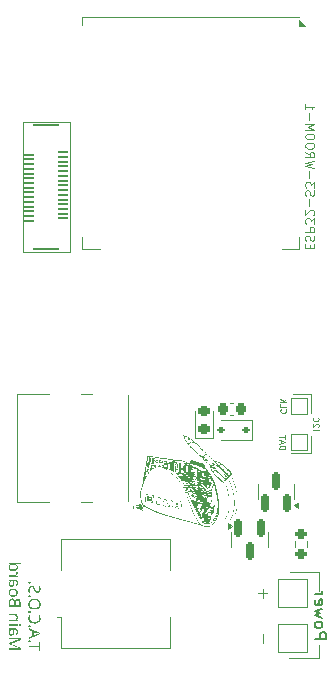
<source format=gbr>
%TF.GenerationSoftware,KiCad,Pcbnew,9.0.6-1.fc42*%
%TF.CreationDate,2025-11-23T12:28:42-08:00*%
%TF.ProjectId,MainBoard,4d61696e-426f-4617-9264-2e6b69636164,rev?*%
%TF.SameCoordinates,Original*%
%TF.FileFunction,Legend,Bot*%
%TF.FilePolarity,Positive*%
%FSLAX46Y46*%
G04 Gerber Fmt 4.6, Leading zero omitted, Abs format (unit mm)*
G04 Created by KiCad (PCBNEW 9.0.6-1.fc42) date 2025-11-23 12:28:42*
%MOMM*%
%LPD*%
G01*
G04 APERTURE LIST*
G04 Aperture macros list*
%AMRoundRect*
0 Rectangle with rounded corners*
0 $1 Rounding radius*
0 $2 $3 $4 $5 $6 $7 $8 $9 X,Y pos of 4 corners*
0 Add a 4 corners polygon primitive as box body*
4,1,4,$2,$3,$4,$5,$6,$7,$8,$9,$2,$3,0*
0 Add four circle primitives for the rounded corners*
1,1,$1+$1,$2,$3*
1,1,$1+$1,$4,$5*
1,1,$1+$1,$6,$7*
1,1,$1+$1,$8,$9*
0 Add four rect primitives between the rounded corners*
20,1,$1+$1,$2,$3,$4,$5,0*
20,1,$1+$1,$4,$5,$6,$7,0*
20,1,$1+$1,$6,$7,$8,$9,0*
20,1,$1+$1,$8,$9,$2,$3,0*%
G04 Aperture macros list end*
%ADD10C,0.100000*%
%ADD11C,0.200000*%
%ADD12C,0.125000*%
%ADD13C,0.120000*%
%ADD14C,0.000000*%
%ADD15RoundRect,0.150000X-0.150000X0.587500X-0.150000X-0.587500X0.150000X-0.587500X0.150000X0.587500X0*%
%ADD16RoundRect,0.112500X0.187500X0.112500X-0.187500X0.112500X-0.187500X-0.112500X0.187500X-0.112500X0*%
%ADD17R,2.000000X2.000000*%
%ADD18R,1.000000X1.000000*%
%ADD19R,1.500000X0.900000*%
%ADD20R,0.900000X1.500000*%
%ADD21C,0.600000*%
%ADD22R,3.900000X3.900000*%
%ADD23RoundRect,0.200000X-0.275000X0.200000X-0.275000X-0.200000X0.275000X-0.200000X0.275000X0.200000X0*%
%ADD24RoundRect,0.218750X0.256250X-0.218750X0.256250X0.218750X-0.256250X0.218750X-0.256250X-0.218750X0*%
%ADD25C,0.700000*%
%ADD26O,1.700000X0.900000*%
%ADD27O,2.400000X0.900000*%
%ADD28RoundRect,0.150000X0.150000X-0.587500X0.150000X0.587500X-0.150000X0.587500X-0.150000X-0.587500X0*%
%ADD29RoundRect,0.225000X0.225000X0.250000X-0.225000X0.250000X-0.225000X-0.250000X0.225000X-0.250000X0*%
%ADD30R,1.300000X3.400000*%
%ADD31RoundRect,0.030000X0.419999X-0.070000X0.419999X0.070000X-0.419999X0.070000X-0.419999X-0.070000X0*%
%ADD32RoundRect,0.030000X1.029999X-0.070000X1.029999X0.070000X-1.029999X0.070000X-1.029999X-0.070000X0*%
G04 APERTURE END LIST*
D10*
X89585000Y-109545000D02*
X87085000Y-109545000D01*
X88900000Y-92200000D02*
X88900000Y-90700000D01*
X89605000Y-102205000D02*
X87105000Y-102205000D01*
X87249999Y-92200001D02*
X88900000Y-92200000D01*
X88925001Y-88800000D02*
X88925000Y-87150000D01*
X88925000Y-87150000D02*
X87425000Y-87150000D01*
X89585000Y-108414999D02*
X89585000Y-109545000D01*
X89605001Y-103855000D02*
X89605000Y-102205000D01*
G36*
X65000000Y-108497784D02*
G01*
X65000000Y-108623813D01*
X65888982Y-108623813D01*
X65888982Y-108936017D01*
X65999624Y-108936017D01*
X65999624Y-108186985D01*
X65888982Y-108186985D01*
X65888982Y-108497784D01*
X65000000Y-108497784D01*
G37*
G36*
X65075593Y-108155539D02*
G01*
X65109153Y-108152218D01*
X65132495Y-108143506D01*
X65148377Y-108130382D01*
X65164045Y-108102965D01*
X65169382Y-108070176D01*
X65164011Y-108036011D01*
X65148377Y-108007833D01*
X65132428Y-107994288D01*
X65109078Y-107985342D01*
X65075593Y-107981943D01*
X65043052Y-107985274D01*
X65019561Y-107994171D01*
X65002808Y-108007833D01*
X64986091Y-108036115D01*
X64980399Y-108070176D01*
X64986053Y-108102861D01*
X65002808Y-108130382D01*
X65019497Y-108143621D01*
X65042981Y-108152286D01*
X65075593Y-108155539D01*
G37*
G36*
X66003777Y-107377198D02*
G01*
X66003777Y-107490587D01*
X65000000Y-107881193D01*
X65000000Y-107753820D01*
X65309394Y-107634813D01*
X65309394Y-107592803D01*
X65421379Y-107592803D01*
X65723813Y-107479413D01*
X65788904Y-107458408D01*
X65873595Y-107435999D01*
X65825296Y-107421284D01*
X65764357Y-107402416D01*
X65723813Y-107388372D01*
X65421379Y-107276386D01*
X65421379Y-107592803D01*
X65309394Y-107592803D01*
X65309394Y-107238590D01*
X65000000Y-107118178D01*
X65000000Y-106987997D01*
X66003777Y-107377198D01*
G37*
G36*
X65075593Y-106886453D02*
G01*
X65109153Y-106883132D01*
X65132495Y-106874420D01*
X65148377Y-106861296D01*
X65164045Y-106833879D01*
X65169382Y-106801090D01*
X65164011Y-106766925D01*
X65148377Y-106738747D01*
X65132428Y-106725202D01*
X65109078Y-106716257D01*
X65075593Y-106712857D01*
X65043052Y-106716188D01*
X65019561Y-106725085D01*
X65002808Y-106738747D01*
X64986091Y-106767029D01*
X64980399Y-106801090D01*
X64986053Y-106833775D01*
X65002808Y-106861296D01*
X65019497Y-106874536D01*
X65042981Y-106883200D01*
X65075593Y-106886453D01*
G37*
G36*
X65903026Y-106118248D02*
G01*
X65895786Y-106197085D01*
X65875168Y-106264199D01*
X65841853Y-106321866D01*
X65795193Y-106371650D01*
X65739243Y-106410462D01*
X65672788Y-106439232D01*
X65593807Y-106457520D01*
X65499781Y-106464035D01*
X65406183Y-106457936D01*
X65327396Y-106440826D01*
X65261025Y-106413979D01*
X65205102Y-106377939D01*
X65167056Y-106341258D01*
X65137270Y-106298226D01*
X65115340Y-106247910D01*
X65101498Y-106188952D01*
X65096598Y-106119652D01*
X65099458Y-106054847D01*
X65107772Y-105995027D01*
X65135799Y-105880233D01*
X65026622Y-105880233D01*
X65008442Y-105937051D01*
X64995847Y-105995760D01*
X64988682Y-106058089D01*
X64986017Y-106137848D01*
X64990360Y-106214531D01*
X65002732Y-106281730D01*
X65022398Y-106340735D01*
X65048970Y-106392655D01*
X65083620Y-106440355D01*
X65124660Y-106481561D01*
X65172587Y-106516719D01*
X65228183Y-106545978D01*
X65307225Y-106573560D01*
X65397604Y-106590922D01*
X65501186Y-106597025D01*
X65600750Y-106590517D01*
X65689104Y-106571828D01*
X65767899Y-106541765D01*
X65822940Y-106510540D01*
X65871010Y-106473157D01*
X65912743Y-106429373D01*
X65948517Y-106378672D01*
X65976177Y-106323854D01*
X65996497Y-106262617D01*
X66009184Y-106193991D01*
X66013607Y-106116844D01*
X66006636Y-106012707D01*
X65986712Y-105921422D01*
X65954806Y-105841032D01*
X65848377Y-105891468D01*
X65867946Y-105939231D01*
X65886174Y-105994356D01*
X65898678Y-106052672D01*
X65903026Y-106118248D01*
G37*
G36*
X65075593Y-105697479D02*
G01*
X65109153Y-105694158D01*
X65132495Y-105685446D01*
X65148377Y-105672322D01*
X65164045Y-105644905D01*
X65169382Y-105612116D01*
X65164011Y-105577951D01*
X65148377Y-105549773D01*
X65132428Y-105536228D01*
X65109078Y-105527282D01*
X65075593Y-105523883D01*
X65043052Y-105527214D01*
X65019561Y-105536111D01*
X65002808Y-105549773D01*
X64986091Y-105578055D01*
X64980399Y-105612116D01*
X64986053Y-105644801D01*
X65002808Y-105672322D01*
X65019497Y-105685561D01*
X65042981Y-105694226D01*
X65075593Y-105697479D01*
G37*
G36*
X65603741Y-104491745D02*
G01*
X65693413Y-104509585D01*
X65772051Y-104537997D01*
X65827342Y-104567820D01*
X65875199Y-104603391D01*
X65916350Y-104644864D01*
X65951264Y-104692663D01*
X65978279Y-104744673D01*
X65998181Y-104803295D01*
X66010650Y-104869557D01*
X66015012Y-104944661D01*
X66010540Y-105023552D01*
X65997837Y-105092233D01*
X65977710Y-105152116D01*
X65950593Y-105204413D01*
X65915254Y-105252552D01*
X65873939Y-105293865D01*
X65826214Y-105328842D01*
X65771379Y-105357676D01*
X65693301Y-105384917D01*
X65604301Y-105402040D01*
X65502590Y-105408051D01*
X65399931Y-105402043D01*
X65309989Y-105384921D01*
X65230992Y-105357676D01*
X65175434Y-105328778D01*
X65127261Y-105293767D01*
X65085730Y-105252470D01*
X65050375Y-105204413D01*
X65023240Y-105152096D01*
X65003136Y-105092411D01*
X64990469Y-105024188D01*
X64986017Y-104946065D01*
X65095193Y-104946065D01*
X65100133Y-105014271D01*
X65114027Y-105071655D01*
X65135960Y-105120059D01*
X65165698Y-105160936D01*
X65203698Y-105195254D01*
X65259186Y-105228378D01*
X65325796Y-105253309D01*
X65405629Y-105269323D01*
X65501186Y-105275061D01*
X65596792Y-105269259D01*
X65676350Y-105253089D01*
X65742453Y-105227953D01*
X65797269Y-105194583D01*
X65834724Y-105160087D01*
X65864080Y-105119047D01*
X65885753Y-105070488D01*
X65899487Y-105012965D01*
X65904370Y-104944661D01*
X65899463Y-104876321D01*
X65885692Y-104819057D01*
X65864004Y-104770978D01*
X65834672Y-104730585D01*
X65797269Y-104696877D01*
X65742586Y-104664431D01*
X65676532Y-104639930D01*
X65596928Y-104624144D01*
X65501186Y-104618475D01*
X65405538Y-104624123D01*
X65325675Y-104639878D01*
X65259097Y-104664378D01*
X65203698Y-104696877D01*
X65165796Y-104730648D01*
X65136085Y-104771192D01*
X65114119Y-104819525D01*
X65100166Y-104877172D01*
X65095193Y-104946065D01*
X64986017Y-104946065D01*
X64990432Y-104870225D01*
X65003038Y-104803515D01*
X65023131Y-104744684D01*
X65050375Y-104692663D01*
X65085627Y-104644837D01*
X65127014Y-104603355D01*
X65174989Y-104567794D01*
X65230259Y-104537997D01*
X65308937Y-104509583D01*
X65398630Y-104491744D01*
X65501186Y-104485484D01*
X65603741Y-104491745D01*
G37*
G36*
X65075593Y-104356097D02*
G01*
X65109153Y-104352777D01*
X65132495Y-104344064D01*
X65148377Y-104330940D01*
X65164045Y-104303523D01*
X65169382Y-104270734D01*
X65164011Y-104236569D01*
X65148377Y-104208391D01*
X65132428Y-104194846D01*
X65109078Y-104185901D01*
X65075593Y-104182501D01*
X65043052Y-104185832D01*
X65019561Y-104194729D01*
X65002808Y-104208391D01*
X64986091Y-104236673D01*
X64980399Y-104270734D01*
X64986053Y-104303419D01*
X65002808Y-104330940D01*
X65019497Y-104344180D01*
X65042981Y-104352844D01*
X65075593Y-104356097D01*
G37*
G36*
X65267384Y-103378942D02*
G01*
X65202745Y-103385358D01*
X65147885Y-103403660D01*
X65100800Y-103433421D01*
X65060205Y-103475540D01*
X65029161Y-103525195D01*
X65006017Y-103583965D01*
X64991269Y-103653541D01*
X64986017Y-103735964D01*
X64989281Y-103818261D01*
X64998595Y-103891364D01*
X65014376Y-103959313D01*
X65033583Y-104010371D01*
X65153995Y-104010371D01*
X65133531Y-103956565D01*
X65113389Y-103885075D01*
X65099780Y-103809252D01*
X65095193Y-103730347D01*
X65100857Y-103656664D01*
X65115965Y-103601893D01*
X65138607Y-103561697D01*
X65171017Y-103530149D01*
X65209545Y-103511461D01*
X65256210Y-103504972D01*
X65302442Y-103510509D01*
X65338764Y-103525976D01*
X65369571Y-103552679D01*
X65401107Y-103598089D01*
X65428742Y-103654652D01*
X65461985Y-103740177D01*
X65497507Y-103822888D01*
X65535446Y-103885884D01*
X65575375Y-103932641D01*
X65610759Y-103960319D01*
X65652269Y-103980528D01*
X65701096Y-103993234D01*
X65758801Y-103997732D01*
X65810695Y-103992980D01*
X65855744Y-103979338D01*
X65895272Y-103957126D01*
X65929675Y-103927124D01*
X65958792Y-103889911D01*
X65982772Y-103844469D01*
X65999512Y-103795482D01*
X66009962Y-103740497D01*
X66013607Y-103678567D01*
X66009584Y-103597900D01*
X65998159Y-103527381D01*
X65979977Y-103460830D01*
X65957615Y-103402756D01*
X65849781Y-103441957D01*
X65870176Y-103495254D01*
X65887578Y-103554675D01*
X65899121Y-103616431D01*
X65903026Y-103681376D01*
X65897878Y-103742775D01*
X65884059Y-103788727D01*
X65863093Y-103822793D01*
X65833727Y-103849153D01*
X65799061Y-103864887D01*
X65757397Y-103870359D01*
X65709927Y-103864783D01*
X65673377Y-103849354D01*
X65642782Y-103823116D01*
X65613171Y-103780783D01*
X65587227Y-103728523D01*
X65555774Y-103651945D01*
X65521096Y-103567893D01*
X65486470Y-103502896D01*
X65459304Y-103464552D01*
X65429708Y-103434043D01*
X65397566Y-103410450D01*
X65361739Y-103393525D01*
X65318852Y-103382778D01*
X65267384Y-103378942D01*
G37*
G36*
X65075593Y-103213040D02*
G01*
X65109153Y-103209720D01*
X65132495Y-103201007D01*
X65148377Y-103187883D01*
X65164045Y-103160467D01*
X65169382Y-103127677D01*
X65164011Y-103093513D01*
X65148377Y-103065334D01*
X65132428Y-103051789D01*
X65109078Y-103042844D01*
X65075593Y-103039445D01*
X65043052Y-103042776D01*
X65019561Y-103051672D01*
X65002808Y-103065334D01*
X64986091Y-103093617D01*
X64980399Y-103127677D01*
X64986053Y-103160363D01*
X65002808Y-103187883D01*
X65019497Y-103201123D01*
X65042981Y-103209788D01*
X65075593Y-103213040D01*
G37*
G36*
X63320000Y-108373220D02*
G01*
X64196404Y-108702215D01*
X64196404Y-108707772D01*
X64079473Y-108700811D01*
X63926210Y-108698002D01*
X63320000Y-108698002D01*
X63320000Y-108814200D01*
X64319624Y-108814200D01*
X64319624Y-108628026D01*
X63500617Y-108319975D01*
X63500617Y-108314419D01*
X64319624Y-108000811D01*
X64319624Y-107815980D01*
X63320000Y-107815980D01*
X63320000Y-107940605D01*
X63934576Y-107940605D01*
X64078801Y-107937124D01*
X64195000Y-107930774D01*
X64195000Y-107936392D01*
X63320000Y-108269600D01*
X63320000Y-108373220D01*
G37*
G36*
X63897360Y-107013817D02*
G01*
X63949699Y-107027154D01*
X63990803Y-107047615D01*
X64022808Y-107074764D01*
X64047403Y-107108945D01*
X64066187Y-107152625D01*
X64078506Y-107207990D01*
X64083014Y-107277730D01*
X64078235Y-107349473D01*
X64064085Y-107417742D01*
X64042611Y-107482073D01*
X64018595Y-107533941D01*
X63926210Y-107496144D01*
X63966083Y-107396737D01*
X63979175Y-107342427D01*
X63983607Y-107284691D01*
X63979075Y-107236509D01*
X63966640Y-107199034D01*
X63947215Y-107169897D01*
X63919885Y-107149017D01*
X63878310Y-107134799D01*
X63816973Y-107129291D01*
X63772215Y-107129291D01*
X63768002Y-107256725D01*
X63760602Y-107351368D01*
X63746117Y-107425911D01*
X63726071Y-107483877D01*
X63701507Y-107528323D01*
X63667644Y-107567101D01*
X63628357Y-107594185D01*
X63582598Y-107610716D01*
X63528583Y-107616495D01*
X63471511Y-107611686D01*
X63425781Y-107598384D01*
X63389115Y-107577592D01*
X63359872Y-107549328D01*
X63330549Y-107501923D01*
X63312406Y-107446148D01*
X63306017Y-107379884D01*
X63307701Y-107351919D01*
X63405423Y-107351919D01*
X63408960Y-107391092D01*
X63418911Y-107423563D01*
X63434794Y-107450654D01*
X63457099Y-107471358D01*
X63487049Y-107484365D01*
X63527178Y-107489122D01*
X63572063Y-107482879D01*
X63608231Y-107465068D01*
X63637821Y-107435205D01*
X63657751Y-107396636D01*
X63673551Y-107334960D01*
X63682578Y-107241338D01*
X63686791Y-107130696D01*
X63619624Y-107130696D01*
X63565270Y-107135199D01*
X63521493Y-107147678D01*
X63486202Y-107167199D01*
X63457875Y-107193710D01*
X63429224Y-107238271D01*
X63411605Y-107290353D01*
X63405423Y-107351919D01*
X63307701Y-107351919D01*
X63309822Y-107316712D01*
X63320064Y-107267986D01*
X63335387Y-107230835D01*
X63371423Y-107179778D01*
X63426428Y-107127887D01*
X63426428Y-107122330D01*
X63320000Y-107098517D01*
X63320000Y-107008941D01*
X63831017Y-107008941D01*
X63897360Y-107013817D01*
G37*
G36*
X64351803Y-106714384D02*
G01*
X64347106Y-106688081D01*
X64332875Y-106664741D01*
X64309930Y-106648950D01*
X64273401Y-106643004D01*
X64237968Y-106648868D01*
X64214600Y-106664741D01*
X64199845Y-106688130D01*
X64195000Y-106714384D01*
X64199989Y-106742997D01*
X64214600Y-106766224D01*
X64237897Y-106781536D01*
X64273401Y-106787229D01*
X64310004Y-106781455D01*
X64332875Y-106766224D01*
X64346966Y-106743049D01*
X64351803Y-106714384D01*
G37*
G36*
X64070375Y-106654178D02*
G01*
X63320000Y-106654178D01*
X63320000Y-106777398D01*
X64070375Y-106777398D01*
X64070375Y-106654178D01*
G37*
G36*
X64084419Y-106055722D02*
G01*
X64079682Y-105988031D01*
X64066584Y-105933110D01*
X64046299Y-105888634D01*
X64019267Y-105852756D01*
X63984863Y-105824687D01*
X63940079Y-105803323D01*
X63882394Y-105789285D01*
X63808607Y-105784124D01*
X63320000Y-105784124D01*
X63320000Y-105905879D01*
X63800181Y-105905879D01*
X63859628Y-105911380D01*
X63903943Y-105926192D01*
X63936708Y-105948890D01*
X63960248Y-105979674D01*
X63975285Y-106020328D01*
X63980799Y-106073918D01*
X63975558Y-106136309D01*
X63961386Y-106183752D01*
X63939736Y-106219568D01*
X63910762Y-106246109D01*
X63861698Y-106270940D01*
X63796045Y-106287497D01*
X63709200Y-106293675D01*
X63320000Y-106293675D01*
X63320000Y-106416896D01*
X64070375Y-106416896D01*
X64070375Y-106317489D01*
X63968220Y-106299293D01*
X63968220Y-106292332D01*
X64004082Y-106264924D01*
X64033081Y-106231556D01*
X64055720Y-106191521D01*
X64077223Y-106125461D01*
X64084419Y-106055722D01*
G37*
G36*
X63655788Y-104477112D02*
G01*
X63697647Y-104487220D01*
X63731549Y-104502887D01*
X63774940Y-104537651D01*
X63807203Y-104583365D01*
X63829388Y-104636733D01*
X63843595Y-104697426D01*
X63850617Y-104697426D01*
X63867236Y-104638551D01*
X63892294Y-104592204D01*
X63925478Y-104556071D01*
X63966636Y-104529281D01*
X64014790Y-104512816D01*
X64071779Y-104507039D01*
X64138861Y-104513801D01*
X64191346Y-104532463D01*
X64232499Y-104561929D01*
X64264303Y-104602965D01*
X64286390Y-104650732D01*
X64303782Y-104711927D01*
X64315367Y-104789422D01*
X64319624Y-104886470D01*
X64319624Y-105172051D01*
X63320000Y-105172051D01*
X63320000Y-104844460D01*
X63426428Y-104844460D01*
X63426428Y-105046022D01*
X63789007Y-105046022D01*
X63789007Y-104861252D01*
X63893970Y-104861252D01*
X63893970Y-105046022D01*
X64211791Y-105046022D01*
X64211791Y-104880853D01*
X64206865Y-104795800D01*
X64194154Y-104736039D01*
X64176071Y-104695350D01*
X64155824Y-104670398D01*
X64130220Y-104652528D01*
X64098147Y-104641272D01*
X64057796Y-104637220D01*
X64005761Y-104643073D01*
X63965875Y-104659190D01*
X63935247Y-104684848D01*
X63914648Y-104719612D01*
X63899861Y-104775533D01*
X63893970Y-104861252D01*
X63789007Y-104861252D01*
X63789007Y-104854230D01*
X63785085Y-104782117D01*
X63774717Y-104728518D01*
X63759585Y-104689495D01*
X63740708Y-104661767D01*
X63705444Y-104631986D01*
X63663864Y-104614089D01*
X63614007Y-104607850D01*
X63560143Y-104613954D01*
X63515569Y-104631302D01*
X63478208Y-104659691D01*
X63457729Y-104686754D01*
X63441550Y-104724438D01*
X63430565Y-104775769D01*
X63426428Y-104844460D01*
X63320000Y-104844460D01*
X63320000Y-104820647D01*
X63325269Y-104739652D01*
X63340033Y-104671654D01*
X63363169Y-104614540D01*
X63394188Y-104566573D01*
X63434550Y-104526290D01*
X63481950Y-104497555D01*
X63537792Y-104479737D01*
X63604176Y-104473456D01*
X63655788Y-104477112D01*
G37*
G36*
X63778748Y-103632261D02*
G01*
X63848296Y-103647312D01*
X63907281Y-103670996D01*
X63960879Y-103704669D01*
X64004378Y-103745124D01*
X64038867Y-103792812D01*
X64063798Y-103846264D01*
X64079115Y-103905801D01*
X64084419Y-103972697D01*
X64077588Y-104051967D01*
X64058174Y-104119507D01*
X64026964Y-104177496D01*
X63983607Y-104227503D01*
X63930896Y-104266769D01*
X63867097Y-104295954D01*
X63789957Y-104314606D01*
X63696622Y-104321292D01*
X63614499Y-104315889D01*
X63544426Y-104300635D01*
X63484497Y-104276535D01*
X63429972Y-104242352D01*
X63386039Y-104201656D01*
X63351507Y-104154047D01*
X63326513Y-104100596D01*
X63311264Y-104041931D01*
X63306017Y-103976910D01*
X63306262Y-103974101D01*
X63408171Y-103974101D01*
X63413588Y-104030386D01*
X63428670Y-104075612D01*
X63452598Y-104112115D01*
X63485840Y-104141407D01*
X63540163Y-104169228D01*
X63609196Y-104187313D01*
X63696622Y-104193920D01*
X63784069Y-104187352D01*
X63852280Y-104169474D01*
X63905205Y-104142140D01*
X63937424Y-104113294D01*
X63960728Y-104077091D01*
X63975484Y-104031957D01*
X63980799Y-103975505D01*
X63975506Y-103919069D01*
X63960776Y-103873665D01*
X63937464Y-103836994D01*
X63905205Y-103807527D01*
X63852168Y-103779376D01*
X63783956Y-103761017D01*
X63696622Y-103754282D01*
X63609251Y-103760972D01*
X63540218Y-103779298D01*
X63485840Y-103807527D01*
X63452505Y-103837131D01*
X63428580Y-103873673D01*
X63413551Y-103918588D01*
X63408171Y-103974101D01*
X63306262Y-103974101D01*
X63312912Y-103897735D01*
X63332540Y-103830098D01*
X63364155Y-103771845D01*
X63408171Y-103721432D01*
X63461602Y-103681783D01*
X63525930Y-103652374D01*
X63603345Y-103633620D01*
X63696622Y-103626910D01*
X63778748Y-103632261D01*
G37*
G36*
X63897360Y-102885136D02*
G01*
X63949699Y-102898473D01*
X63990803Y-102918934D01*
X64022808Y-102946083D01*
X64047403Y-102980264D01*
X64066187Y-103023944D01*
X64078506Y-103079309D01*
X64083014Y-103149049D01*
X64078235Y-103220792D01*
X64064085Y-103289061D01*
X64042611Y-103353392D01*
X64018595Y-103405259D01*
X63926210Y-103367463D01*
X63966083Y-103268056D01*
X63979175Y-103213746D01*
X63983607Y-103156010D01*
X63979075Y-103107828D01*
X63966640Y-103070353D01*
X63947215Y-103041215D01*
X63919885Y-103020336D01*
X63878310Y-103006118D01*
X63816973Y-103000610D01*
X63772215Y-103000610D01*
X63768002Y-103128044D01*
X63760602Y-103222687D01*
X63746117Y-103297230D01*
X63726071Y-103355196D01*
X63701507Y-103399642D01*
X63667644Y-103438420D01*
X63628357Y-103465504D01*
X63582598Y-103482035D01*
X63528583Y-103487814D01*
X63471511Y-103483005D01*
X63425781Y-103469703D01*
X63389115Y-103448910D01*
X63359872Y-103420647D01*
X63330549Y-103373242D01*
X63312406Y-103317467D01*
X63306017Y-103251203D01*
X63307701Y-103223237D01*
X63405423Y-103223237D01*
X63408960Y-103262411D01*
X63418911Y-103294882D01*
X63434794Y-103321973D01*
X63457099Y-103342677D01*
X63487049Y-103355684D01*
X63527178Y-103360441D01*
X63572063Y-103354198D01*
X63608231Y-103336386D01*
X63637821Y-103306524D01*
X63657751Y-103267955D01*
X63673551Y-103206279D01*
X63682578Y-103112657D01*
X63686791Y-103002015D01*
X63619624Y-103002015D01*
X63565270Y-103006518D01*
X63521493Y-103018997D01*
X63486202Y-103038518D01*
X63457875Y-103065029D01*
X63429224Y-103109590D01*
X63411605Y-103161672D01*
X63405423Y-103223237D01*
X63307701Y-103223237D01*
X63309822Y-103188031D01*
X63320064Y-103139305D01*
X63335387Y-103102154D01*
X63371423Y-103051097D01*
X63426428Y-102999206D01*
X63426428Y-102993649D01*
X63320000Y-102969836D01*
X63320000Y-102880259D01*
X63831017Y-102880259D01*
X63897360Y-102885136D01*
G37*
G36*
X64084419Y-102298717D02*
G01*
X64082281Y-102253227D01*
X64075992Y-102210546D01*
X63962602Y-102225933D01*
X63969563Y-102265867D01*
X63972372Y-102307144D01*
X63968892Y-102344524D01*
X63958490Y-102380274D01*
X63940865Y-102414977D01*
X63917368Y-102446006D01*
X63888196Y-102472755D01*
X63852693Y-102495455D01*
X63813868Y-102511805D01*
X63770073Y-102521957D01*
X63720375Y-102525497D01*
X63320000Y-102525497D01*
X63320000Y-102648717D01*
X64070375Y-102648717D01*
X64070375Y-102547906D01*
X63933171Y-102533923D01*
X63933171Y-102528306D01*
X63990471Y-102486762D01*
X64039600Y-102434516D01*
X64064332Y-102394276D01*
X64079274Y-102349433D01*
X64084419Y-102298717D01*
G37*
G36*
X64383982Y-101598900D02*
G01*
X64084419Y-101598900D01*
X64027693Y-101595420D01*
X63973777Y-101590474D01*
X63973777Y-101598900D01*
X64016012Y-101638424D01*
X64052178Y-101689209D01*
X64069368Y-101727383D01*
X64080430Y-101774120D01*
X64084419Y-101831297D01*
X64077920Y-101899495D01*
X64059255Y-101958564D01*
X64028785Y-102010324D01*
X63985683Y-102056001D01*
X63934669Y-102090816D01*
X63870948Y-102117246D01*
X63791777Y-102134446D01*
X63693813Y-102140692D01*
X63595742Y-102134472D01*
X63516820Y-102117378D01*
X63453609Y-102091172D01*
X63403286Y-102056734D01*
X63360913Y-102011469D01*
X63330883Y-101959972D01*
X63312446Y-101900996D01*
X63306017Y-101832702D01*
X63307418Y-101813101D01*
X63408171Y-101813101D01*
X63413186Y-101862066D01*
X63427332Y-101902368D01*
X63450146Y-101935843D01*
X63482360Y-101963616D01*
X63534300Y-101989702D01*
X63602418Y-102006938D01*
X63691004Y-102013319D01*
X63778589Y-102007062D01*
X63848107Y-101989925D01*
X63903068Y-101963616D01*
X63937812Y-101935530D01*
X63962085Y-101902114D01*
X63976965Y-101862365D01*
X63982203Y-101814506D01*
X63976655Y-101752491D01*
X63961627Y-101705434D01*
X63938527Y-101669940D01*
X63907281Y-101643719D01*
X63855164Y-101619690D01*
X63785160Y-101603542D01*
X63692409Y-101597496D01*
X63670000Y-101597496D01*
X63583176Y-101603868D01*
X63519383Y-101620748D01*
X63473262Y-101645795D01*
X63446345Y-101672295D01*
X63426190Y-101707446D01*
X63413022Y-101753395D01*
X63408171Y-101813101D01*
X63307418Y-101813101D01*
X63310167Y-101774654D01*
X63321681Y-101727221D01*
X63339600Y-101688476D01*
X63377264Y-101637460D01*
X63420811Y-101598900D01*
X63420811Y-101593283D01*
X63320000Y-101575087D01*
X63320000Y-101475680D01*
X64383982Y-101475680D01*
X64383982Y-101598900D01*
G37*
D11*
X89207780Y-107905326D02*
X90207780Y-107905326D01*
X90207780Y-107905326D02*
X90207780Y-107524374D01*
X90207780Y-107524374D02*
X90160161Y-107429136D01*
X90160161Y-107429136D02*
X90112542Y-107381517D01*
X90112542Y-107381517D02*
X90017304Y-107333898D01*
X90017304Y-107333898D02*
X89874447Y-107333898D01*
X89874447Y-107333898D02*
X89779209Y-107381517D01*
X89779209Y-107381517D02*
X89731590Y-107429136D01*
X89731590Y-107429136D02*
X89683971Y-107524374D01*
X89683971Y-107524374D02*
X89683971Y-107905326D01*
X89207780Y-106762469D02*
X89255400Y-106857707D01*
X89255400Y-106857707D02*
X89303019Y-106905326D01*
X89303019Y-106905326D02*
X89398257Y-106952945D01*
X89398257Y-106952945D02*
X89683971Y-106952945D01*
X89683971Y-106952945D02*
X89779209Y-106905326D01*
X89779209Y-106905326D02*
X89826828Y-106857707D01*
X89826828Y-106857707D02*
X89874447Y-106762469D01*
X89874447Y-106762469D02*
X89874447Y-106619612D01*
X89874447Y-106619612D02*
X89826828Y-106524374D01*
X89826828Y-106524374D02*
X89779209Y-106476755D01*
X89779209Y-106476755D02*
X89683971Y-106429136D01*
X89683971Y-106429136D02*
X89398257Y-106429136D01*
X89398257Y-106429136D02*
X89303019Y-106476755D01*
X89303019Y-106476755D02*
X89255400Y-106524374D01*
X89255400Y-106524374D02*
X89207780Y-106619612D01*
X89207780Y-106619612D02*
X89207780Y-106762469D01*
X89874447Y-106095802D02*
X89207780Y-105905326D01*
X89207780Y-105905326D02*
X89683971Y-105714850D01*
X89683971Y-105714850D02*
X89207780Y-105524374D01*
X89207780Y-105524374D02*
X89874447Y-105333898D01*
X89255400Y-104571993D02*
X89207780Y-104667231D01*
X89207780Y-104667231D02*
X89207780Y-104857707D01*
X89207780Y-104857707D02*
X89255400Y-104952945D01*
X89255400Y-104952945D02*
X89350638Y-105000564D01*
X89350638Y-105000564D02*
X89731590Y-105000564D01*
X89731590Y-105000564D02*
X89826828Y-104952945D01*
X89826828Y-104952945D02*
X89874447Y-104857707D01*
X89874447Y-104857707D02*
X89874447Y-104667231D01*
X89874447Y-104667231D02*
X89826828Y-104571993D01*
X89826828Y-104571993D02*
X89731590Y-104524374D01*
X89731590Y-104524374D02*
X89636352Y-104524374D01*
X89636352Y-104524374D02*
X89541114Y-105000564D01*
X89207780Y-104095802D02*
X89874447Y-104095802D01*
X89683971Y-104095802D02*
X89779209Y-104048183D01*
X89779209Y-104048183D02*
X89826828Y-104000564D01*
X89826828Y-104000564D02*
X89874447Y-103905326D01*
X89874447Y-103905326D02*
X89874447Y-103810088D01*
D10*
X86241390Y-91815163D02*
X86741390Y-91815163D01*
X86741390Y-91815163D02*
X86741390Y-91696115D01*
X86741390Y-91696115D02*
X86717580Y-91624687D01*
X86717580Y-91624687D02*
X86669961Y-91577068D01*
X86669961Y-91577068D02*
X86622342Y-91553258D01*
X86622342Y-91553258D02*
X86527104Y-91529449D01*
X86527104Y-91529449D02*
X86455676Y-91529449D01*
X86455676Y-91529449D02*
X86360438Y-91553258D01*
X86360438Y-91553258D02*
X86312819Y-91577068D01*
X86312819Y-91577068D02*
X86265200Y-91624687D01*
X86265200Y-91624687D02*
X86241390Y-91696115D01*
X86241390Y-91696115D02*
X86241390Y-91815163D01*
X86384247Y-91338972D02*
X86384247Y-91100877D01*
X86241390Y-91386591D02*
X86741390Y-91219925D01*
X86741390Y-91219925D02*
X86241390Y-91053258D01*
X86741390Y-90958020D02*
X86741390Y-90672306D01*
X86241390Y-90815163D02*
X86741390Y-90815163D01*
X88829842Y-74825639D02*
X88829842Y-74575639D01*
X88436985Y-74468496D02*
X88436985Y-74825639D01*
X88436985Y-74825639D02*
X89186985Y-74825639D01*
X89186985Y-74825639D02*
X89186985Y-74468496D01*
X88472700Y-74182782D02*
X88436985Y-74075640D01*
X88436985Y-74075640D02*
X88436985Y-73897068D01*
X88436985Y-73897068D02*
X88472700Y-73825640D01*
X88472700Y-73825640D02*
X88508414Y-73789925D01*
X88508414Y-73789925D02*
X88579842Y-73754211D01*
X88579842Y-73754211D02*
X88651271Y-73754211D01*
X88651271Y-73754211D02*
X88722700Y-73789925D01*
X88722700Y-73789925D02*
X88758414Y-73825640D01*
X88758414Y-73825640D02*
X88794128Y-73897068D01*
X88794128Y-73897068D02*
X88829842Y-74039925D01*
X88829842Y-74039925D02*
X88865557Y-74111354D01*
X88865557Y-74111354D02*
X88901271Y-74147068D01*
X88901271Y-74147068D02*
X88972700Y-74182782D01*
X88972700Y-74182782D02*
X89044128Y-74182782D01*
X89044128Y-74182782D02*
X89115557Y-74147068D01*
X89115557Y-74147068D02*
X89151271Y-74111354D01*
X89151271Y-74111354D02*
X89186985Y-74039925D01*
X89186985Y-74039925D02*
X89186985Y-73861354D01*
X89186985Y-73861354D02*
X89151271Y-73754211D01*
X88436985Y-73432782D02*
X89186985Y-73432782D01*
X89186985Y-73432782D02*
X89186985Y-73147068D01*
X89186985Y-73147068D02*
X89151271Y-73075639D01*
X89151271Y-73075639D02*
X89115557Y-73039925D01*
X89115557Y-73039925D02*
X89044128Y-73004211D01*
X89044128Y-73004211D02*
X88936985Y-73004211D01*
X88936985Y-73004211D02*
X88865557Y-73039925D01*
X88865557Y-73039925D02*
X88829842Y-73075639D01*
X88829842Y-73075639D02*
X88794128Y-73147068D01*
X88794128Y-73147068D02*
X88794128Y-73432782D01*
X89186985Y-72754211D02*
X89186985Y-72289925D01*
X89186985Y-72289925D02*
X88901271Y-72539925D01*
X88901271Y-72539925D02*
X88901271Y-72432782D01*
X88901271Y-72432782D02*
X88865557Y-72361354D01*
X88865557Y-72361354D02*
X88829842Y-72325639D01*
X88829842Y-72325639D02*
X88758414Y-72289925D01*
X88758414Y-72289925D02*
X88579842Y-72289925D01*
X88579842Y-72289925D02*
X88508414Y-72325639D01*
X88508414Y-72325639D02*
X88472700Y-72361354D01*
X88472700Y-72361354D02*
X88436985Y-72432782D01*
X88436985Y-72432782D02*
X88436985Y-72647068D01*
X88436985Y-72647068D02*
X88472700Y-72718496D01*
X88472700Y-72718496D02*
X88508414Y-72754211D01*
X89115557Y-72004210D02*
X89151271Y-71968496D01*
X89151271Y-71968496D02*
X89186985Y-71897068D01*
X89186985Y-71897068D02*
X89186985Y-71718496D01*
X89186985Y-71718496D02*
X89151271Y-71647068D01*
X89151271Y-71647068D02*
X89115557Y-71611353D01*
X89115557Y-71611353D02*
X89044128Y-71575639D01*
X89044128Y-71575639D02*
X88972700Y-71575639D01*
X88972700Y-71575639D02*
X88865557Y-71611353D01*
X88865557Y-71611353D02*
X88436985Y-72039925D01*
X88436985Y-72039925D02*
X88436985Y-71575639D01*
X88722700Y-71254210D02*
X88722700Y-70682782D01*
X88472700Y-70361353D02*
X88436985Y-70254211D01*
X88436985Y-70254211D02*
X88436985Y-70075639D01*
X88436985Y-70075639D02*
X88472700Y-70004211D01*
X88472700Y-70004211D02*
X88508414Y-69968496D01*
X88508414Y-69968496D02*
X88579842Y-69932782D01*
X88579842Y-69932782D02*
X88651271Y-69932782D01*
X88651271Y-69932782D02*
X88722700Y-69968496D01*
X88722700Y-69968496D02*
X88758414Y-70004211D01*
X88758414Y-70004211D02*
X88794128Y-70075639D01*
X88794128Y-70075639D02*
X88829842Y-70218496D01*
X88829842Y-70218496D02*
X88865557Y-70289925D01*
X88865557Y-70289925D02*
X88901271Y-70325639D01*
X88901271Y-70325639D02*
X88972700Y-70361353D01*
X88972700Y-70361353D02*
X89044128Y-70361353D01*
X89044128Y-70361353D02*
X89115557Y-70325639D01*
X89115557Y-70325639D02*
X89151271Y-70289925D01*
X89151271Y-70289925D02*
X89186985Y-70218496D01*
X89186985Y-70218496D02*
X89186985Y-70039925D01*
X89186985Y-70039925D02*
X89151271Y-69932782D01*
X89186985Y-69682782D02*
X89186985Y-69218496D01*
X89186985Y-69218496D02*
X88901271Y-69468496D01*
X88901271Y-69468496D02*
X88901271Y-69361353D01*
X88901271Y-69361353D02*
X88865557Y-69289925D01*
X88865557Y-69289925D02*
X88829842Y-69254210D01*
X88829842Y-69254210D02*
X88758414Y-69218496D01*
X88758414Y-69218496D02*
X88579842Y-69218496D01*
X88579842Y-69218496D02*
X88508414Y-69254210D01*
X88508414Y-69254210D02*
X88472700Y-69289925D01*
X88472700Y-69289925D02*
X88436985Y-69361353D01*
X88436985Y-69361353D02*
X88436985Y-69575639D01*
X88436985Y-69575639D02*
X88472700Y-69647067D01*
X88472700Y-69647067D02*
X88508414Y-69682782D01*
X88722700Y-68897067D02*
X88722700Y-68325639D01*
X89186985Y-68039925D02*
X88436985Y-67861353D01*
X88436985Y-67861353D02*
X88972700Y-67718496D01*
X88972700Y-67718496D02*
X88436985Y-67575639D01*
X88436985Y-67575639D02*
X89186985Y-67397068D01*
X88436985Y-66682782D02*
X88794128Y-66932782D01*
X88436985Y-67111353D02*
X89186985Y-67111353D01*
X89186985Y-67111353D02*
X89186985Y-66825639D01*
X89186985Y-66825639D02*
X89151271Y-66754210D01*
X89151271Y-66754210D02*
X89115557Y-66718496D01*
X89115557Y-66718496D02*
X89044128Y-66682782D01*
X89044128Y-66682782D02*
X88936985Y-66682782D01*
X88936985Y-66682782D02*
X88865557Y-66718496D01*
X88865557Y-66718496D02*
X88829842Y-66754210D01*
X88829842Y-66754210D02*
X88794128Y-66825639D01*
X88794128Y-66825639D02*
X88794128Y-67111353D01*
X89186985Y-66218496D02*
X89186985Y-66075639D01*
X89186985Y-66075639D02*
X89151271Y-66004210D01*
X89151271Y-66004210D02*
X89079842Y-65932782D01*
X89079842Y-65932782D02*
X88936985Y-65897067D01*
X88936985Y-65897067D02*
X88686985Y-65897067D01*
X88686985Y-65897067D02*
X88544128Y-65932782D01*
X88544128Y-65932782D02*
X88472700Y-66004210D01*
X88472700Y-66004210D02*
X88436985Y-66075639D01*
X88436985Y-66075639D02*
X88436985Y-66218496D01*
X88436985Y-66218496D02*
X88472700Y-66289925D01*
X88472700Y-66289925D02*
X88544128Y-66361353D01*
X88544128Y-66361353D02*
X88686985Y-66397067D01*
X88686985Y-66397067D02*
X88936985Y-66397067D01*
X88936985Y-66397067D02*
X89079842Y-66361353D01*
X89079842Y-66361353D02*
X89151271Y-66289925D01*
X89151271Y-66289925D02*
X89186985Y-66218496D01*
X89186985Y-65432782D02*
X89186985Y-65289925D01*
X89186985Y-65289925D02*
X89151271Y-65218496D01*
X89151271Y-65218496D02*
X89079842Y-65147068D01*
X89079842Y-65147068D02*
X88936985Y-65111353D01*
X88936985Y-65111353D02*
X88686985Y-65111353D01*
X88686985Y-65111353D02*
X88544128Y-65147068D01*
X88544128Y-65147068D02*
X88472700Y-65218496D01*
X88472700Y-65218496D02*
X88436985Y-65289925D01*
X88436985Y-65289925D02*
X88436985Y-65432782D01*
X88436985Y-65432782D02*
X88472700Y-65504211D01*
X88472700Y-65504211D02*
X88544128Y-65575639D01*
X88544128Y-65575639D02*
X88686985Y-65611353D01*
X88686985Y-65611353D02*
X88936985Y-65611353D01*
X88936985Y-65611353D02*
X89079842Y-65575639D01*
X89079842Y-65575639D02*
X89151271Y-65504211D01*
X89151271Y-65504211D02*
X89186985Y-65432782D01*
X88436985Y-64789925D02*
X89186985Y-64789925D01*
X89186985Y-64789925D02*
X88651271Y-64539925D01*
X88651271Y-64539925D02*
X89186985Y-64289925D01*
X89186985Y-64289925D02*
X88436985Y-64289925D01*
X88722700Y-63932782D02*
X88722700Y-63361354D01*
X88436985Y-62611354D02*
X88436985Y-63039925D01*
X88436985Y-62825640D02*
X89186985Y-62825640D01*
X89186985Y-62825640D02*
X89079842Y-62897068D01*
X89079842Y-62897068D02*
X89008414Y-62968497D01*
X89008414Y-62968497D02*
X88972700Y-63039925D01*
X84816466Y-107488884D02*
X84816466Y-108250789D01*
D12*
X89067690Y-90173716D02*
X89567690Y-90173716D01*
X89520071Y-89959430D02*
X89543880Y-89935621D01*
X89543880Y-89935621D02*
X89567690Y-89888002D01*
X89567690Y-89888002D02*
X89567690Y-89768954D01*
X89567690Y-89768954D02*
X89543880Y-89721335D01*
X89543880Y-89721335D02*
X89520071Y-89697526D01*
X89520071Y-89697526D02*
X89472452Y-89673716D01*
X89472452Y-89673716D02*
X89424833Y-89673716D01*
X89424833Y-89673716D02*
X89353404Y-89697526D01*
X89353404Y-89697526D02*
X89067690Y-89983240D01*
X89067690Y-89983240D02*
X89067690Y-89673716D01*
X89115309Y-89173717D02*
X89091500Y-89197526D01*
X89091500Y-89197526D02*
X89067690Y-89268955D01*
X89067690Y-89268955D02*
X89067690Y-89316574D01*
X89067690Y-89316574D02*
X89091500Y-89388002D01*
X89091500Y-89388002D02*
X89139119Y-89435621D01*
X89139119Y-89435621D02*
X89186738Y-89459431D01*
X89186738Y-89459431D02*
X89281976Y-89483240D01*
X89281976Y-89483240D02*
X89353404Y-89483240D01*
X89353404Y-89483240D02*
X89448642Y-89459431D01*
X89448642Y-89459431D02*
X89496261Y-89435621D01*
X89496261Y-89435621D02*
X89543880Y-89388002D01*
X89543880Y-89388002D02*
X89567690Y-89316574D01*
X89567690Y-89316574D02*
X89567690Y-89268955D01*
X89567690Y-89268955D02*
X89543880Y-89197526D01*
X89543880Y-89197526D02*
X89520071Y-89173717D01*
D10*
X86364009Y-88454449D02*
X86340200Y-88478258D01*
X86340200Y-88478258D02*
X86316390Y-88549687D01*
X86316390Y-88549687D02*
X86316390Y-88597306D01*
X86316390Y-88597306D02*
X86340200Y-88668734D01*
X86340200Y-88668734D02*
X86387819Y-88716353D01*
X86387819Y-88716353D02*
X86435438Y-88740163D01*
X86435438Y-88740163D02*
X86530676Y-88763972D01*
X86530676Y-88763972D02*
X86602104Y-88763972D01*
X86602104Y-88763972D02*
X86697342Y-88740163D01*
X86697342Y-88740163D02*
X86744961Y-88716353D01*
X86744961Y-88716353D02*
X86792580Y-88668734D01*
X86792580Y-88668734D02*
X86816390Y-88597306D01*
X86816390Y-88597306D02*
X86816390Y-88549687D01*
X86816390Y-88549687D02*
X86792580Y-88478258D01*
X86792580Y-88478258D02*
X86768771Y-88454449D01*
X86316390Y-88002068D02*
X86316390Y-88240163D01*
X86316390Y-88240163D02*
X86816390Y-88240163D01*
X86316390Y-87835401D02*
X86816390Y-87835401D01*
X86316390Y-87549687D02*
X86602104Y-87763972D01*
X86816390Y-87549687D02*
X86530676Y-87835401D01*
X84448884Y-104043532D02*
X85210789Y-104043532D01*
X84829836Y-103662579D02*
X84829836Y-104424484D01*
D13*
%TO.C,Q3*%
X82144046Y-99486900D02*
X82144047Y-98836900D01*
X82144046Y-99486900D02*
X82144047Y-100136900D01*
X85264048Y-99486900D02*
X85264047Y-98836900D01*
X85264048Y-99486900D02*
X85264047Y-100136900D01*
X82194047Y-98324400D02*
X81864048Y-98564400D01*
X81864047Y-98084400D01*
X82194047Y-98324400D01*
G36*
X82194047Y-98324400D02*
G01*
X81864048Y-98564400D01*
X81864047Y-98084400D01*
X82194047Y-98324400D01*
G37*
%TO.C,D4*%
X83935000Y-89325000D02*
X81275000Y-89325000D01*
X83935000Y-89325000D02*
X83935000Y-91025000D01*
X83935000Y-91025000D02*
X81275000Y-91025000D01*
%TO.C,+1*%
X86145600Y-102836000D02*
X86145600Y-105236000D01*
X86145600Y-105236000D02*
X88545600Y-105236000D01*
X88545600Y-102836000D02*
X86145600Y-102836000D01*
X88545600Y-105236000D02*
X88545600Y-102836000D01*
%TO.C,I2C_DAT1*%
X87209400Y-90511400D02*
X87209400Y-91911400D01*
X87209400Y-91911400D02*
X88609400Y-91911400D01*
X88609400Y-90511400D02*
X87209400Y-90511400D01*
X88609400Y-91911400D02*
X88609400Y-90511400D01*
%TO.C,-1*%
X86156431Y-106629532D02*
X86156431Y-109029532D01*
X86156431Y-109029532D02*
X88556431Y-109029532D01*
X88556431Y-106629532D02*
X86156431Y-106629532D01*
X88556431Y-109029532D02*
X88556431Y-106629532D01*
%TO.C,I2C_CLK1*%
X87209400Y-87461400D02*
X87209400Y-88861400D01*
X87209400Y-88861400D02*
X88609400Y-88861400D01*
X88609400Y-87461400D02*
X87209400Y-87461400D01*
X88609400Y-88861400D02*
X88609400Y-87461400D01*
%TO.C,U1*%
X69530000Y-55250000D02*
X69530000Y-55950000D01*
X69530000Y-74850000D02*
X69530000Y-73850000D01*
X69530000Y-74850000D02*
X71030000Y-74850000D01*
X87930000Y-55250000D02*
X69530000Y-55250000D01*
X87930000Y-73850000D02*
X87930000Y-74850000D01*
X87930000Y-74850000D02*
X86430000Y-74850000D01*
X88430000Y-56000000D02*
X87930000Y-56000000D01*
X87930000Y-55500000D01*
X88430000Y-56000000D01*
G36*
X88430000Y-56000000D02*
G01*
X87930000Y-56000000D01*
X87930000Y-55500000D01*
X88430000Y-56000000D01*
G37*
%TO.C,R13*%
X87527500Y-99612742D02*
X87527500Y-100087258D01*
X88572500Y-99612742D02*
X88572500Y-100087258D01*
%TO.C,D3*%
X79115000Y-90847499D02*
X79115000Y-88562499D01*
X80585000Y-88562499D02*
X80585000Y-90847499D01*
X80585000Y-90847499D02*
X79115000Y-90847499D01*
%TO.C,J3*%
X64022964Y-96320000D02*
X64022964Y-87130000D01*
X66752964Y-87130000D02*
X64022964Y-87130000D01*
X66752964Y-96320000D02*
X64022964Y-96320000D01*
X70352964Y-87130000D02*
X69452964Y-87130000D01*
X70352964Y-96320000D02*
X69452964Y-96320000D01*
X73432964Y-96200000D02*
X73432964Y-87250000D01*
D14*
%TO.C,G\u002A\u002A\u002A*%
G36*
X75689002Y-92725120D02*
G01*
X75700612Y-92732504D01*
X75700144Y-92737439D01*
X75689050Y-92740528D01*
X75679268Y-92738960D01*
X75672528Y-92732504D01*
X75673721Y-92728967D01*
X75684091Y-92724479D01*
X75689002Y-92725120D01*
G37*
G36*
X76325854Y-96576072D02*
G01*
X76330486Y-96592449D01*
X76328316Y-96603883D01*
X76319648Y-96606882D01*
X76306130Y-96595648D01*
X76300651Y-96586307D01*
X76304449Y-96574682D01*
X76315026Y-96569800D01*
X76325854Y-96576072D01*
G37*
G36*
X76849233Y-96668642D02*
G01*
X76856288Y-96680355D01*
X76854158Y-96691490D01*
X76846344Y-96696138D01*
X76833744Y-96693455D01*
X76827965Y-96680239D01*
X76830077Y-96670877D01*
X76839141Y-96664192D01*
X76849233Y-96668642D01*
G37*
G36*
X79938504Y-94984239D02*
G01*
X79947871Y-94998055D01*
X79947146Y-95008188D01*
X79936021Y-95009906D01*
X79927884Y-95006216D01*
X79918515Y-94992401D01*
X79919241Y-94982268D01*
X79930367Y-94980550D01*
X79938504Y-94984239D01*
G37*
G36*
X79992287Y-95054318D02*
G01*
X79997384Y-95068111D01*
X79996941Y-95072910D01*
X79990702Y-95081135D01*
X79981431Y-95078147D01*
X79974731Y-95064772D01*
X79975121Y-95057412D01*
X79984760Y-95051395D01*
X79992287Y-95054318D01*
G37*
G36*
X77818626Y-96848756D02*
G01*
X77827645Y-96859911D01*
X77827411Y-96872041D01*
X77819108Y-96879129D01*
X77804365Y-96879151D01*
X77793523Y-96868260D01*
X77792334Y-96861169D01*
X77797843Y-96846538D01*
X77806105Y-96843538D01*
X77818626Y-96848756D01*
G37*
G36*
X78919387Y-95747339D02*
G01*
X78922187Y-95765519D01*
X78919707Y-95782413D01*
X78910152Y-95789590D01*
X78903584Y-95787845D01*
X78898311Y-95775745D01*
X78902986Y-95754139D01*
X78904680Y-95750215D01*
X78912697Y-95741732D01*
X78919387Y-95747339D01*
G37*
G36*
X79946599Y-95062531D02*
G01*
X79945661Y-95074767D01*
X79943485Y-95077645D01*
X79933193Y-95083491D01*
X79925623Y-95080952D01*
X79919772Y-95069767D01*
X79924265Y-95057114D01*
X79926464Y-95055312D01*
X79938108Y-95054320D01*
X79946599Y-95062531D01*
G37*
G36*
X80068764Y-94986517D02*
G01*
X80073883Y-94991998D01*
X80074776Y-95007121D01*
X80073549Y-95009858D01*
X80063968Y-95017451D01*
X80053531Y-95012437D01*
X80046976Y-94996604D01*
X80046628Y-94985878D01*
X80053062Y-94979768D01*
X80068764Y-94986517D01*
G37*
G36*
X77339193Y-96752785D02*
G01*
X77349868Y-96761862D01*
X77355742Y-96777670D01*
X77353573Y-96792502D01*
X77351631Y-96795244D01*
X77339975Y-96799816D01*
X77325528Y-96788663D01*
X77319496Y-96773028D01*
X77323843Y-96758697D01*
X77336687Y-96752453D01*
X77339193Y-96752785D01*
G37*
G36*
X78879067Y-95746833D02*
G01*
X78882068Y-95763512D01*
X78880593Y-95781080D01*
X78876718Y-95792265D01*
X78867337Y-95797829D01*
X78860415Y-95791464D01*
X78859493Y-95772153D01*
X78859615Y-95771002D01*
X78864644Y-95751801D01*
X78872193Y-95743336D01*
X78879067Y-95746833D01*
G37*
G36*
X79420062Y-93752171D02*
G01*
X79431663Y-93764074D01*
X79433257Y-93778458D01*
X79428338Y-93788111D01*
X79419648Y-93790654D01*
X79403092Y-93783346D01*
X79390983Y-93772589D01*
X79388559Y-93758960D01*
X79398827Y-93748931D01*
X79404297Y-93747759D01*
X79420062Y-93752171D01*
G37*
G36*
X80004546Y-94986744D02*
G01*
X80010130Y-94990008D01*
X80020898Y-95001886D01*
X80016107Y-95013950D01*
X80012838Y-95016542D01*
X79997111Y-95018167D01*
X79981054Y-95006924D01*
X79976770Y-95000239D01*
X79976733Y-94987932D01*
X79987235Y-94982364D01*
X80004546Y-94986744D01*
G37*
G36*
X80073780Y-95054463D02*
G01*
X80084032Y-95067923D01*
X80082745Y-95087503D01*
X80080327Y-95092581D01*
X80069823Y-95098979D01*
X80055156Y-95089910D01*
X80052706Y-95087212D01*
X80045586Y-95071067D01*
X80048952Y-95057252D01*
X80061827Y-95051395D01*
X80073780Y-95054463D01*
G37*
G36*
X80122273Y-95043442D02*
G01*
X80136235Y-95050006D01*
X80145865Y-95062704D01*
X80146042Y-95075114D01*
X80140769Y-95079635D01*
X80125294Y-95083491D01*
X80113567Y-95079253D01*
X80109719Y-95063432D01*
X80112174Y-95050329D01*
X80120771Y-95043372D01*
X80122273Y-95043442D01*
G37*
G36*
X80139651Y-94985328D02*
G01*
X80148474Y-95001887D01*
X80149037Y-95006885D01*
X80146184Y-95017312D01*
X80132427Y-95017936D01*
X80119906Y-95013151D01*
X80111082Y-94996591D01*
X80110518Y-94991595D01*
X80113372Y-94981167D01*
X80127130Y-94980543D01*
X80139651Y-94985328D01*
G37*
G36*
X78859076Y-95513862D02*
G01*
X78864837Y-95527834D01*
X78865594Y-95546119D01*
X78860671Y-95559572D01*
X78848446Y-95564817D01*
X78831583Y-95562325D01*
X78820522Y-95552216D01*
X78820327Y-95551663D01*
X78822223Y-95537866D01*
X78832183Y-95523232D01*
X78845428Y-95512964D01*
X78857186Y-95512266D01*
X78859076Y-95513862D01*
G37*
G36*
X79904832Y-95134788D02*
G01*
X79906433Y-95149687D01*
X79905320Y-95159117D01*
X79906886Y-95157613D01*
X79909927Y-95151909D01*
X79916687Y-95151523D01*
X79922621Y-95162028D01*
X79925169Y-95180250D01*
X79924016Y-95191490D01*
X79916324Y-95202869D01*
X79903636Y-95200526D01*
X79888582Y-95184181D01*
X79883451Y-95173980D01*
X79880382Y-95154025D01*
X79885471Y-95138125D01*
X79897780Y-95131633D01*
X79904832Y-95134788D01*
G37*
G36*
X79506386Y-97425158D02*
G01*
X79508454Y-97445718D01*
X79502578Y-97461227D01*
X79489907Y-97465237D01*
X79475821Y-97457772D01*
X79464456Y-97442273D01*
X79459809Y-97422446D01*
X79475834Y-97422446D01*
X79479845Y-97426459D01*
X79483857Y-97422446D01*
X79479845Y-97418433D01*
X79475834Y-97422446D01*
X79459809Y-97422446D01*
X79459786Y-97422346D01*
X79462330Y-97406278D01*
X79473057Y-97397332D01*
X79491716Y-97402297D01*
X79497844Y-97407497D01*
X79505074Y-97422446D01*
X79506386Y-97425158D01*
G37*
G36*
X79480954Y-97487428D02*
G01*
X79484421Y-97504690D01*
X79484879Y-97514932D01*
X79486759Y-97519959D01*
X79491185Y-97510886D01*
X79495089Y-97501969D01*
X79499694Y-97500933D01*
X79507287Y-97513520D01*
X79512568Y-97528245D01*
X79512583Y-97544024D01*
X79508064Y-97549921D01*
X79493972Y-97553328D01*
X79485879Y-97549501D01*
X79472703Y-97534049D01*
X79464405Y-97513658D01*
X79464602Y-97495458D01*
X79465435Y-97493414D01*
X79473664Y-97483222D01*
X79480954Y-97487428D01*
G37*
G36*
X80278220Y-97440027D02*
G01*
X80275690Y-97452409D01*
X80263777Y-97458553D01*
X80244850Y-97453104D01*
X80232864Y-97438260D01*
X80231799Y-97422446D01*
X80246124Y-97422446D01*
X80250137Y-97426459D01*
X80254147Y-97422446D01*
X80250137Y-97418433D01*
X80246124Y-97422446D01*
X80231799Y-97422446D01*
X80231589Y-97419331D01*
X80242980Y-97401665D01*
X80246455Y-97398944D01*
X80256745Y-97396000D01*
X80267053Y-97406228D01*
X80273445Y-97418331D01*
X80274351Y-97422446D01*
X80278220Y-97440027D01*
G37*
G36*
X78496562Y-95394590D02*
G01*
X78517433Y-95397041D01*
X78547623Y-95400567D01*
X78583179Y-95404709D01*
X78608526Y-95408059D01*
X78637913Y-95413174D01*
X78657991Y-95418228D01*
X78665424Y-95422502D01*
X78659530Y-95426184D01*
X78638621Y-95427427D01*
X78603238Y-95425446D01*
X78592325Y-95424506D01*
X78544173Y-95419898D01*
X78510067Y-95415606D01*
X78488341Y-95411312D01*
X78477322Y-95406706D01*
X78475341Y-95401476D01*
X78477645Y-95397873D01*
X78489732Y-95393775D01*
X78496562Y-95394590D01*
G37*
G36*
X78691820Y-95396420D02*
G01*
X78692689Y-95399243D01*
X78700654Y-95410442D01*
X78709430Y-95411174D01*
X78713567Y-95400434D01*
X78714472Y-95394897D01*
X78721590Y-95388397D01*
X78725562Y-95391123D01*
X78729164Y-95403651D01*
X78728891Y-95419554D01*
X78724266Y-95431192D01*
X78718853Y-95435014D01*
X78702612Y-95433697D01*
X78682029Y-95417074D01*
X78680621Y-95415533D01*
X78670355Y-95400073D01*
X78669068Y-95388990D01*
X78674166Y-95382929D01*
X78684204Y-95382328D01*
X78691820Y-95396420D01*
G37*
G36*
X79540796Y-94989315D02*
G01*
X79553735Y-94998986D01*
X79570734Y-95016063D01*
X79577661Y-95023804D01*
X79604794Y-95054813D01*
X79629510Y-95084053D01*
X79649735Y-95108976D01*
X79663392Y-95127046D01*
X79668406Y-95135717D01*
X79666389Y-95138010D01*
X79654901Y-95138233D01*
X79654088Y-95137993D01*
X79643346Y-95129833D01*
X79626706Y-95112693D01*
X79606543Y-95089555D01*
X79585232Y-95063412D01*
X79565147Y-95037253D01*
X79548663Y-95014064D01*
X79538153Y-94996838D01*
X79535992Y-94988561D01*
X79540796Y-94989315D01*
G37*
G36*
X80235283Y-92977454D02*
G01*
X80240804Y-92985973D01*
X80255698Y-92998122D01*
X80263151Y-93001858D01*
X80267622Y-93001225D01*
X80262129Y-92989188D01*
X80260168Y-92985297D01*
X80256464Y-92970478D01*
X80263098Y-92967302D01*
X80278170Y-92977186D01*
X80288248Y-92989522D01*
X80294254Y-93008679D01*
X80288919Y-93024038D01*
X80275592Y-93027845D01*
X80256239Y-93022751D01*
X80236159Y-93011387D01*
X80220403Y-92996629D01*
X80214028Y-92981361D01*
X80217322Y-92968818D01*
X80226270Y-92966158D01*
X80235283Y-92977454D01*
G37*
G36*
X78845419Y-95812008D02*
G01*
X78861964Y-95824893D01*
X78861971Y-95824900D01*
X78881152Y-95839016D01*
X78897781Y-95839078D01*
X78909278Y-95825076D01*
X78910666Y-95822295D01*
X78921036Y-95814702D01*
X78932699Y-95815256D01*
X78938235Y-95824184D01*
X78933705Y-95836296D01*
X78921875Y-95852268D01*
X78905574Y-95864095D01*
X78885403Y-95869828D01*
X78885328Y-95869828D01*
X78867723Y-95864602D01*
X78848220Y-95852009D01*
X78832413Y-95836500D01*
X78825901Y-95822523D01*
X78826021Y-95820074D01*
X78832261Y-95810325D01*
X78845419Y-95812008D01*
G37*
G36*
X79600627Y-97406382D02*
G01*
X79603687Y-97421091D01*
X79603611Y-97441068D01*
X79600531Y-97460354D01*
X79594586Y-97472996D01*
X79591530Y-97475825D01*
X79574388Y-97483260D01*
X79560261Y-97475845D01*
X79551542Y-97454601D01*
X79549131Y-97428799D01*
X79554169Y-97409199D01*
X79567352Y-97402387D01*
X79571927Y-97403269D01*
X79576104Y-97411634D01*
X79574375Y-97431716D01*
X79573089Y-97440794D01*
X79573296Y-97454551D01*
X79578891Y-97455315D01*
X79585291Y-97444804D01*
X79588168Y-97425984D01*
X79590514Y-97409347D01*
X79596191Y-97402387D01*
X79600627Y-97406382D01*
G37*
G36*
X79641976Y-96673048D02*
G01*
X79640622Y-96687778D01*
X79639426Y-96689413D01*
X79625146Y-96695790D01*
X79605394Y-96693458D01*
X79586794Y-96683007D01*
X79574090Y-96666115D01*
X79573890Y-96657671D01*
X79598031Y-96657671D01*
X79599356Y-96660560D01*
X79610740Y-96670378D01*
X79615615Y-96670257D01*
X79615398Y-96660850D01*
X79614143Y-96658091D01*
X79606097Y-96649584D01*
X79598776Y-96649087D01*
X79598031Y-96657671D01*
X79573890Y-96657671D01*
X79573686Y-96649058D01*
X79586751Y-96636796D01*
X79611921Y-96632095D01*
X79623995Y-96638537D01*
X79635286Y-96654410D01*
X79640973Y-96670257D01*
X79641976Y-96673048D01*
G37*
G36*
X79636029Y-96751925D02*
G01*
X79642873Y-96772390D01*
X79642997Y-96796933D01*
X79634705Y-96815040D01*
X79624585Y-96823079D01*
X79614369Y-96822387D01*
X79597978Y-96812176D01*
X79593081Y-96807963D01*
X79583171Y-96791749D01*
X79579564Y-96773505D01*
X79582705Y-96758614D01*
X79593038Y-96752453D01*
X79599595Y-96754052D01*
X79601612Y-96763708D01*
X79601534Y-96773872D01*
X79609316Y-96789786D01*
X79612430Y-96793520D01*
X79618012Y-96797876D01*
X79619390Y-96790979D01*
X79617553Y-96770507D01*
X79616569Y-96754489D01*
X79619081Y-96739300D01*
X79625870Y-96738140D01*
X79636029Y-96751925D01*
G37*
G36*
X80294267Y-97302088D02*
G01*
X80296747Y-97304680D01*
X80301200Y-97319960D01*
X80301906Y-97341599D01*
X80299012Y-97362784D01*
X80292663Y-97376710D01*
X80276219Y-97385211D01*
X80258148Y-97381856D01*
X80242696Y-97368817D01*
X80233327Y-97349087D01*
X80233500Y-97325648D01*
X80237556Y-97314994D01*
X80246253Y-97308390D01*
X80254197Y-97315145D01*
X80257851Y-97334041D01*
X80260631Y-97350561D01*
X80267509Y-97359994D01*
X80274760Y-97358661D01*
X80281516Y-97347679D01*
X80283332Y-97332114D01*
X80278493Y-97318464D01*
X80274833Y-97307638D01*
X80281389Y-97299939D01*
X80294267Y-97302088D01*
G37*
G36*
X79025872Y-94399241D02*
G01*
X79016869Y-94415909D01*
X79011708Y-94420232D01*
X78990632Y-94426660D01*
X78968067Y-94420803D01*
X78948052Y-94404451D01*
X78942155Y-94393443D01*
X78966319Y-94393443D01*
X78971768Y-94397886D01*
X78987325Y-94401466D01*
X78996023Y-94399818D01*
X78998414Y-94393443D01*
X78992964Y-94388999D01*
X78977407Y-94385419D01*
X78968710Y-94387069D01*
X78966319Y-94393443D01*
X78942155Y-94393443D01*
X78934632Y-94379401D01*
X78932522Y-94370194D01*
X78936439Y-94362929D01*
X78952545Y-94361347D01*
X78977017Y-94363228D01*
X79003910Y-94371172D01*
X79020874Y-94383753D01*
X79024000Y-94393443D01*
X79025872Y-94399241D01*
G37*
G36*
X80172052Y-97207353D02*
G01*
X80164281Y-97224257D01*
X80155203Y-97231108D01*
X80138646Y-97231572D01*
X80122209Y-97216053D01*
X80111738Y-97195345D01*
X80112507Y-97183319D01*
X80136661Y-97183319D01*
X80140269Y-97198744D01*
X80145969Y-97205857D01*
X80153174Y-97202884D01*
X80154990Y-97196187D01*
X80151382Y-97180763D01*
X80145682Y-97173649D01*
X80138477Y-97176625D01*
X80136661Y-97183319D01*
X80112507Y-97183319D01*
X80113079Y-97174371D01*
X80129818Y-97156893D01*
X80135629Y-97153276D01*
X80150136Y-97148229D01*
X80161914Y-97153680D01*
X80168347Y-97162827D01*
X80173319Y-97184208D01*
X80172663Y-97196187D01*
X80172052Y-97207353D01*
G37*
G36*
X79434622Y-96880178D02*
G01*
X79423104Y-96900322D01*
X79418899Y-96904128D01*
X79397717Y-96913223D01*
X79377854Y-96907556D01*
X79363107Y-96887910D01*
X79357903Y-96869469D01*
X79358059Y-96868689D01*
X79383560Y-96868689D01*
X79385971Y-96878127D01*
X79398252Y-96887455D01*
X79400034Y-96887764D01*
X79409601Y-96885352D01*
X79410288Y-96871520D01*
X79407313Y-96862066D01*
X79397935Y-96853605D01*
X79388108Y-96855612D01*
X79383560Y-96868689D01*
X79358059Y-96868689D01*
X79362259Y-96847622D01*
X79381728Y-96829485D01*
X79385979Y-96827294D01*
X79398690Y-96827895D01*
X79415294Y-96840377D01*
X79430204Y-96858621D01*
X79432846Y-96871520D01*
X79434622Y-96880178D01*
G37*
G36*
X79588104Y-97540366D02*
G01*
X79585005Y-97559529D01*
X79580922Y-97566807D01*
X79569790Y-97569486D01*
X79554252Y-97556845D01*
X79553778Y-97556298D01*
X79541968Y-97537925D01*
X79535514Y-97518882D01*
X79535469Y-97518056D01*
X79560474Y-97518056D01*
X79561034Y-97526338D01*
X79563625Y-97532172D01*
X79569540Y-97538532D01*
X79572119Y-97531241D01*
X79571835Y-97529063D01*
X79564188Y-97518789D01*
X79560474Y-97518056D01*
X79535469Y-97518056D01*
X79534649Y-97503029D01*
X79539602Y-97494221D01*
X79550610Y-97496323D01*
X79554796Y-97498459D01*
X79572119Y-97502471D01*
X79578608Y-97506010D01*
X79585504Y-97520457D01*
X79586913Y-97531241D01*
X79588104Y-97540366D01*
G37*
G36*
X79628334Y-96515779D02*
G01*
X79634466Y-96527561D01*
X79636046Y-96547434D01*
X79633280Y-96568198D01*
X79626375Y-96582655D01*
X79625990Y-96583032D01*
X79608493Y-96590508D01*
X79589608Y-96585127D01*
X79574847Y-96568412D01*
X79572944Y-96564091D01*
X79570433Y-96542546D01*
X79578963Y-96526228D01*
X79596474Y-96519762D01*
X79608192Y-96521320D01*
X79610723Y-96528195D01*
X79598197Y-96540402D01*
X79589238Y-96550306D01*
X79593486Y-96560245D01*
X79595310Y-96561952D01*
X79607635Y-96565743D01*
X79616722Y-96555985D01*
X79620264Y-96534862D01*
X79620265Y-96534365D01*
X79622576Y-96518852D01*
X79628287Y-96515749D01*
X79628334Y-96515779D01*
G37*
G36*
X79752243Y-95193494D02*
G01*
X79748611Y-95207901D01*
X79740157Y-95215964D01*
X79725361Y-95218475D01*
X79707152Y-95206617D01*
X79700650Y-95198992D01*
X79693654Y-95183298D01*
X79693263Y-95174392D01*
X79711499Y-95174392D01*
X79712538Y-95187800D01*
X79717448Y-95192870D01*
X79727475Y-95195557D01*
X79732474Y-95189808D01*
X79728642Y-95176843D01*
X79720513Y-95168785D01*
X79713068Y-95170896D01*
X79711499Y-95174392D01*
X79693263Y-95174392D01*
X79693053Y-95169595D01*
X79699846Y-95163730D01*
X79704192Y-95163276D01*
X79719308Y-95159089D01*
X79722120Y-95158372D01*
X79735558Y-95163002D01*
X79746746Y-95176619D01*
X79751042Y-95189808D01*
X79752243Y-95193494D01*
G37*
G36*
X78530132Y-94709987D02*
G01*
X78540568Y-94713607D01*
X78541648Y-94717460D01*
X78536863Y-94722448D01*
X78522560Y-94727171D01*
X78496589Y-94732265D01*
X78456804Y-94738364D01*
X78421757Y-94743676D01*
X78379948Y-94750406D01*
X78340458Y-94757095D01*
X78325999Y-94759601D01*
X78288609Y-94765659D01*
X78263762Y-94768600D01*
X78249027Y-94768478D01*
X78241970Y-94765345D01*
X78240159Y-94759253D01*
X78245502Y-94752322D01*
X78264483Y-94745408D01*
X78298331Y-94738852D01*
X78330669Y-94733604D01*
X78365604Y-94727581D01*
X78392612Y-94722554D01*
X78400624Y-94721007D01*
X78439172Y-94714851D01*
X78475937Y-94710820D01*
X78507422Y-94709129D01*
X78530132Y-94709987D01*
G37*
G36*
X79153258Y-94350405D02*
G01*
X79161821Y-94359501D01*
X79168733Y-94378216D01*
X79168963Y-94397579D01*
X79161539Y-94410504D01*
X79151818Y-94415786D01*
X79141212Y-94415497D01*
X79126323Y-94405734D01*
X79120588Y-94402493D01*
X79098960Y-94396282D01*
X79072635Y-94393699D01*
X79058437Y-94393192D01*
X79039706Y-94389917D01*
X79036340Y-94384682D01*
X79048193Y-94378733D01*
X79075111Y-94373319D01*
X79100479Y-94370992D01*
X79118098Y-94373444D01*
X79131327Y-94381878D01*
X79138290Y-94387400D01*
X79150057Y-94391426D01*
X79152451Y-94384468D01*
X79142844Y-94369371D01*
X79139071Y-94364776D01*
X79133399Y-94351345D01*
X79138749Y-94345425D01*
X79153258Y-94350405D01*
G37*
G36*
X79981250Y-95913800D02*
G01*
X79979429Y-95933903D01*
X79975988Y-95944718D01*
X79967062Y-95949295D01*
X79949070Y-95948235D01*
X79933597Y-95938517D01*
X79927889Y-95925130D01*
X79926596Y-95904415D01*
X79927406Y-95900007D01*
X79946619Y-95900007D01*
X79946640Y-95914745D01*
X79953040Y-95924259D01*
X79961390Y-95923656D01*
X79965289Y-95909948D01*
X79964037Y-95900631D01*
X79958603Y-95893901D01*
X79958266Y-95893903D01*
X79946619Y-95900007D01*
X79927406Y-95900007D01*
X79928486Y-95894129D01*
X79936585Y-95883503D01*
X79955259Y-95879350D01*
X79962134Y-95878740D01*
X79975399Y-95879642D01*
X79980501Y-95887999D01*
X79981337Y-95908102D01*
X79981309Y-95909948D01*
X79981250Y-95913800D01*
G37*
G36*
X80099997Y-97019047D02*
G01*
X80088416Y-97042686D01*
X80085609Y-97045616D01*
X80067523Y-97056414D01*
X80052161Y-97052740D01*
X80041496Y-97035960D01*
X80037504Y-97007439D01*
X80037655Y-97004458D01*
X80056973Y-97004458D01*
X80058764Y-97018481D01*
X80064679Y-97028359D01*
X80072050Y-97028164D01*
X80075503Y-97021634D01*
X80077503Y-97006438D01*
X80075728Y-96991738D01*
X80070457Y-96985145D01*
X80066257Y-96986831D01*
X80058409Y-96997870D01*
X80056973Y-97004458D01*
X80037655Y-97004458D01*
X80038282Y-96992096D01*
X80044118Y-96976890D01*
X80058443Y-96967238D01*
X80067218Y-96963615D01*
X80080106Y-96962850D01*
X80090537Y-96972954D01*
X80099303Y-96991749D01*
X80099676Y-97006438D01*
X80099997Y-97019047D01*
G37*
G36*
X80427957Y-94901977D02*
G01*
X80422377Y-94919328D01*
X80416386Y-94925662D01*
X80408064Y-94931037D01*
X80404223Y-94929928D01*
X80391024Y-94919814D01*
X80375964Y-94903451D01*
X80363593Y-94886144D01*
X80358458Y-94873196D01*
X80358897Y-94871748D01*
X80385375Y-94871748D01*
X80387374Y-94886181D01*
X80390763Y-94892526D01*
X80399435Y-94898943D01*
X80404515Y-94896131D01*
X80405811Y-94884072D01*
X80399458Y-94867995D01*
X80397108Y-94864951D01*
X80389602Y-94863189D01*
X80385375Y-94871748D01*
X80358897Y-94871748D01*
X80361607Y-94862817D01*
X80375257Y-94850640D01*
X80393597Y-94845415D01*
X80409860Y-94850173D01*
X80416624Y-94857895D01*
X80425590Y-94879010D01*
X80426111Y-94884072D01*
X80427957Y-94901977D01*
G37*
G36*
X80402882Y-97151327D02*
G01*
X80397315Y-97161754D01*
X80382160Y-97169566D01*
X80364540Y-97167152D01*
X80350717Y-97154173D01*
X80345469Y-97141032D01*
X80342538Y-97120503D01*
X80343024Y-97117734D01*
X80361570Y-97117734D01*
X80363302Y-97132863D01*
X80366692Y-97139207D01*
X80375365Y-97145624D01*
X80378463Y-97144335D01*
X80382188Y-97133972D01*
X80381033Y-97119806D01*
X80375060Y-97109857D01*
X80367205Y-97108890D01*
X80361570Y-97117734D01*
X80343024Y-97117734D01*
X80345410Y-97104152D01*
X80353790Y-97097480D01*
X80359681Y-97097038D01*
X80377750Y-97092651D01*
X80378331Y-97092449D01*
X80389624Y-97095874D01*
X80398895Y-97110136D01*
X80404023Y-97130273D01*
X80403823Y-97133972D01*
X80402882Y-97151327D01*
G37*
G36*
X78982448Y-91281054D02*
G01*
X78968324Y-91296685D01*
X78961775Y-91301837D01*
X78945820Y-91309895D01*
X78930120Y-91308296D01*
X78911309Y-91296033D01*
X78886020Y-91272101D01*
X78846445Y-91231922D01*
X78847195Y-91231172D01*
X78882068Y-91231172D01*
X78882885Y-91233651D01*
X78892106Y-91244384D01*
X78907940Y-91258127D01*
X78925809Y-91271387D01*
X78941129Y-91280668D01*
X78949319Y-91282474D01*
X78954188Y-91272030D01*
X78946949Y-91256725D01*
X78924819Y-91237714D01*
X78902133Y-91224239D01*
X78887231Y-91221756D01*
X78882068Y-91231172D01*
X78847195Y-91231172D01*
X78867294Y-91211073D01*
X78869452Y-91208969D01*
X78886996Y-91196978D01*
X78905156Y-91196032D01*
X78926894Y-91206758D01*
X78955169Y-91229785D01*
X78973178Y-91247660D01*
X78984261Y-91265700D01*
X78983514Y-91272030D01*
X78982448Y-91281054D01*
G37*
G36*
X78941350Y-96265333D02*
G01*
X78946892Y-96277040D01*
X78948040Y-96283865D01*
X78951573Y-96281051D01*
X78954103Y-96277089D01*
X78966986Y-96271021D01*
X78970851Y-96271981D01*
X78977333Y-96281840D01*
X78977401Y-96296148D01*
X78970330Y-96307130D01*
X78966652Y-96312746D01*
X78963242Y-96332231D01*
X78962798Y-96361430D01*
X78965305Y-96396630D01*
X78970752Y-96434121D01*
X78973797Y-96454068D01*
X78975395Y-96476338D01*
X78973858Y-96488448D01*
X78970695Y-96492514D01*
X78963241Y-96492120D01*
X78956967Y-96476120D01*
X78951957Y-96444802D01*
X78948295Y-96398459D01*
X78947835Y-96390619D01*
X78944091Y-96348149D01*
X78939058Y-96319077D01*
X78932955Y-96304714D01*
X78927557Y-96297219D01*
X78922187Y-96278472D01*
X78923092Y-96272433D01*
X78931030Y-96263935D01*
X78941350Y-96265333D01*
G37*
G36*
X79231759Y-96898424D02*
G01*
X79220762Y-96915051D01*
X79198502Y-96920955D01*
X79186002Y-96922784D01*
X79174507Y-96929677D01*
X79170473Y-96933800D01*
X79160733Y-96930016D01*
X79156834Y-96923788D01*
X79161448Y-96910672D01*
X79165955Y-96902976D01*
X79162033Y-96891198D01*
X79157373Y-96881933D01*
X79157057Y-96876990D01*
X79181584Y-96876990D01*
X79192993Y-96890378D01*
X79211046Y-96908473D01*
X79211046Y-96887104D01*
X79209440Y-96871387D01*
X79201411Y-96860971D01*
X79186591Y-96865053D01*
X79181685Y-96868999D01*
X79181584Y-96876990D01*
X79157057Y-96876990D01*
X79156206Y-96863706D01*
X79159723Y-96852075D01*
X79169665Y-96846118D01*
X79190686Y-96844728D01*
X79193156Y-96844734D01*
X79213087Y-96846426D01*
X79223394Y-96853779D01*
X79229914Y-96870645D01*
X79230477Y-96872699D01*
X79231196Y-96887104D01*
X79231759Y-96898424D01*
G37*
G36*
X79201998Y-94546442D02*
G01*
X79210818Y-94553185D01*
X79205340Y-94564970D01*
X79203654Y-94570257D01*
X79201509Y-94589061D01*
X79199980Y-94617714D01*
X79199322Y-94652536D01*
X79199010Y-94734395D01*
X79157100Y-94758495D01*
X79138547Y-94770277D01*
X79119628Y-94785258D01*
X79110422Y-94796638D01*
X79106134Y-94804082D01*
X79094160Y-94810679D01*
X79093697Y-94810670D01*
X79084769Y-94804004D01*
X79083522Y-94788787D01*
X79090471Y-94770637D01*
X79095983Y-94764791D01*
X79113352Y-94752010D01*
X79136484Y-94738398D01*
X79152750Y-94729429D01*
X79167990Y-94717809D01*
X79175367Y-94703849D01*
X79178955Y-94682155D01*
X79179476Y-94676679D01*
X79180281Y-94642968D01*
X79178030Y-94610828D01*
X79176714Y-94600258D01*
X79176030Y-94569303D01*
X79182333Y-94551557D01*
X79195934Y-94545896D01*
X79201998Y-94546442D01*
G37*
G36*
X78970330Y-96130603D02*
G01*
X78969864Y-96142583D01*
X78965534Y-96155353D01*
X78954756Y-96158688D01*
X78945514Y-96157314D01*
X78933831Y-96150030D01*
X78932362Y-96148451D01*
X78917343Y-96144884D01*
X78889842Y-96146686D01*
X78876017Y-96147754D01*
X78846530Y-96145358D01*
X78820117Y-96137883D01*
X78801104Y-96126815D01*
X78793805Y-96113641D01*
X78797709Y-96104780D01*
X78810570Y-96104402D01*
X78829441Y-96114811D01*
X78832877Y-96116975D01*
X78853418Y-96123829D01*
X78878654Y-96126593D01*
X78897594Y-96125659D01*
X78905784Y-96122581D01*
X78938235Y-96122581D01*
X78942247Y-96126593D01*
X78946259Y-96122581D01*
X78942247Y-96118568D01*
X78938235Y-96122581D01*
X78905784Y-96122581D01*
X78910803Y-96120695D01*
X78916761Y-96109503D01*
X78922278Y-96098560D01*
X78934400Y-96097468D01*
X78941445Y-96099713D01*
X78958951Y-96102522D01*
X78967428Y-96109275D01*
X78969239Y-96122581D01*
X78970330Y-96130603D01*
G37*
G36*
X77779986Y-96208571D02*
G01*
X77809323Y-96219150D01*
X77851006Y-96236743D01*
X77911178Y-96260763D01*
X77964839Y-96276478D01*
X78017813Y-96285175D01*
X78076127Y-96288231D01*
X78076334Y-96288233D01*
X78114595Y-96290120D01*
X78153679Y-96294360D01*
X78185154Y-96300039D01*
X78204297Y-96304331D01*
X78231878Y-96309232D01*
X78251348Y-96311141D01*
X78265566Y-96313590D01*
X78272255Y-96324268D01*
X78272165Y-96326004D01*
X78269592Y-96330923D01*
X78261509Y-96333753D01*
X78245293Y-96334705D01*
X78218326Y-96333984D01*
X78177978Y-96331806D01*
X78112560Y-96327564D01*
X78046267Y-96322124D01*
X77991857Y-96316056D01*
X77947047Y-96309049D01*
X77909559Y-96300793D01*
X77877113Y-96290978D01*
X77854118Y-96282766D01*
X77805970Y-96263656D01*
X77772530Y-96246918D01*
X77753026Y-96232131D01*
X77746697Y-96218867D01*
X77746849Y-96215641D01*
X77750669Y-96207147D01*
X77761076Y-96204681D01*
X77779986Y-96208571D01*
G37*
G36*
X79921836Y-92605187D02*
G01*
X79941486Y-92621157D01*
X79968179Y-92645907D01*
X80000260Y-92678012D01*
X80000573Y-92678336D01*
X80039439Y-92717120D01*
X80085056Y-92760664D01*
X80131765Y-92803658D01*
X80173909Y-92840802D01*
X80174559Y-92841357D01*
X80235981Y-92894358D01*
X80287378Y-92939772D01*
X80328244Y-92977124D01*
X80358062Y-93005935D01*
X80376328Y-93025727D01*
X80382530Y-93036024D01*
X80381957Y-93041003D01*
X80377033Y-93044504D01*
X80365723Y-93039290D01*
X80346415Y-93024443D01*
X80317494Y-92999045D01*
X80299064Y-92982546D01*
X80268276Y-92955293D01*
X80231058Y-92922580D01*
X80190537Y-92887147D01*
X80149838Y-92851743D01*
X80135879Y-92839549D01*
X80089726Y-92798033D01*
X80045910Y-92756894D01*
X80005815Y-92717591D01*
X79970836Y-92681582D01*
X79942358Y-92650327D01*
X79921773Y-92625284D01*
X79910466Y-92607912D01*
X79909831Y-92599672D01*
X79910884Y-92599440D01*
X79921836Y-92605187D01*
G37*
G36*
X77967408Y-96439694D02*
G01*
X77973571Y-96445305D01*
X77971482Y-96461587D01*
X77971079Y-96463350D01*
X77968366Y-96481865D01*
X77965211Y-96511983D01*
X77961973Y-96549942D01*
X77959013Y-96591976D01*
X77955633Y-96637086D01*
X77950745Y-96688899D01*
X77945230Y-96737519D01*
X77939762Y-96776525D01*
X77937134Y-96793306D01*
X77932107Y-96829539D01*
X77928613Y-96860623D01*
X77927290Y-96881236D01*
X77927251Y-96883667D01*
X77924145Y-96905239D01*
X77917604Y-96919350D01*
X77910056Y-96925682D01*
X77899029Y-96927480D01*
X77894453Y-96914937D01*
X77894720Y-96865498D01*
X77899471Y-96807300D01*
X77908140Y-96748443D01*
X77908525Y-96746311D01*
X77913875Y-96712221D01*
X77919736Y-96668045D01*
X77925422Y-96619260D01*
X77930250Y-96571341D01*
X77931688Y-96555760D01*
X77936182Y-96510960D01*
X77940300Y-96479301D01*
X77944629Y-96458557D01*
X77949748Y-96446497D01*
X77956240Y-96440895D01*
X77964683Y-96439524D01*
X77967408Y-96439694D01*
G37*
G36*
X75161154Y-93581875D02*
G01*
X75151956Y-93621501D01*
X75133554Y-93657180D01*
X75121283Y-93671970D01*
X75108806Y-93677799D01*
X75092193Y-93674045D01*
X75066890Y-93660971D01*
X75047154Y-93646542D01*
X75022749Y-93618942D01*
X75005371Y-93587655D01*
X74999637Y-93562470D01*
X75033972Y-93562470D01*
X75040574Y-93588293D01*
X75061649Y-93617877D01*
X75064776Y-93621374D01*
X75084865Y-93638624D01*
X75100777Y-93641173D01*
X75113808Y-93629307D01*
X75123434Y-93610697D01*
X75131409Y-93580743D01*
X75131583Y-93552240D01*
X75125163Y-93527623D01*
X75113362Y-93509319D01*
X75097389Y-93499762D01*
X75078453Y-93501380D01*
X75057758Y-93516608D01*
X75041732Y-93537482D01*
X75033972Y-93562470D01*
X74999637Y-93562470D01*
X74998655Y-93558159D01*
X75004179Y-93532411D01*
X75020070Y-93506017D01*
X75042894Y-93483057D01*
X75069197Y-93466294D01*
X75095520Y-93458494D01*
X75118405Y-93462420D01*
X75136446Y-93477062D01*
X75153104Y-93505881D01*
X75161437Y-93542077D01*
X75161366Y-93552240D01*
X75161154Y-93581875D01*
G37*
G36*
X79862753Y-95253920D02*
G01*
X79873038Y-95267382D01*
X79877027Y-95289876D01*
X79878358Y-95296905D01*
X79888013Y-95311286D01*
X79891411Y-95314273D01*
X79906065Y-95329262D01*
X79925595Y-95351026D01*
X79947398Y-95376442D01*
X79968881Y-95402393D01*
X79987441Y-95425759D01*
X80000482Y-95443417D01*
X80005408Y-95452252D01*
X80003567Y-95459338D01*
X79996274Y-95458434D01*
X79982525Y-95446962D01*
X79961359Y-95424094D01*
X79931814Y-95389005D01*
X79918802Y-95373322D01*
X79894760Y-95345880D01*
X79876937Y-95328625D01*
X79863130Y-95319585D01*
X79851133Y-95316792D01*
X79836524Y-95313161D01*
X79821149Y-95301548D01*
X79810658Y-95285722D01*
X79806655Y-95269583D01*
X79810743Y-95257040D01*
X79824525Y-95251990D01*
X79831824Y-95254914D01*
X79834806Y-95269162D01*
X79835892Y-95280208D01*
X79844057Y-95290265D01*
X79846300Y-95290924D01*
X79851896Y-95287984D01*
X79849923Y-95273097D01*
X79849756Y-95272426D01*
X79848454Y-95256648D01*
X79855956Y-95251990D01*
X79862753Y-95253920D01*
G37*
G36*
X79912041Y-92536679D02*
G01*
X79932517Y-92552950D01*
X79958163Y-92578496D01*
X79977543Y-92598308D01*
X80006517Y-92626471D01*
X80042028Y-92660051D01*
X80081292Y-92696421D01*
X80121534Y-92732955D01*
X80151393Y-92759794D01*
X80221456Y-92823064D01*
X80280441Y-92876845D01*
X80329103Y-92921873D01*
X80368198Y-92958888D01*
X80398488Y-92988626D01*
X80420726Y-93011826D01*
X80435673Y-93029225D01*
X80444085Y-93041561D01*
X80446720Y-93049572D01*
X80446707Y-93050928D01*
X80444816Y-93059378D01*
X80438357Y-93058822D01*
X80425368Y-93048205D01*
X80403893Y-93026464D01*
X80393208Y-93015614D01*
X80367270Y-92990370D01*
X80331565Y-92956449D01*
X80287438Y-92915105D01*
X80236230Y-92867586D01*
X80179282Y-92815143D01*
X80117943Y-92759023D01*
X80053551Y-92700480D01*
X80011746Y-92661966D01*
X79973119Y-92625128D01*
X79940402Y-92592622D01*
X79915132Y-92566011D01*
X79898844Y-92546864D01*
X79893074Y-92536746D01*
X79893088Y-92536138D01*
X79898357Y-92530730D01*
X79912041Y-92536679D01*
G37*
G36*
X78785426Y-95444604D02*
G01*
X78794696Y-95452042D01*
X78797867Y-95467797D01*
X78793495Y-95485265D01*
X78784499Y-95495922D01*
X78769720Y-95500354D01*
X78757361Y-95492160D01*
X78752476Y-95488496D01*
X78738832Y-95489450D01*
X78738297Y-95489660D01*
X78724271Y-95492028D01*
X78698066Y-95494223D01*
X78663223Y-95496017D01*
X78623299Y-95497164D01*
X78601191Y-95497488D01*
X78563224Y-95497381D01*
X78538484Y-95496028D01*
X78525046Y-95493272D01*
X78520994Y-95488961D01*
X78521790Y-95486601D01*
X78533785Y-95480165D01*
X78557926Y-95475418D01*
X78591294Y-95472641D01*
X78630974Y-95472118D01*
X78674048Y-95474134D01*
X78693387Y-95475558D01*
X78716918Y-95476511D01*
X78730116Y-95474864D01*
X78736574Y-95469889D01*
X78739898Y-95460861D01*
X78742537Y-95454281D01*
X78752069Y-95446823D01*
X78761039Y-95450472D01*
X78763168Y-95464300D01*
X78763332Y-95472277D01*
X78771192Y-95474673D01*
X78776159Y-95471050D01*
X78779412Y-95457774D01*
X78779284Y-95450933D01*
X78784572Y-95444565D01*
X78785426Y-95444604D01*
G37*
G36*
X79105470Y-93859828D02*
G01*
X79113760Y-93862016D01*
X79128103Y-93868139D01*
X79127904Y-93876416D01*
X79114149Y-93890300D01*
X79096250Y-93907352D01*
X79076752Y-93928147D01*
X79059399Y-93948295D01*
X79077387Y-94016409D01*
X79082535Y-94035995D01*
X79090478Y-94062369D01*
X79099252Y-94077339D01*
X79112490Y-94083466D01*
X79133832Y-94083307D01*
X79166916Y-94079429D01*
X79176285Y-94078630D01*
X79188055Y-94081434D01*
X79190987Y-94092549D01*
X79190906Y-94095032D01*
X79187274Y-94103820D01*
X79175398Y-94108465D01*
X79151383Y-94110754D01*
X79137680Y-94111720D01*
X79117521Y-94114135D01*
X79107922Y-94116772D01*
X79096708Y-94120218D01*
X79082753Y-94111544D01*
X79069416Y-94092611D01*
X79059288Y-94066111D01*
X79055185Y-94049360D01*
X79048236Y-94018592D01*
X79041442Y-93986320D01*
X79039643Y-93977349D01*
X79035533Y-93953265D01*
X79035720Y-93938191D01*
X79040984Y-93926886D01*
X79052092Y-93914107D01*
X79053917Y-93912111D01*
X79069164Y-93891777D01*
X79078507Y-93873218D01*
X79080627Y-93867175D01*
X79088981Y-93858319D01*
X79105470Y-93859828D01*
G37*
G36*
X81337973Y-93309312D02*
G01*
X81349282Y-93326032D01*
X81351659Y-93330339D01*
X81368641Y-93355359D01*
X81394020Y-93387620D01*
X81425074Y-93424090D01*
X81459084Y-93461737D01*
X81493326Y-93497528D01*
X81525078Y-93528433D01*
X81551620Y-93551420D01*
X81593617Y-93585499D01*
X81645436Y-93630742D01*
X81695208Y-93677476D01*
X81741438Y-93724049D01*
X81782622Y-93768828D01*
X81817265Y-93810161D01*
X81843864Y-93846412D01*
X81860924Y-93875934D01*
X81866944Y-93897085D01*
X81866459Y-93905306D01*
X81864035Y-93912011D01*
X81862331Y-93910573D01*
X81852891Y-93899378D01*
X81837393Y-93879499D01*
X81818123Y-93853837D01*
X81783399Y-93810259D01*
X81739836Y-93760820D01*
X81691274Y-93709524D01*
X81641338Y-93660075D01*
X81593644Y-93616175D01*
X81551810Y-93581520D01*
X81534118Y-93567271D01*
X81499923Y-93536496D01*
X81464056Y-93500833D01*
X81428443Y-93462541D01*
X81394999Y-93423878D01*
X81365645Y-93387097D01*
X81342301Y-93354455D01*
X81326885Y-93328211D01*
X81321321Y-93310619D01*
X81321818Y-93306218D01*
X81327769Y-93302129D01*
X81337973Y-93309312D01*
G37*
G36*
X77614744Y-93045449D02*
G01*
X77618868Y-93046397D01*
X77622127Y-93050028D01*
X77624625Y-93058015D01*
X77626474Y-93072028D01*
X77627778Y-93093735D01*
X77628649Y-93124810D01*
X77629192Y-93166920D01*
X77629517Y-93221737D01*
X77629732Y-93290931D01*
X77629820Y-93316308D01*
X77630221Y-93375813D01*
X77630850Y-93429367D01*
X77631667Y-93474949D01*
X77632632Y-93510543D01*
X77633702Y-93534127D01*
X77634837Y-93543682D01*
X77635980Y-93546387D01*
X77634087Y-93559406D01*
X77632091Y-93561999D01*
X77619887Y-93566051D01*
X77607042Y-93559462D01*
X77599702Y-93544838D01*
X77600054Y-93533507D01*
X77605873Y-93526865D01*
X77610570Y-93522747D01*
X77610778Y-93508812D01*
X77610710Y-93508456D01*
X77609545Y-93494926D01*
X77608215Y-93467762D01*
X77606800Y-93429234D01*
X77605370Y-93381602D01*
X77604003Y-93327136D01*
X77602772Y-93268096D01*
X77601786Y-93214313D01*
X77600935Y-93160402D01*
X77600584Y-93119373D01*
X77600820Y-93089470D01*
X77601730Y-93068938D01*
X77603399Y-93056024D01*
X77605918Y-93048971D01*
X77609374Y-93046027D01*
X77613854Y-93045434D01*
X77614744Y-93045449D01*
G37*
G36*
X78693897Y-91010604D02*
G01*
X78676578Y-91026474D01*
X78670087Y-91031994D01*
X78651929Y-91051177D01*
X78641079Y-91068272D01*
X78633720Y-91081035D01*
X78621029Y-91086491D01*
X78602941Y-91080493D01*
X78578106Y-91062533D01*
X78545178Y-91032104D01*
X78488910Y-90976722D01*
X78527031Y-90976722D01*
X78565836Y-91016119D01*
X78566549Y-91016841D01*
X78586380Y-91036289D01*
X78601598Y-91050010D01*
X78608955Y-91055074D01*
X78610171Y-91054512D01*
X78619352Y-91045787D01*
X78632790Y-91029967D01*
X78652311Y-91005303D01*
X78628778Y-90988371D01*
X78606865Y-90971150D01*
X78586089Y-90952565D01*
X78566936Y-90933686D01*
X78546982Y-90955204D01*
X78527031Y-90976722D01*
X78488910Y-90976722D01*
X78488783Y-90976597D01*
X78522941Y-90943929D01*
X78538531Y-90929867D01*
X78555892Y-90916408D01*
X78566250Y-90911174D01*
X78567162Y-90911287D01*
X78579318Y-90917061D01*
X78599704Y-90929829D01*
X78624445Y-90947195D01*
X78628721Y-90950324D01*
X78652588Y-90967056D01*
X78671085Y-90978843D01*
X78680510Y-90983302D01*
X78684868Y-90984545D01*
X78696126Y-90993659D01*
X78698788Y-90999556D01*
X78696243Y-91005303D01*
X78693897Y-91010604D01*
G37*
G36*
X80191424Y-95212265D02*
G01*
X80189485Y-95217361D01*
X80179875Y-95233937D01*
X80169118Y-95241922D01*
X80148412Y-95241532D01*
X80119748Y-95228007D01*
X80110708Y-95222145D01*
X80096513Y-95207959D01*
X80096636Y-95202624D01*
X80130013Y-95202624D01*
X80140768Y-95211312D01*
X80154630Y-95217954D01*
X80163673Y-95218267D01*
X80165885Y-95208842D01*
X80165746Y-95206115D01*
X80159117Y-95191583D01*
X80146715Y-95185515D01*
X80134337Y-95191153D01*
X80133156Y-95192626D01*
X80130013Y-95202624D01*
X80096636Y-95202624D01*
X80096853Y-95193259D01*
X80111118Y-95174276D01*
X80124517Y-95162864D01*
X80145057Y-95156015D01*
X80162326Y-95163379D01*
X80162345Y-95163398D01*
X80172566Y-95166101D01*
X80196158Y-95169002D01*
X80230476Y-95171878D01*
X80272871Y-95174505D01*
X80320694Y-95176663D01*
X80321820Y-95176705D01*
X80369199Y-95178774D01*
X80410766Y-95181147D01*
X80443967Y-95183631D01*
X80466240Y-95186035D01*
X80475032Y-95188170D01*
X80475457Y-95189112D01*
X80469508Y-95194879D01*
X80448716Y-95199227D01*
X80414085Y-95202070D01*
X80366623Y-95203318D01*
X80307334Y-95202883D01*
X80297228Y-95202688D01*
X80254279Y-95202210D01*
X80224562Y-95202739D01*
X80205741Y-95204465D01*
X80195473Y-95207577D01*
X80194381Y-95208842D01*
X80191424Y-95212265D01*
G37*
G36*
X80307861Y-97053759D02*
G01*
X80298484Y-97073181D01*
X80294139Y-97078917D01*
X80290616Y-97093396D01*
X80294817Y-97115821D01*
X80298940Y-97139918D01*
X80297643Y-97146003D01*
X80294329Y-97161553D01*
X80282757Y-97174710D01*
X80266214Y-97175236D01*
X80246436Y-97160156D01*
X80236245Y-97145023D01*
X80230666Y-97126471D01*
X80231031Y-97122798D01*
X80251814Y-97122798D01*
X80257768Y-97139719D01*
X80264797Y-97147960D01*
X80273086Y-97153646D01*
X80273588Y-97153599D01*
X80277334Y-97146003D01*
X80276338Y-97129435D01*
X80270891Y-97109693D01*
X80267440Y-97101338D01*
X80263051Y-97098504D01*
X80256139Y-97109807D01*
X80251814Y-97122798D01*
X80231031Y-97122798D01*
X80232145Y-97111596D01*
X80241176Y-97105503D01*
X80246228Y-97104168D01*
X80254992Y-97092675D01*
X80258046Y-97074668D01*
X80253735Y-97056591D01*
X80246732Y-97036619D01*
X80247803Y-97028803D01*
X80270196Y-97028803D01*
X80271829Y-97042211D01*
X80277378Y-97052828D01*
X80279377Y-97053664D01*
X80286923Y-97049266D01*
X80290944Y-97036412D01*
X80289145Y-97021253D01*
X80281082Y-97010062D01*
X80273525Y-97013000D01*
X80270196Y-97028803D01*
X80247803Y-97028803D01*
X80249743Y-97014649D01*
X80265946Y-96999842D01*
X80283986Y-96994903D01*
X80298041Y-97000996D01*
X80303895Y-97008363D01*
X80309650Y-97029646D01*
X80309148Y-97036412D01*
X80307861Y-97053759D01*
G37*
G36*
X78999313Y-95798715D02*
G01*
X78994386Y-95839900D01*
X78981951Y-95876657D01*
X78962369Y-95903930D01*
X78952438Y-95912136D01*
X78930316Y-95923054D01*
X78901543Y-95925996D01*
X78882625Y-95925435D01*
X78829446Y-95916257D01*
X78787361Y-95896014D01*
X78756775Y-95864964D01*
X78738087Y-95823355D01*
X78735081Y-95808205D01*
X78735399Y-95800353D01*
X78772288Y-95800353D01*
X78780098Y-95833605D01*
X78781228Y-95835883D01*
X78795585Y-95857537D01*
X78811541Y-95872968D01*
X78819192Y-95876911D01*
X78842900Y-95884752D01*
X78870609Y-95890253D01*
X78879205Y-95891310D01*
X78902043Y-95892289D01*
X78917975Y-95887761D01*
X78933835Y-95876210D01*
X78951549Y-95854366D01*
X78961801Y-95821008D01*
X78963637Y-95780537D01*
X78953817Y-95744424D01*
X78930851Y-95713975D01*
X78928038Y-95711313D01*
X78911480Y-95698498D01*
X78894645Y-95693946D01*
X78869849Y-95695307D01*
X78856567Y-95697646D01*
X78822311Y-95712393D01*
X78795466Y-95736554D01*
X78778100Y-95766939D01*
X78772288Y-95800353D01*
X78735399Y-95800353D01*
X78736646Y-95769583D01*
X78749904Y-95733691D01*
X78772439Y-95702304D01*
X78801832Y-95677205D01*
X78835664Y-95660167D01*
X78871519Y-95652969D01*
X78906978Y-95657388D01*
X78939626Y-95675200D01*
X78945284Y-95679949D01*
X78963855Y-95696620D01*
X78976218Y-95709302D01*
X78985204Y-95723279D01*
X78996373Y-95758156D01*
X78997995Y-95780537D01*
X78999313Y-95798715D01*
G37*
G36*
X79563430Y-97344099D02*
G01*
X79568752Y-97308603D01*
X79570882Y-97286108D01*
X79567454Y-97269256D01*
X79556324Y-97254213D01*
X79553710Y-97251257D01*
X79543067Y-97231668D01*
X79543116Y-97214283D01*
X79554066Y-97203792D01*
X79560041Y-97204698D01*
X79564096Y-97216186D01*
X79566416Y-97226927D01*
X79577462Y-97242933D01*
X79584718Y-97248330D01*
X79588199Y-97246608D01*
X79585335Y-97231879D01*
X79583553Y-97219587D01*
X79586985Y-97210323D01*
X79595081Y-97213839D01*
X79604415Y-97230398D01*
X79607756Y-97243076D01*
X79604479Y-97265489D01*
X79601741Y-97271652D01*
X79594737Y-97292810D01*
X79588020Y-97318797D01*
X79584844Y-97331517D01*
X79577418Y-97354401D01*
X79570558Y-97368159D01*
X79569337Y-97369576D01*
X79560304Y-97374269D01*
X79548272Y-97366481D01*
X79534961Y-97357867D01*
X79516698Y-97354768D01*
X79503917Y-97362267D01*
X79496731Y-97369570D01*
X79482354Y-97371011D01*
X79467714Y-97361890D01*
X79456339Y-97344884D01*
X79452340Y-97325484D01*
X79472212Y-97325484D01*
X79472772Y-97333766D01*
X79475363Y-97339598D01*
X79481279Y-97345959D01*
X79483857Y-97338669D01*
X79483572Y-97336490D01*
X79475925Y-97326216D01*
X79472212Y-97325484D01*
X79452340Y-97325484D01*
X79451761Y-97322675D01*
X79453605Y-97315285D01*
X79465068Y-97306808D01*
X79481890Y-97306557D01*
X79498041Y-97315470D01*
X79499126Y-97316461D01*
X79514156Y-97325554D01*
X79535423Y-97334470D01*
X79547634Y-97338669D01*
X79563430Y-97344099D01*
G37*
G36*
X79503059Y-97269336D02*
G01*
X79493477Y-97279446D01*
X79475726Y-97282163D01*
X79456194Y-97276214D01*
X79440649Y-97262251D01*
X79430810Y-97242082D01*
X79452827Y-97242082D01*
X79461391Y-97256353D01*
X79465955Y-97260536D01*
X79478145Y-97265204D01*
X79486384Y-97254921D01*
X79486852Y-97245149D01*
X79477953Y-97231755D01*
X79462193Y-97225861D01*
X79453854Y-97230011D01*
X79452827Y-97242082D01*
X79430810Y-97242082D01*
X79429728Y-97239863D01*
X79430210Y-97221895D01*
X79443738Y-97212138D01*
X79453578Y-97206611D01*
X79459786Y-97189273D01*
X79461883Y-97180197D01*
X79476169Y-97158048D01*
X79503427Y-97129330D01*
X79509168Y-97123873D01*
X79529079Y-97103946D01*
X79539287Y-97090448D01*
X79541762Y-97079995D01*
X79538479Y-97069207D01*
X79533578Y-97047940D01*
X79538494Y-97031689D01*
X79551962Y-97025266D01*
X79560309Y-97029115D01*
X79559782Y-97043669D01*
X79559383Y-97058060D01*
X79571666Y-97077007D01*
X79582349Y-97086092D01*
X79587389Y-97085703D01*
X79588168Y-97072244D01*
X79586062Y-97058015D01*
X79578138Y-97042139D01*
X79576616Y-97040523D01*
X79573419Y-97034131D01*
X79583990Y-97034593D01*
X79594215Y-97039594D01*
X79606153Y-97056037D01*
X79611253Y-97077073D01*
X79606962Y-97095897D01*
X79596593Y-97104606D01*
X79577570Y-97109516D01*
X79573116Y-97109904D01*
X79549857Y-97120477D01*
X79520355Y-97145287D01*
X79517502Y-97148095D01*
X79496125Y-97170865D01*
X79486124Y-97186826D01*
X79486410Y-97198852D01*
X79495893Y-97209814D01*
X79503469Y-97220375D01*
X79507814Y-97243488D01*
X79507507Y-97245149D01*
X79503059Y-97269336D01*
G37*
G36*
X81454886Y-93865409D02*
G01*
X81471868Y-93874817D01*
X81495753Y-93890657D01*
X81523066Y-93910465D01*
X81550331Y-93931775D01*
X81574074Y-93952119D01*
X81591537Y-93967530D01*
X81620605Y-93991936D01*
X81649227Y-94014852D01*
X81670141Y-94031588D01*
X81701759Y-94058541D01*
X81732506Y-94086406D01*
X81760088Y-94112948D01*
X81782210Y-94135937D01*
X81796577Y-94153142D01*
X81800890Y-94162327D01*
X81797749Y-94162755D01*
X81784826Y-94155669D01*
X81764493Y-94140742D01*
X81739431Y-94119829D01*
X81731773Y-94113141D01*
X81696514Y-94082931D01*
X81659468Y-94051926D01*
X81627499Y-94025885D01*
X81618388Y-94018542D01*
X81595239Y-93999086D01*
X81578522Y-93983853D01*
X81571367Y-93975642D01*
X81565828Y-93968856D01*
X81551307Y-93958974D01*
X81533955Y-93949953D01*
X81550279Y-93969094D01*
X81555945Y-93975549D01*
X81572509Y-93993945D01*
X81596309Y-94020089D01*
X81625091Y-94051506D01*
X81656594Y-94085718D01*
X81677638Y-94108890D01*
X81705048Y-94140343D01*
X81726899Y-94166979D01*
X81741359Y-94186523D01*
X81746586Y-94196715D01*
X81745605Y-94203459D01*
X81740159Y-94207556D01*
X81733571Y-94202146D01*
X81717572Y-94186293D01*
X81694365Y-94162051D01*
X81665776Y-94131399D01*
X81633629Y-94096315D01*
X81599748Y-94058771D01*
X81565955Y-94020751D01*
X81534078Y-93984226D01*
X81533056Y-93983041D01*
X81506757Y-93952940D01*
X81483297Y-93926710D01*
X81465198Y-93907131D01*
X81454980Y-93896987D01*
X81453041Y-93895268D01*
X81443731Y-93881678D01*
X81442305Y-93869285D01*
X81449685Y-93863868D01*
X81454886Y-93865409D01*
G37*
G36*
X77463109Y-93100541D02*
G01*
X77452648Y-93121780D01*
X77450332Y-93126142D01*
X77445994Y-93135360D01*
X77442659Y-93145555D01*
X77440246Y-93158612D01*
X77438676Y-93176414D01*
X77437866Y-93200841D01*
X77437739Y-93233780D01*
X77438208Y-93277115D01*
X77439197Y-93332725D01*
X77440626Y-93402496D01*
X77440788Y-93410241D01*
X77442278Y-93478611D01*
X77443648Y-93532864D01*
X77445043Y-93574753D01*
X77446606Y-93606029D01*
X77448473Y-93628446D01*
X77450792Y-93643756D01*
X77453701Y-93653709D01*
X77457344Y-93660058D01*
X77461863Y-93664559D01*
X77472997Y-93677387D01*
X77474871Y-93688156D01*
X77476696Y-93698645D01*
X77464617Y-93720812D01*
X77457206Y-93727091D01*
X77441607Y-93734178D01*
X77427714Y-93735372D01*
X77421539Y-93729468D01*
X77421074Y-93713597D01*
X77420938Y-93707615D01*
X77439326Y-93707615D01*
X77442941Y-93707545D01*
X77449298Y-93697719D01*
X77449869Y-93696196D01*
X77451552Y-93688156D01*
X77444805Y-93693228D01*
X77440227Y-93699127D01*
X77439326Y-93707615D01*
X77420938Y-93707615D01*
X77419944Y-93663801D01*
X77419042Y-93606767D01*
X77418365Y-93544437D01*
X77417907Y-93478751D01*
X77417664Y-93411649D01*
X77417632Y-93345072D01*
X77417807Y-93280959D01*
X77418185Y-93221252D01*
X77418763Y-93167890D01*
X77419535Y-93122812D01*
X77420455Y-93089566D01*
X77437778Y-93089566D01*
X77441789Y-93093578D01*
X77445801Y-93089566D01*
X77441789Y-93085553D01*
X77437778Y-93089566D01*
X77420455Y-93089566D01*
X77420499Y-93087962D01*
X77421647Y-93065277D01*
X77422978Y-93056697D01*
X77431588Y-93055583D01*
X77448027Y-93060852D01*
X77463204Y-93070580D01*
X77469873Y-93081011D01*
X77469222Y-93084611D01*
X77467320Y-93089566D01*
X77463109Y-93100541D01*
G37*
G36*
X76342155Y-92915605D02*
G01*
X76341872Y-92935488D01*
X76341242Y-92967354D01*
X76340535Y-92991320D01*
X76339859Y-93003310D01*
X76338368Y-93006232D01*
X76324675Y-93011540D01*
X76298910Y-93013124D01*
X76263655Y-93010950D01*
X76221495Y-93004980D01*
X76176619Y-92996776D01*
X76122717Y-92985844D01*
X76081466Y-92976022D01*
X76053959Y-92967578D01*
X76041289Y-92960779D01*
X76038113Y-92948493D01*
X76039368Y-92921956D01*
X76041071Y-92910409D01*
X76088120Y-92910409D01*
X76088933Y-92922957D01*
X76094334Y-92929578D01*
X76105129Y-92934364D01*
X76107477Y-92935194D01*
X76127469Y-92940698D01*
X76156762Y-92947362D01*
X76189899Y-92953924D01*
X76195476Y-92954950D01*
X76229564Y-92961202D01*
X76259848Y-92966759D01*
X76280336Y-92970524D01*
X76306414Y-92975320D01*
X76306523Y-92940168D01*
X76306645Y-92932421D01*
X76308254Y-92906839D01*
X76311103Y-92888368D01*
X76312047Y-92881827D01*
X76308782Y-92875168D01*
X76297971Y-92869206D01*
X76276901Y-92862568D01*
X76242863Y-92853888D01*
X76229153Y-92850442D01*
X76193376Y-92840742D01*
X76162192Y-92831363D01*
X76141129Y-92823929D01*
X76135310Y-92821640D01*
X76116922Y-92816463D01*
X76106965Y-92816943D01*
X76103364Y-92826137D01*
X76098377Y-92846882D01*
X76093273Y-92874343D01*
X76091086Y-92887848D01*
X76088120Y-92910409D01*
X76041071Y-92910409D01*
X76045433Y-92880832D01*
X76047556Y-92868371D01*
X76052725Y-92835302D01*
X76056324Y-92808177D01*
X76057673Y-92791914D01*
X76057860Y-92786745D01*
X76062274Y-92772226D01*
X76073941Y-92764886D01*
X76094690Y-92764613D01*
X76126353Y-92771290D01*
X76170759Y-92784803D01*
X76194953Y-92792692D01*
X76235265Y-92805590D01*
X76271736Y-92816987D01*
X76298680Y-92825093D01*
X76343101Y-92837932D01*
X76342567Y-92881827D01*
X76342155Y-92915605D01*
G37*
G36*
X75972310Y-92927144D02*
G01*
X75969980Y-92952696D01*
X75965749Y-92970355D01*
X75959197Y-92983515D01*
X75952524Y-92993399D01*
X75943924Y-93001928D01*
X75933078Y-93003437D01*
X75915860Y-92998068D01*
X75888136Y-92985965D01*
X75871367Y-92979207D01*
X75835525Y-92967964D01*
X75802866Y-92961134D01*
X75787715Y-92958490D01*
X75761460Y-92950904D01*
X75743672Y-92941869D01*
X75726651Y-92928088D01*
X75736695Y-92885304D01*
X75779470Y-92885304D01*
X75781017Y-92904085D01*
X75793296Y-92914808D01*
X75818404Y-92921063D01*
X75825840Y-92922450D01*
X75857797Y-92930906D01*
X75888187Y-92941921D01*
X75897617Y-92946034D01*
X75916796Y-92953927D01*
X75926922Y-92955298D01*
X75932367Y-92949677D01*
X75937514Y-92936590D01*
X75940603Y-92925982D01*
X75944635Y-92894289D01*
X75944600Y-92857205D01*
X75940325Y-92821769D01*
X75937455Y-92810478D01*
X75929074Y-92799326D01*
X75912040Y-92796694D01*
X75898715Y-92795318D01*
X75872146Y-92789488D01*
X75843114Y-92780647D01*
X75822218Y-92773341D01*
X75803906Y-92767028D01*
X75796486Y-92764599D01*
X75796208Y-92765617D01*
X75795229Y-92777281D01*
X75794216Y-92797788D01*
X75794095Y-92800371D01*
X75790529Y-92832205D01*
X75784341Y-92862820D01*
X75779470Y-92885304D01*
X75736695Y-92885304D01*
X75743720Y-92855380D01*
X75746742Y-92841988D01*
X75753921Y-92805272D01*
X75758917Y-92772440D01*
X75760791Y-92749312D01*
X75762576Y-92728370D01*
X75770905Y-92713289D01*
X75786982Y-92711938D01*
X75811840Y-92723798D01*
X75813604Y-92724846D01*
X75836314Y-92735375D01*
X75867747Y-92746752D01*
X75901664Y-92756692D01*
X75909849Y-92758814D01*
X75938259Y-92766650D01*
X75959167Y-92773153D01*
X75968527Y-92777089D01*
X75970102Y-92784461D01*
X75971639Y-92805005D01*
X75972723Y-92835196D01*
X75973189Y-92871615D01*
X75973165Y-92890318D01*
X75973073Y-92894289D01*
X75972310Y-92927144D01*
G37*
G36*
X77091361Y-96132371D02*
G01*
X77122906Y-96149235D01*
X77154860Y-96178458D01*
X77185436Y-96218967D01*
X77198899Y-96241452D01*
X77214721Y-96274652D01*
X77226208Y-96310541D01*
X77234120Y-96352446D01*
X77239217Y-96403692D01*
X77242258Y-96467606D01*
X77246081Y-96587964D01*
X77215454Y-96656167D01*
X77211541Y-96664864D01*
X77197856Y-96694079D01*
X77186516Y-96713359D01*
X77174142Y-96726536D01*
X77157355Y-96737445D01*
X77132770Y-96749914D01*
X77130659Y-96750948D01*
X77104133Y-96763416D01*
X77083170Y-96772391D01*
X77072142Y-96775992D01*
X77063306Y-96775506D01*
X77038314Y-96769543D01*
X77009502Y-96759023D01*
X76983393Y-96746503D01*
X76966506Y-96734544D01*
X76946246Y-96708200D01*
X76928816Y-96675687D01*
X76916483Y-96641797D01*
X76909854Y-96609571D01*
X76909534Y-96582054D01*
X76916138Y-96562284D01*
X76930268Y-96553303D01*
X76936386Y-96552703D01*
X76944307Y-96555313D01*
X76947669Y-96566268D01*
X76948400Y-96589412D01*
X76949248Y-96602529D01*
X76955995Y-96635297D01*
X76967683Y-96669206D01*
X76982139Y-96698551D01*
X76997195Y-96717627D01*
X77026480Y-96732739D01*
X77064405Y-96735180D01*
X77108477Y-96723581D01*
X77127889Y-96715413D01*
X77143859Y-96706103D01*
X77156276Y-96693381D01*
X77168615Y-96673550D01*
X77184352Y-96642915D01*
X77193326Y-96624771D01*
X77204108Y-96600969D01*
X77210720Y-96580639D01*
X77214175Y-96558900D01*
X77215480Y-96530873D01*
X77215645Y-96491677D01*
X77215281Y-96467726D01*
X77208744Y-96387634D01*
X77194357Y-96317188D01*
X77172562Y-96257691D01*
X77143803Y-96210440D01*
X77108521Y-96176743D01*
X77098462Y-96170234D01*
X77073979Y-96160117D01*
X77055563Y-96163583D01*
X77041175Y-96180753D01*
X77029203Y-96202818D01*
X77028882Y-96173012D01*
X77028925Y-96167463D01*
X77033011Y-96146303D01*
X77045079Y-96134364D01*
X77062009Y-96128944D01*
X77091361Y-96132371D01*
G37*
G36*
X79692710Y-97167317D02*
G01*
X79678943Y-97176204D01*
X79661849Y-97172029D01*
X79647181Y-97158104D01*
X79639056Y-97139983D01*
X79640818Y-97127569D01*
X79660505Y-97127569D01*
X79660869Y-97132859D01*
X79665349Y-97148163D01*
X79672457Y-97157442D01*
X79679052Y-97155896D01*
X79680792Y-97150644D01*
X79679949Y-97135222D01*
X79674797Y-97120250D01*
X79667469Y-97113527D01*
X79663747Y-97115659D01*
X79660505Y-97127569D01*
X79640818Y-97127569D01*
X79641430Y-97123253D01*
X79641465Y-97123196D01*
X79645461Y-97103800D01*
X79641749Y-97071541D01*
X79640447Y-97065202D01*
X79633882Y-97043151D01*
X79623746Y-97030254D01*
X79606055Y-97020863D01*
X79604719Y-97020328D01*
X79581745Y-97014386D01*
X79549767Y-97009680D01*
X79515276Y-97007188D01*
X79500991Y-97006781D01*
X79474415Y-97006762D01*
X79458650Y-97008836D01*
X79449962Y-97013812D01*
X79444618Y-97022498D01*
X79444111Y-97023542D01*
X79431102Y-97039658D01*
X79411848Y-97054504D01*
X79386943Y-97069215D01*
X79391513Y-97189663D01*
X79392069Y-97203942D01*
X79394105Y-97250752D01*
X79396301Y-97294658D01*
X79398425Y-97331285D01*
X79400249Y-97356250D01*
X79401360Y-97375699D01*
X79400415Y-97395081D01*
X79396852Y-97402387D01*
X79392324Y-97401179D01*
X79385686Y-97392032D01*
X79380824Y-97372353D01*
X79377370Y-97340308D01*
X79374950Y-97294064D01*
X79374423Y-97280651D01*
X79372333Y-97234297D01*
X79369887Y-97187237D01*
X79367512Y-97147847D01*
X79365882Y-97117926D01*
X79365956Y-97083419D01*
X79369624Y-97060241D01*
X79377438Y-97045677D01*
X79389944Y-97037009D01*
X79391727Y-97036133D01*
X79408158Y-97022910D01*
X79423605Y-97003608D01*
X79437572Y-96984728D01*
X79455184Y-96972353D01*
X79470832Y-96975891D01*
X79479661Y-96978953D01*
X79500885Y-96981735D01*
X79528230Y-96982713D01*
X79542074Y-96983100D01*
X79580858Y-96987931D01*
X79614402Y-96996901D01*
X79617107Y-96997945D01*
X79640009Y-97008782D01*
X79652715Y-97021335D01*
X79660253Y-97040364D01*
X79661455Y-97044761D01*
X79666354Y-97064349D01*
X79668362Y-97075413D01*
X79672973Y-97084147D01*
X79684911Y-97097937D01*
X79690870Y-97105371D01*
X79699075Y-97126631D01*
X79699554Y-97149036D01*
X79698951Y-97150644D01*
X79692710Y-97167317D01*
G37*
G36*
X75388404Y-92579606D02*
G01*
X75386452Y-92602324D01*
X75386111Y-92605783D01*
X75383499Y-92632205D01*
X75379883Y-92658597D01*
X75367149Y-92717927D01*
X75348788Y-92780203D01*
X75326787Y-92839089D01*
X75303132Y-92888262D01*
X75289749Y-92909599D01*
X75276164Y-92926589D01*
X75266766Y-92933101D01*
X75260894Y-92930598D01*
X75246664Y-92916901D01*
X75228693Y-92894124D01*
X75214206Y-92872921D01*
X75257659Y-92872921D01*
X75262167Y-92876933D01*
X75268118Y-92873907D01*
X75279631Y-92858564D01*
X75292376Y-92833311D01*
X75304700Y-92801594D01*
X75314950Y-92766858D01*
X75319835Y-92747354D01*
X75327827Y-92716339D01*
X75334265Y-92692385D01*
X75335880Y-92686216D01*
X75341114Y-92659657D01*
X75344696Y-92631388D01*
X75346310Y-92605783D01*
X75345642Y-92587212D01*
X75342373Y-92580051D01*
X75337803Y-92585377D01*
X75335526Y-92600779D01*
X75335219Y-92606809D01*
X75331421Y-92631818D01*
X75324079Y-92666100D01*
X75314185Y-92706091D01*
X75302733Y-92748225D01*
X75290721Y-92788939D01*
X75279142Y-92824666D01*
X75268990Y-92851842D01*
X75261262Y-92866903D01*
X75257659Y-92872921D01*
X75214206Y-92872921D01*
X75209158Y-92865532D01*
X75190238Y-92834390D01*
X75174110Y-92803967D01*
X75162956Y-92777522D01*
X75158213Y-92763179D01*
X75153532Y-92745567D01*
X75152809Y-92739401D01*
X75180315Y-92739401D01*
X75206269Y-92792120D01*
X75208027Y-92795665D01*
X75221249Y-92820573D01*
X75232082Y-92838168D01*
X75238330Y-92844837D01*
X75239329Y-92844143D01*
X75244964Y-92832760D01*
X75253488Y-92809683D01*
X75264005Y-92777855D01*
X75275627Y-92740224D01*
X75287463Y-92699730D01*
X75298619Y-92659323D01*
X75308203Y-92621946D01*
X75315326Y-92590544D01*
X75316457Y-92584783D01*
X75317121Y-92570787D01*
X75309549Y-92563815D01*
X75289924Y-92559151D01*
X75288195Y-92558829D01*
X75250938Y-92554014D01*
X75223038Y-92554643D01*
X75207383Y-92560660D01*
X75204523Y-92567593D01*
X75199919Y-92587998D01*
X75194928Y-92617918D01*
X75190223Y-92653707D01*
X75180315Y-92739401D01*
X75152809Y-92739401D01*
X75151524Y-92728443D01*
X75152132Y-92707724D01*
X75155296Y-92679317D01*
X75160960Y-92639137D01*
X75166552Y-92604602D01*
X75173162Y-92571334D01*
X75179448Y-92546604D01*
X75184577Y-92534105D01*
X75184999Y-92533628D01*
X75200686Y-92526853D01*
X75227640Y-92525300D01*
X75262255Y-92528630D01*
X75300933Y-92536511D01*
X75340069Y-92548604D01*
X75362922Y-92557095D01*
X75381380Y-92564074D01*
X75388927Y-92567097D01*
X75389037Y-92567889D01*
X75388880Y-92570787D01*
X75388404Y-92579606D01*
G37*
G36*
X76762321Y-96457600D02*
G01*
X76759185Y-96490547D01*
X76752834Y-96533298D01*
X76747823Y-96561617D01*
X76740533Y-96595867D01*
X76733438Y-96622489D01*
X76727542Y-96637350D01*
X76719374Y-96646108D01*
X76699110Y-96661161D01*
X76673821Y-96675615D01*
X76662785Y-96680814D01*
X76629323Y-96692019D01*
X76599284Y-96693473D01*
X76584524Y-96691196D01*
X76542832Y-96677663D01*
X76499512Y-96655218D01*
X76458000Y-96626441D01*
X76421730Y-96593910D01*
X76394138Y-96560201D01*
X76378657Y-96527892D01*
X76375099Y-96505005D01*
X76373977Y-96479185D01*
X76413331Y-96479185D01*
X76415802Y-96511924D01*
X76421297Y-96532650D01*
X76430109Y-96547017D01*
X76459996Y-96581039D01*
X76499769Y-96613172D01*
X76545347Y-96639883D01*
X76572305Y-96651981D01*
X76595473Y-96660647D01*
X76609441Y-96663816D01*
X76609782Y-96663803D01*
X76625400Y-96659614D01*
X76648087Y-96649987D01*
X76672327Y-96637712D01*
X76692603Y-96625577D01*
X76703399Y-96616364D01*
X76706242Y-96608555D01*
X76711202Y-96586918D01*
X76716733Y-96556595D01*
X76722182Y-96521821D01*
X76726899Y-96486836D01*
X76730234Y-96455872D01*
X76731538Y-96433165D01*
X76731144Y-96417671D01*
X76724128Y-96362535D01*
X76709529Y-96302780D01*
X76688900Y-96242544D01*
X76663794Y-96185951D01*
X76635766Y-96137142D01*
X76606372Y-96100247D01*
X76599980Y-96093942D01*
X76584307Y-96080288D01*
X76575053Y-96076934D01*
X76569146Y-96082406D01*
X76564338Y-96088408D01*
X76555334Y-96090596D01*
X76545563Y-96089749D01*
X76528149Y-96094086D01*
X76517895Y-96101522D01*
X76501306Y-96122963D01*
X76483181Y-96154639D01*
X76465040Y-96193509D01*
X76448409Y-96236526D01*
X76434808Y-96280651D01*
X76429690Y-96302301D01*
X76422062Y-96345994D01*
X76416659Y-96392510D01*
X76413682Y-96438144D01*
X76413331Y-96479185D01*
X76373977Y-96479185D01*
X76373491Y-96468008D01*
X76374181Y-96423215D01*
X76376920Y-96374871D01*
X76381461Y-96327217D01*
X76387551Y-96284500D01*
X76394944Y-96250961D01*
X76396407Y-96246090D01*
X76407903Y-96213418D01*
X76423368Y-96175174D01*
X76439881Y-96138649D01*
X76440831Y-96136687D01*
X76457596Y-96104134D01*
X76471826Y-96082421D01*
X76486612Y-96067614D01*
X76505051Y-96055777D01*
X76527715Y-96045676D01*
X76557992Y-96041952D01*
X76587726Y-96051926D01*
X76620215Y-96076179D01*
X76654002Y-96113537D01*
X76688731Y-96167991D01*
X76718421Y-96232408D01*
X76741656Y-96303646D01*
X76757016Y-96378574D01*
X76759591Y-96397571D01*
X76762404Y-96428570D01*
X76762391Y-96433165D01*
X76762321Y-96457600D01*
G37*
G36*
X77663263Y-96676926D02*
G01*
X77673326Y-96729069D01*
X77683066Y-96776525D01*
X77690381Y-96811511D01*
X77696792Y-96843764D01*
X77701116Y-96867376D01*
X77702676Y-96878830D01*
X77702039Y-96882522D01*
X77694131Y-96888859D01*
X77692990Y-96888724D01*
X77683263Y-96879082D01*
X77672281Y-96855377D01*
X77660678Y-96819257D01*
X77649091Y-96772372D01*
X77640909Y-96740908D01*
X77631614Y-96716457D01*
X77623000Y-96704935D01*
X77611679Y-96701363D01*
X77588296Y-96696781D01*
X77559599Y-96692870D01*
X77535149Y-96689874D01*
X77511440Y-96686219D01*
X77498177Y-96683224D01*
X77488918Y-96686700D01*
X77482218Y-96705751D01*
X77478758Y-96720204D01*
X77470474Y-96748504D01*
X77460418Y-96778532D01*
X77450219Y-96803626D01*
X77439654Y-96819809D01*
X77428775Y-96824669D01*
X77421963Y-96823341D01*
X77414483Y-96812053D01*
X77415718Y-96788658D01*
X77425630Y-96752453D01*
X77432049Y-96732902D01*
X77446229Y-96687998D01*
X77458775Y-96646000D01*
X77459231Y-96644365D01*
X77504916Y-96644365D01*
X77505813Y-96654663D01*
X77506181Y-96655014D01*
X77509993Y-96654424D01*
X77510195Y-96654094D01*
X77519584Y-96653830D01*
X77540196Y-96656314D01*
X77568166Y-96661102D01*
X77572741Y-96661973D01*
X77600054Y-96667159D01*
X77619525Y-96670817D01*
X77627194Y-96672205D01*
X77626616Y-96667797D01*
X77623258Y-96649372D01*
X77617235Y-96618102D01*
X77608869Y-96575627D01*
X77598481Y-96523578D01*
X77586391Y-96463596D01*
X77579366Y-96428506D01*
X77572553Y-96393818D01*
X77567479Y-96367309D01*
X77564379Y-96351303D01*
X77561945Y-96343327D01*
X77559953Y-96347071D01*
X77557760Y-96363952D01*
X77554719Y-96395391D01*
X77549774Y-96434220D01*
X77542307Y-96476360D01*
X77534037Y-96511737D01*
X77523888Y-96549679D01*
X77514517Y-96589018D01*
X77508005Y-96621530D01*
X77504916Y-96644365D01*
X77459231Y-96644365D01*
X77468816Y-96609986D01*
X77475482Y-96583029D01*
X77477897Y-96568205D01*
X77479859Y-96554969D01*
X77485724Y-96530929D01*
X77494131Y-96502421D01*
X77499875Y-96480565D01*
X77507256Y-96442748D01*
X77513820Y-96399083D01*
X77518617Y-96355273D01*
X77523375Y-96306313D01*
X77529369Y-96262348D01*
X77536116Y-96231677D01*
X77543955Y-96212814D01*
X77553233Y-96204270D01*
X77561886Y-96202478D01*
X77574670Y-96208966D01*
X77583900Y-96229119D01*
X77590272Y-96264051D01*
X77593895Y-96291116D01*
X77599292Y-96325294D01*
X77606667Y-96366958D01*
X77616502Y-96418833D01*
X77629283Y-96483655D01*
X77631398Y-96494627D01*
X77637103Y-96526093D01*
X77643759Y-96564545D01*
X77650320Y-96604013D01*
X77654372Y-96627970D01*
X77662406Y-96672205D01*
X77663263Y-96676926D01*
G37*
G36*
X76113459Y-95917405D02*
G01*
X76151276Y-95933586D01*
X76183518Y-95959315D01*
X76192590Y-95970573D01*
X76210341Y-95999866D01*
X76226243Y-96034141D01*
X76237707Y-96067457D01*
X76242144Y-96093868D01*
X76241371Y-96103206D01*
X76235551Y-96129659D01*
X76225620Y-96161624D01*
X76213490Y-96193809D01*
X76201066Y-96220922D01*
X76190261Y-96237671D01*
X76188272Y-96239426D01*
X76169851Y-96247989D01*
X76140756Y-96255558D01*
X76105479Y-96261500D01*
X76068503Y-96265190D01*
X76034322Y-96265998D01*
X76007418Y-96263294D01*
X75984591Y-96260140D01*
X75948958Y-96258623D01*
X75913564Y-96260052D01*
X75884054Y-96263986D01*
X75859938Y-96272398D01*
X75846527Y-96287569D01*
X75841489Y-96312451D01*
X75842492Y-96349995D01*
X75843185Y-96357707D01*
X75854795Y-96407757D01*
X75876979Y-96450213D01*
X75907909Y-96483045D01*
X75945746Y-96504219D01*
X75988651Y-96511706D01*
X75999575Y-96511398D01*
X76040341Y-96502876D01*
X76071198Y-96482153D01*
X76093350Y-96448503D01*
X76103636Y-96429514D01*
X76114852Y-96419245D01*
X76123357Y-96424177D01*
X76128260Y-96444412D01*
X76127110Y-96462101D01*
X76114298Y-96491849D01*
X76090254Y-96519834D01*
X76057609Y-96542399D01*
X76037243Y-96551698D01*
X76010920Y-96557761D01*
X75979063Y-96556981D01*
X75967691Y-96555491D01*
X75921125Y-96541527D01*
X75878776Y-96517182D01*
X75846260Y-96485481D01*
X75840781Y-96478062D01*
X75819012Y-96444649D01*
X75805843Y-96413790D01*
X75799278Y-96379353D01*
X75797323Y-96335212D01*
X75797289Y-96326637D01*
X75797950Y-96294367D01*
X75800628Y-96272565D01*
X75806228Y-96256647D01*
X75815651Y-96242028D01*
X75819679Y-96236807D01*
X75830419Y-96225836D01*
X75843703Y-96219154D01*
X75864029Y-96215079D01*
X75895889Y-96211921D01*
X75895913Y-96211917D01*
X75930896Y-96210406D01*
X75962877Y-96211449D01*
X75985406Y-96214837D01*
X75989812Y-96215918D01*
X76014332Y-96219463D01*
X76047432Y-96221944D01*
X76083243Y-96222880D01*
X76105127Y-96222785D01*
X76134012Y-96221074D01*
X76153597Y-96215110D01*
X76167701Y-96202233D01*
X76180133Y-96179781D01*
X76194711Y-96145090D01*
X76199279Y-96133522D01*
X76206654Y-96109912D01*
X76207733Y-96091373D01*
X76203290Y-96071222D01*
X76199924Y-96060831D01*
X76176806Y-96013963D01*
X76144960Y-95979173D01*
X76105640Y-95957520D01*
X76060100Y-95950067D01*
X76047205Y-95950467D01*
X76005358Y-95958401D01*
X75973222Y-95975515D01*
X75952613Y-96000510D01*
X75945340Y-96032092D01*
X75943356Y-96047444D01*
X75938174Y-96054378D01*
X75931005Y-96050115D01*
X75923981Y-96033726D01*
X75921268Y-96009191D01*
X75923149Y-95991584D01*
X75936789Y-95961439D01*
X75961320Y-95937713D01*
X75993998Y-95920925D01*
X76032075Y-95911595D01*
X76072809Y-95910248D01*
X76113459Y-95917405D01*
G37*
G36*
X79170362Y-93632392D02*
G01*
X79176002Y-93642294D01*
X79173032Y-93657895D01*
X79161838Y-93674019D01*
X79141701Y-93694464D01*
X79114379Y-93724689D01*
X79089895Y-93754228D01*
X79072672Y-93777925D01*
X79071108Y-93780251D01*
X79053092Y-93799812D01*
X79030792Y-93816621D01*
X79026336Y-93819430D01*
X79007949Y-93835081D01*
X78997717Y-93850409D01*
X78990767Y-93866966D01*
X78978832Y-93887939D01*
X78972776Y-93899831D01*
X78967743Y-93924322D01*
X78967248Y-93960154D01*
X78968715Y-93989296D01*
X78971788Y-94028804D01*
X78975759Y-94066556D01*
X78980188Y-94098986D01*
X78984634Y-94122527D01*
X78988659Y-94133610D01*
X78991585Y-94134190D01*
X78994011Y-94124426D01*
X78993725Y-94104487D01*
X78990850Y-94077829D01*
X78985519Y-94047911D01*
X78983106Y-94033681D01*
X78980422Y-93991891D01*
X78982337Y-93945666D01*
X78984413Y-93924830D01*
X78988262Y-93900472D01*
X78994836Y-93883255D01*
X79006597Y-93867686D01*
X79026005Y-93848275D01*
X79043914Y-93830210D01*
X79067367Y-93804431D01*
X79084865Y-93782799D01*
X79091108Y-93775103D01*
X79109676Y-93757883D01*
X79130164Y-93744049D01*
X79148182Y-93736282D01*
X79159337Y-93737270D01*
X79159653Y-93737606D01*
X79160446Y-93748840D01*
X79150746Y-93763302D01*
X79133710Y-93776200D01*
X79118244Y-93787900D01*
X79102827Y-93807416D01*
X79092484Y-93822234D01*
X79073809Y-93843730D01*
X79051356Y-93866423D01*
X79040239Y-93877009D01*
X79023320Y-93894759D01*
X79014443Y-93909490D01*
X79011017Y-93926593D01*
X79010449Y-93951447D01*
X79010496Y-93958296D01*
X79011406Y-93991563D01*
X79013236Y-94031674D01*
X79015674Y-94071411D01*
X79016770Y-94086172D01*
X79019652Y-94115907D01*
X79022980Y-94133263D01*
X79027443Y-94140910D01*
X79033727Y-94141516D01*
X79038272Y-94140632D01*
X79057650Y-94138214D01*
X79086614Y-94135433D01*
X79120778Y-94132734D01*
X79141273Y-94131355D01*
X79169115Y-94130160D01*
X79185423Y-94131025D01*
X79193086Y-94134240D01*
X79194998Y-94140090D01*
X79191746Y-94147968D01*
X79176945Y-94152866D01*
X79175636Y-94152884D01*
X79155722Y-94153979D01*
X79127535Y-94156410D01*
X79095121Y-94159717D01*
X79062521Y-94163443D01*
X79033775Y-94167123D01*
X79012932Y-94170304D01*
X79004027Y-94172522D01*
X79002886Y-94175693D01*
X79005093Y-94188226D01*
X79005473Y-94189180D01*
X79010444Y-94195533D01*
X79020458Y-94194990D01*
X79040187Y-94187445D01*
X79046934Y-94184986D01*
X79074288Y-94178588D01*
X79108633Y-94173736D01*
X79144306Y-94170937D01*
X79175649Y-94170692D01*
X79197004Y-94173505D01*
X79204426Y-94177565D01*
X79211046Y-94189374D01*
X79209118Y-94194073D01*
X79199296Y-94198215D01*
X79178756Y-94200443D01*
X79144850Y-94201233D01*
X79109055Y-94202709D01*
X79076311Y-94206780D01*
X79054580Y-94212793D01*
X79049159Y-94215141D01*
X79022000Y-94221851D01*
X78999530Y-94219682D01*
X78986251Y-94208893D01*
X78976325Y-94184949D01*
X78960511Y-94128908D01*
X78948954Y-94060757D01*
X78942100Y-93982805D01*
X78940804Y-93963927D01*
X78938099Y-93938583D01*
X78935158Y-93922626D01*
X78934619Y-93917731D01*
X78940109Y-93898174D01*
X78954491Y-93872690D01*
X78963293Y-93858954D01*
X78974123Y-93839292D01*
X78978355Y-93827346D01*
X78978682Y-93825564D01*
X78987452Y-93814373D01*
X79004431Y-93801919D01*
X79019393Y-93790011D01*
X79041478Y-93768425D01*
X79067528Y-93740342D01*
X79094558Y-93708852D01*
X79097059Y-93705825D01*
X79121628Y-93676723D01*
X79142577Y-93653000D01*
X79157757Y-93637027D01*
X79165018Y-93631176D01*
X79170362Y-93632392D01*
G37*
G36*
X74341512Y-96800092D02*
G01*
X74328226Y-96810323D01*
X74321441Y-96826708D01*
X74323148Y-96851068D01*
X74333059Y-96886396D01*
X74341614Y-96916815D01*
X74345331Y-96940811D01*
X74344153Y-96955613D01*
X74338255Y-96959139D01*
X74327808Y-96949306D01*
X74325025Y-96944657D01*
X74316259Y-96924811D01*
X74305650Y-96895954D01*
X74294908Y-96862593D01*
X74289908Y-96846810D01*
X74278960Y-96817197D01*
X74269313Y-96796585D01*
X74308472Y-96796585D01*
X74312484Y-96800597D01*
X74316496Y-96796585D01*
X74312484Y-96792572D01*
X74308472Y-96796585D01*
X74269313Y-96796585D01*
X74268744Y-96795369D01*
X74260957Y-96785186D01*
X74250299Y-96781788D01*
X74229580Y-96777865D01*
X74204834Y-96774584D01*
X74181020Y-96772477D01*
X74163096Y-96772077D01*
X74156019Y-96773915D01*
X74156766Y-96777196D01*
X74161510Y-96793003D01*
X74169662Y-96818468D01*
X74180091Y-96850019D01*
X74194058Y-96896550D01*
X74202314Y-96935882D01*
X74203925Y-96964256D01*
X74198644Y-96979963D01*
X74189904Y-96984082D01*
X74180621Y-96976531D01*
X74175261Y-96956677D01*
X74173461Y-96946434D01*
X74167366Y-96921223D01*
X74158260Y-96888208D01*
X74147336Y-96851858D01*
X74121933Y-96770726D01*
X74056731Y-96765651D01*
X74021824Y-96763133D01*
X73980164Y-96761054D01*
X73952121Y-96761189D01*
X73936312Y-96763569D01*
X73931350Y-96768221D01*
X73932484Y-96771827D01*
X73941318Y-96785780D01*
X73956044Y-96804089D01*
X73969907Y-96823887D01*
X73973796Y-96840815D01*
X73966275Y-96849146D01*
X73949395Y-96846989D01*
X73925214Y-96832454D01*
X73910178Y-96823363D01*
X73899180Y-96825227D01*
X73893222Y-96840685D01*
X73891354Y-96870805D01*
X73891037Y-96879784D01*
X73888134Y-96897759D01*
X73883208Y-96904908D01*
X73882418Y-96904916D01*
X73869166Y-96906913D01*
X73868197Y-96906519D01*
X73864160Y-96896084D01*
X73859526Y-96874389D01*
X73855125Y-96845052D01*
X73847101Y-96781184D01*
X73815005Y-96769239D01*
X73790424Y-96757823D01*
X73775617Y-96745577D01*
X73774184Y-96735688D01*
X73786273Y-96730089D01*
X73812033Y-96730713D01*
X73827173Y-96732571D01*
X73837484Y-96731411D01*
X73841420Y-96723730D01*
X73840332Y-96706408D01*
X73835570Y-96676328D01*
X73832394Y-96649739D01*
X73833548Y-96625295D01*
X73840437Y-96615329D01*
X73852263Y-96619897D01*
X73868230Y-96639053D01*
X73887539Y-96672848D01*
X73902166Y-96700668D01*
X73912754Y-96716893D01*
X73920613Y-96722664D01*
X73927589Y-96720151D01*
X73933307Y-96716732D01*
X73950019Y-96714706D01*
X73977318Y-96718987D01*
X73991816Y-96721867D01*
X74026982Y-96727588D01*
X74061266Y-96731881D01*
X74106928Y-96736434D01*
X74087879Y-96680424D01*
X74075387Y-96640117D01*
X74067485Y-96604364D01*
X74066562Y-96580756D01*
X74072765Y-96570374D01*
X74075841Y-96571778D01*
X74084296Y-96584886D01*
X74095389Y-96609463D01*
X74107894Y-96642983D01*
X74115177Y-96663828D01*
X74126162Y-96694184D01*
X74134862Y-96716905D01*
X74139861Y-96728202D01*
X74140940Y-96729203D01*
X74153467Y-96733981D01*
X74175443Y-96739426D01*
X74201867Y-96744627D01*
X74227734Y-96748673D01*
X74248038Y-96750654D01*
X74257775Y-96749658D01*
X74256602Y-96741826D01*
X74252109Y-96721526D01*
X74245004Y-96691860D01*
X74236009Y-96655923D01*
X74225944Y-96615755D01*
X74217910Y-96580974D01*
X74213835Y-96558020D01*
X74213501Y-96544934D01*
X74216694Y-96539759D01*
X74223190Y-96540535D01*
X74227389Y-96543998D01*
X74233885Y-96555406D01*
X74241920Y-96576043D01*
X74252035Y-96607506D01*
X74264778Y-96651388D01*
X74280690Y-96709288D01*
X74281266Y-96711417D01*
X74289124Y-96737688D01*
X74296872Y-96752944D01*
X74307824Y-96761527D01*
X74325285Y-96767783D01*
X74334598Y-96770813D01*
X74352488Y-96780026D01*
X74354699Y-96789602D01*
X74345920Y-96796585D01*
X74341512Y-96800092D01*
G37*
G36*
X75585843Y-95829534D02*
G01*
X75585393Y-95843869D01*
X75583472Y-95880390D01*
X75580169Y-95917717D01*
X75575082Y-95958826D01*
X75567816Y-96006694D01*
X75557974Y-96064298D01*
X75545160Y-96134616D01*
X75543541Y-96143477D01*
X75537832Y-96176062D01*
X75531166Y-96215441D01*
X75524679Y-96254974D01*
X75521952Y-96271916D01*
X75515993Y-96307952D01*
X75511253Y-96331865D01*
X75506668Y-96346359D01*
X75501174Y-96354136D01*
X75493711Y-96357894D01*
X75483211Y-96360341D01*
X75481291Y-96360757D01*
X75458450Y-96364894D01*
X75439441Y-96365478D01*
X75417874Y-96362114D01*
X75387360Y-96354407D01*
X75368925Y-96349465D01*
X75328127Y-96339011D01*
X75296024Y-96331967D01*
X75267740Y-96327497D01*
X75238401Y-96324773D01*
X75203132Y-96322962D01*
X75196576Y-96322670D01*
X75154023Y-96319970D01*
X75110594Y-96316109D01*
X75074751Y-96311822D01*
X75042483Y-96308069D01*
X74998413Y-96304755D01*
X74957931Y-96303380D01*
X74919747Y-96302050D01*
X74892817Y-96297358D01*
X74878044Y-96288051D01*
X74873500Y-96272862D01*
X74877260Y-96250532D01*
X74880073Y-96237959D01*
X74881753Y-96206937D01*
X74876971Y-96167241D01*
X74876431Y-96163799D01*
X74922776Y-96163799D01*
X74922841Y-96203969D01*
X74923519Y-96231557D01*
X74925109Y-96248947D01*
X74927911Y-96258521D01*
X74932223Y-96262656D01*
X74938346Y-96263732D01*
X74942764Y-96264003D01*
X74962892Y-96265550D01*
X74992405Y-96268037D01*
X75026608Y-96271072D01*
X75052301Y-96273403D01*
X75098321Y-96277562D01*
X75148398Y-96282071D01*
X75195473Y-96286298D01*
X75214551Y-96288223D01*
X75267437Y-96295459D01*
X75317995Y-96304815D01*
X75359369Y-96315084D01*
X75368770Y-96317814D01*
X75403734Y-96326676D01*
X75435198Y-96332877D01*
X75457299Y-96335212D01*
X75487980Y-96335212D01*
X75489799Y-96289076D01*
X75490266Y-96272741D01*
X75490476Y-96234614D01*
X75489689Y-96200391D01*
X75489732Y-96183502D01*
X75493089Y-96146649D01*
X75499634Y-96112020D01*
X75500743Y-96107498D01*
X75506752Y-96076950D01*
X75513498Y-96034462D01*
X75520538Y-95983396D01*
X75527433Y-95927118D01*
X75533739Y-95868985D01*
X75539015Y-95812361D01*
X75540666Y-95798527D01*
X75542028Y-95787341D01*
X75541531Y-95778455D01*
X75537616Y-95771361D01*
X75528722Y-95765554D01*
X75513291Y-95760527D01*
X75489769Y-95755776D01*
X75456591Y-95750791D01*
X75412201Y-95745069D01*
X75355041Y-95738101D01*
X75283550Y-95729383D01*
X75244175Y-95723991D01*
X75190800Y-95715443D01*
X75139125Y-95706000D01*
X75096284Y-95696899D01*
X75070219Y-95690912D01*
X75037250Y-95683860D01*
X75011826Y-95679042D01*
X74997965Y-95677257D01*
X74993726Y-95677241D01*
X74989078Y-95678125D01*
X74985130Y-95681759D01*
X74981395Y-95690003D01*
X74977391Y-95704734D01*
X74972632Y-95727811D01*
X74966631Y-95761106D01*
X74958903Y-95806485D01*
X74948964Y-95865817D01*
X74947561Y-95874235D01*
X74937611Y-95937486D01*
X74930644Y-95990713D01*
X74926184Y-96038955D01*
X74923751Y-96087243D01*
X74922867Y-96140616D01*
X74922776Y-96163799D01*
X74876431Y-96163799D01*
X74875199Y-96155940D01*
X74871983Y-96120764D01*
X74871682Y-96080068D01*
X74874440Y-96031834D01*
X74880411Y-95974040D01*
X74889746Y-95904665D01*
X74902592Y-95821687D01*
X74908708Y-95784437D01*
X74918547Y-95727898D01*
X74927106Y-95684815D01*
X74934886Y-95653597D01*
X74942403Y-95632658D01*
X74950157Y-95620408D01*
X74958661Y-95615256D01*
X74968417Y-95615616D01*
X74969951Y-95615998D01*
X74986664Y-95620327D01*
X75014722Y-95627724D01*
X75050607Y-95637260D01*
X75090799Y-95648003D01*
X75139970Y-95660249D01*
X75205663Y-95673943D01*
X75279018Y-95686372D01*
X75362831Y-95698002D01*
X75459897Y-95709293D01*
X75463446Y-95709687D01*
X75499079Y-95714651D01*
X75532245Y-95720838D01*
X75556182Y-95727003D01*
X75588278Y-95737790D01*
X75586962Y-95787341D01*
X75585843Y-95829534D01*
G37*
G36*
X81704769Y-94713160D02*
G01*
X81709341Y-94729692D01*
X81714634Y-94759435D01*
X81718539Y-94778489D01*
X81726746Y-94811957D01*
X81737993Y-94854218D01*
X81751344Y-94901770D01*
X81765862Y-94951096D01*
X81766267Y-94952439D01*
X81784810Y-95016692D01*
X81804018Y-95087929D01*
X81823138Y-95162959D01*
X81841419Y-95238586D01*
X81858107Y-95311615D01*
X81872451Y-95378854D01*
X81883701Y-95437107D01*
X81891105Y-95483179D01*
X81896288Y-95514384D01*
X81905235Y-95558065D01*
X81916308Y-95605805D01*
X81928209Y-95651681D01*
X81938725Y-95692744D01*
X81949662Y-95742015D01*
X81958392Y-95788408D01*
X81963646Y-95825699D01*
X81968727Y-95875974D01*
X81976683Y-95955004D01*
X81983235Y-96021602D01*
X81988476Y-96078039D01*
X81992509Y-96126585D01*
X81995431Y-96169512D01*
X81997342Y-96209093D01*
X81998339Y-96247601D01*
X81998521Y-96287305D01*
X81997990Y-96330480D01*
X81996838Y-96379395D01*
X81995170Y-96436323D01*
X81993081Y-96503537D01*
X81990953Y-96557891D01*
X81987340Y-96626110D01*
X81982673Y-96698801D01*
X81977175Y-96773399D01*
X81971073Y-96847343D01*
X81964587Y-96918067D01*
X81957943Y-96983012D01*
X81951368Y-97039614D01*
X81945083Y-97085310D01*
X81939315Y-97117539D01*
X81938257Y-97122239D01*
X81926690Y-97164730D01*
X81910470Y-97209989D01*
X81888205Y-97261560D01*
X81858498Y-97322987D01*
X81858294Y-97323394D01*
X81839375Y-97363746D01*
X81818171Y-97413096D01*
X81797263Y-97465237D01*
X81779226Y-97513955D01*
X81772090Y-97534239D01*
X81754663Y-97582428D01*
X81740323Y-97619079D01*
X81727735Y-97646966D01*
X81715572Y-97668862D01*
X81702505Y-97687537D01*
X81687199Y-97705765D01*
X81671869Y-97724541D01*
X81650544Y-97753642D01*
X81630624Y-97783519D01*
X81613780Y-97809061D01*
X81594845Y-97835300D01*
X81579735Y-97853729D01*
X81577163Y-97856332D01*
X81558226Y-97870158D01*
X81540800Y-97875793D01*
X81539805Y-97875762D01*
X81522551Y-97869218D01*
X81503520Y-97854722D01*
X81488132Y-97837230D01*
X81481799Y-97821713D01*
X81481830Y-97820215D01*
X81485475Y-97812438D01*
X81496136Y-97816510D01*
X81515171Y-97832886D01*
X81524208Y-97840887D01*
X81535908Y-97847065D01*
X81547281Y-97845029D01*
X81560424Y-97833365D01*
X81577437Y-97810657D01*
X81600422Y-97775496D01*
X81602544Y-97772180D01*
X81623614Y-97740447D01*
X81644923Y-97710076D01*
X81662162Y-97687234D01*
X81675950Y-97669199D01*
X81694493Y-97640198D01*
X81711234Y-97606569D01*
X81727928Y-97564633D01*
X81746329Y-97510709D01*
X81753621Y-97489736D01*
X81769720Y-97447913D01*
X81789896Y-97399046D01*
X81812282Y-97347609D01*
X81835016Y-97298075D01*
X81852624Y-97260056D01*
X81879690Y-97197158D01*
X81899082Y-97145217D01*
X81910297Y-97105503D01*
X81917843Y-97063236D01*
X81925811Y-97006636D01*
X81933764Y-96939357D01*
X81941459Y-96864117D01*
X81948653Y-96783632D01*
X81955104Y-96700622D01*
X81960569Y-96617800D01*
X81964806Y-96537885D01*
X81967572Y-96463596D01*
X81969037Y-96410385D01*
X81970586Y-96351016D01*
X81971607Y-96302992D01*
X81972048Y-96263623D01*
X81971857Y-96230213D01*
X81970977Y-96200075D01*
X81969358Y-96170515D01*
X81966944Y-96138843D01*
X81963683Y-96102363D01*
X81959519Y-96058390D01*
X81957994Y-96042349D01*
X81952963Y-95989159D01*
X81947934Y-95935590D01*
X81943417Y-95887094D01*
X81939921Y-95849118D01*
X81936840Y-95822862D01*
X81928479Y-95772114D01*
X81917094Y-95717099D01*
X81904005Y-95664570D01*
X81893379Y-95623317D01*
X81881109Y-95569697D01*
X81870540Y-95517327D01*
X81863174Y-95473254D01*
X81862400Y-95467867D01*
X81854002Y-95418462D01*
X81841867Y-95357411D01*
X81826778Y-95288008D01*
X81809517Y-95213548D01*
X81790870Y-95137328D01*
X81771613Y-95062638D01*
X81752531Y-94992777D01*
X81734411Y-94931037D01*
X81720033Y-94882243D01*
X81705665Y-94827838D01*
X81695372Y-94781601D01*
X81689483Y-94745267D01*
X81688328Y-94720574D01*
X81692237Y-94709257D01*
X81692934Y-94708837D01*
X81699706Y-94707115D01*
X81704769Y-94713160D01*
G37*
G36*
X75252128Y-92961984D02*
G01*
X75256248Y-92974282D01*
X75262108Y-93012254D01*
X75262307Y-93044373D01*
X75262391Y-93058163D01*
X75257233Y-93107045D01*
X75246775Y-93153930D01*
X75236553Y-93190797D01*
X75225491Y-93234229D01*
X75216053Y-93274563D01*
X75203933Y-93320984D01*
X75184488Y-93370041D01*
X75159853Y-93408513D01*
X75151551Y-93416976D01*
X75141345Y-93422556D01*
X75140479Y-93422491D01*
X75128113Y-93415524D01*
X75112995Y-93400962D01*
X75100203Y-93384387D01*
X75094810Y-93371380D01*
X75094691Y-93369907D01*
X75088584Y-93355086D01*
X75076079Y-93336915D01*
X75074467Y-93334767D01*
X75119234Y-93334767D01*
X75121258Y-93350367D01*
X75129565Y-93369909D01*
X75132801Y-93374088D01*
X75139280Y-93378143D01*
X75146208Y-93371712D01*
X75156789Y-93352785D01*
X75163588Y-93337635D01*
X75174495Y-93306032D01*
X75182757Y-93273511D01*
X75186729Y-93255206D01*
X75196566Y-93216503D01*
X75206935Y-93181840D01*
X75220089Y-93138316D01*
X75231485Y-93086997D01*
X75235953Y-93044373D01*
X75233080Y-93013120D01*
X75225536Y-92985255D01*
X75207447Y-93045434D01*
X75205069Y-93053335D01*
X75202234Y-93062625D01*
X75187171Y-93111987D01*
X75179749Y-93135750D01*
X75169932Y-93167181D01*
X75168071Y-93172986D01*
X75154308Y-93215930D01*
X75141255Y-93255245D01*
X75131726Y-93282138D01*
X75129555Y-93288194D01*
X75122328Y-93313971D01*
X75119234Y-93334767D01*
X75074467Y-93334767D01*
X75062607Y-93318963D01*
X75038239Y-93272207D01*
X75022183Y-93215088D01*
X75018634Y-93193279D01*
X75018363Y-93187716D01*
X75055920Y-93187716D01*
X75058944Y-93221125D01*
X75067248Y-93253509D01*
X75067324Y-93253707D01*
X75079007Y-93282352D01*
X75087837Y-93296498D01*
X75094927Y-93297183D01*
X75101390Y-93285451D01*
X75106037Y-93272916D01*
X75115289Y-93247937D01*
X75125803Y-93219538D01*
X75143040Y-93172986D01*
X75111838Y-93116483D01*
X75106902Y-93107744D01*
X75092622Y-93084794D01*
X75081600Y-93070495D01*
X75075900Y-93067647D01*
X75074612Y-93069943D01*
X75069834Y-93094770D01*
X75075100Y-93127488D01*
X75089880Y-93164421D01*
X75093090Y-93170823D01*
X75104318Y-93196613D01*
X75108390Y-93212229D01*
X75105757Y-93216437D01*
X75096866Y-93207992D01*
X75082170Y-93185660D01*
X75058704Y-93145733D01*
X75056165Y-93181294D01*
X75055920Y-93187716D01*
X75018363Y-93187716D01*
X75017633Y-93172734D01*
X75019575Y-93149401D01*
X75024816Y-93119032D01*
X75033708Y-93077375D01*
X75041615Y-93042393D01*
X75048733Y-93014676D01*
X75087018Y-93014676D01*
X75087669Y-93018006D01*
X75093655Y-93034451D01*
X75104542Y-93059622D01*
X75118661Y-93089566D01*
X75120335Y-93092967D01*
X75135593Y-93121307D01*
X75145638Y-93135286D01*
X75150170Y-93135750D01*
X75148883Y-93123547D01*
X75141473Y-93099523D01*
X75127637Y-93064526D01*
X75121279Y-93050239D01*
X75107841Y-93024296D01*
X75096842Y-93008726D01*
X75089494Y-93005022D01*
X75087018Y-93014676D01*
X75048733Y-93014676D01*
X75049028Y-93013528D01*
X75056313Y-92993323D01*
X75065246Y-92978029D01*
X75065563Y-92977666D01*
X75122904Y-92977666D01*
X75125124Y-92999308D01*
X75134964Y-93033501D01*
X75141820Y-93053283D01*
X75152254Y-93078238D01*
X75160240Y-93088386D01*
X75166403Y-93084297D01*
X75171371Y-93066538D01*
X75171901Y-93062625D01*
X75170667Y-93040529D01*
X75164738Y-93014871D01*
X75155824Y-92990518D01*
X75145627Y-92972337D01*
X75135855Y-92965195D01*
X75128324Y-92966997D01*
X75122904Y-92977666D01*
X75065563Y-92977666D01*
X75077593Y-92963885D01*
X75095127Y-92947142D01*
X75097137Y-92945136D01*
X75159780Y-92945136D01*
X75173431Y-92975905D01*
X75187085Y-93006672D01*
X75204838Y-92982654D01*
X75214185Y-92968833D01*
X75217352Y-92957614D01*
X75211340Y-92949300D01*
X75199842Y-92944032D01*
X75179935Y-92942552D01*
X75159780Y-92945136D01*
X75097137Y-92945136D01*
X75115116Y-92927192D01*
X75125089Y-92913702D01*
X75122784Y-92909029D01*
X75116287Y-92907493D01*
X75113008Y-92898999D01*
X75113800Y-92897530D01*
X75126255Y-92891524D01*
X75149260Y-92889624D01*
X75166294Y-92891739D01*
X75201207Y-92906020D01*
X75231541Y-92930649D01*
X75249256Y-92957614D01*
X75252128Y-92961984D01*
G37*
G36*
X75660493Y-92640622D02*
G01*
X75660493Y-92660380D01*
X75660445Y-92668980D01*
X75659357Y-92703590D01*
X75657129Y-92733538D01*
X75654152Y-92753134D01*
X75651468Y-92766823D01*
X75654977Y-92779114D01*
X75670200Y-92788978D01*
X75692589Y-92800178D01*
X75666023Y-92802994D01*
X75652667Y-92805802D01*
X75643060Y-92813375D01*
X75647932Y-92821699D01*
X75667130Y-92827318D01*
X75681654Y-92830884D01*
X75688577Y-92836806D01*
X75688212Y-92838795D01*
X75678892Y-92846432D01*
X75662299Y-92850188D01*
X75645576Y-92848173D01*
X75635963Y-92847563D01*
X75632409Y-92859024D01*
X75632409Y-92859085D01*
X75638160Y-92872387D01*
X75657012Y-92879848D01*
X75672895Y-92885882D01*
X75676142Y-92893438D01*
X75667136Y-92898964D01*
X75647506Y-92899154D01*
X75631214Y-92898114D01*
X75624275Y-92900389D01*
X75623330Y-92906399D01*
X75619625Y-92921940D01*
X75618331Y-92929212D01*
X75622846Y-92938374D01*
X75639793Y-92943804D01*
X75655159Y-92948374D01*
X75663726Y-92955947D01*
X75657341Y-92962440D01*
X75636421Y-92965195D01*
X75616361Y-92968591D01*
X75607937Y-92976471D01*
X75612324Y-92985099D01*
X75630403Y-92990740D01*
X75646561Y-92995531D01*
X75652732Y-93004780D01*
X75645771Y-93014210D01*
X75626235Y-93019877D01*
X75602161Y-93027309D01*
X75580464Y-93041943D01*
X75578304Y-93044049D01*
X75563274Y-93054930D01*
X75544282Y-93060143D01*
X75515353Y-93061482D01*
X75498131Y-93060921D01*
X75464924Y-93057473D01*
X75437888Y-93051926D01*
X75405995Y-93042371D01*
X75410112Y-93006871D01*
X75443883Y-93006871D01*
X75455822Y-93017326D01*
X75479956Y-93021350D01*
X75494889Y-93022316D01*
X75516063Y-93025869D01*
X75524037Y-93027377D01*
X75535772Y-93026098D01*
X75546222Y-93018898D01*
X75555918Y-93004360D01*
X75565399Y-92981063D01*
X75575199Y-92947587D01*
X75585854Y-92902510D01*
X75597898Y-92844419D01*
X75611868Y-92771886D01*
X75619114Y-92732855D01*
X75626372Y-92690815D01*
X75630458Y-92660786D01*
X75631434Y-92640622D01*
X75629363Y-92628174D01*
X75624308Y-92621294D01*
X75616328Y-92617836D01*
X75614013Y-92617249D01*
X75606999Y-92616484D01*
X75601794Y-92619728D01*
X75597652Y-92629364D01*
X75593819Y-92647775D01*
X75589549Y-92677348D01*
X75584093Y-92720468D01*
X75583450Y-92725487D01*
X75576608Y-92769680D01*
X75567721Y-92816592D01*
X75558542Y-92856873D01*
X75557014Y-92862815D01*
X75548545Y-92897023D01*
X75541379Y-92927816D01*
X75536936Y-92949148D01*
X75533847Y-92963471D01*
X75527811Y-92973238D01*
X75514922Y-92977619D01*
X75490591Y-92979632D01*
X75476680Y-92980794D01*
X75454186Y-92985930D01*
X75444284Y-92995038D01*
X75443883Y-93006871D01*
X75410112Y-93006871D01*
X75410237Y-93005789D01*
X75412404Y-92989629D01*
X75419446Y-92947832D01*
X75420676Y-92941516D01*
X75459499Y-92941516D01*
X75465250Y-92948018D01*
X75480461Y-92949148D01*
X75485176Y-92949049D01*
X75499961Y-92945095D01*
X75504028Y-92933492D01*
X75504961Y-92923765D01*
X75509165Y-92900775D01*
X75515607Y-92873377D01*
X75520062Y-92853745D01*
X75526710Y-92818564D01*
X75533569Y-92777046D01*
X75539702Y-92734575D01*
X75544410Y-92699522D01*
X75549525Y-92662389D01*
X75553781Y-92632486D01*
X75556570Y-92614152D01*
X75558351Y-92596862D01*
X75553274Y-92589454D01*
X75537590Y-92588074D01*
X75514257Y-92588074D01*
X75508717Y-92658283D01*
X75507477Y-92671591D01*
X75501645Y-92715945D01*
X75493398Y-92764436D01*
X75484096Y-92808731D01*
X75479107Y-92830143D01*
X75470984Y-92866876D01*
X75464579Y-92898211D01*
X75460955Y-92919058D01*
X75460181Y-92924971D01*
X75459499Y-92941516D01*
X75420676Y-92941516D01*
X75429542Y-92895986D01*
X75441970Y-92837712D01*
X75456006Y-92776634D01*
X75457584Y-92769795D01*
X75465799Y-92728048D01*
X75473328Y-92680987D01*
X75478710Y-92637548D01*
X75480655Y-92619742D01*
X75484966Y-92588921D01*
X75489420Y-92566174D01*
X75493308Y-92555465D01*
X75499576Y-92553089D01*
X75519115Y-92552764D01*
X75546571Y-92555890D01*
X75577417Y-92561714D01*
X75607125Y-92569480D01*
X75631173Y-92578435D01*
X75660493Y-92592269D01*
X75660493Y-92596862D01*
X75660493Y-92640622D01*
G37*
G36*
X82215413Y-94193325D02*
G01*
X82220035Y-94199563D01*
X82231883Y-94221341D01*
X82247125Y-94254252D01*
X82264623Y-94295661D01*
X82283236Y-94342936D01*
X82301829Y-94393443D01*
X82310692Y-94417294D01*
X82327715Y-94460116D01*
X82347099Y-94506376D01*
X82366135Y-94549503D01*
X82377934Y-94576130D01*
X82401659Y-94633287D01*
X82426622Y-94697344D01*
X82451543Y-94764709D01*
X82475132Y-94831777D01*
X82496111Y-94894952D01*
X82513194Y-94950635D01*
X82525101Y-94995229D01*
X82529855Y-95015233D01*
X82539932Y-95056854D01*
X82552128Y-95106557D01*
X82565313Y-95159758D01*
X82578360Y-95211872D01*
X82583744Y-95233685D01*
X82598601Y-95297474D01*
X82613861Y-95367282D01*
X82628006Y-95436051D01*
X82639519Y-95496719D01*
X82642782Y-95515030D01*
X82649382Y-95553038D01*
X82654551Y-95585724D01*
X82658466Y-95615759D01*
X82661304Y-95645815D01*
X82663241Y-95678561D01*
X82664451Y-95716672D01*
X82665116Y-95762815D01*
X82665408Y-95819663D01*
X82665507Y-95889887D01*
X82665510Y-95894114D01*
X82665831Y-95964440D01*
X82666581Y-96036871D01*
X82667696Y-96107778D01*
X82669108Y-96173527D01*
X82670753Y-96230489D01*
X82672562Y-96275033D01*
X82674941Y-96330548D01*
X82675816Y-96380323D01*
X82674770Y-96423768D01*
X82671670Y-96465897D01*
X82666386Y-96511737D01*
X82663447Y-96536370D01*
X82658379Y-96586555D01*
X82653411Y-96644193D01*
X82648983Y-96703945D01*
X82645546Y-96760478D01*
X82645336Y-96764461D01*
X82641812Y-96826326D01*
X82637965Y-96878227D01*
X82633124Y-96923285D01*
X82626616Y-96964625D01*
X82617768Y-97005362D01*
X82605909Y-97048618D01*
X82590366Y-97097513D01*
X82570467Y-97155171D01*
X82545539Y-97224708D01*
X82535811Y-97254596D01*
X82524773Y-97298122D01*
X82514928Y-97349682D01*
X82505949Y-97411283D01*
X82497516Y-97484924D01*
X82489302Y-97572611D01*
X82487446Y-97593484D01*
X82481701Y-97648494D01*
X82475724Y-97690321D01*
X82469162Y-97721140D01*
X82461661Y-97743117D01*
X82453502Y-97760697D01*
X82444046Y-97773714D01*
X82430896Y-97778700D01*
X82408416Y-97779506D01*
X82405867Y-97779501D01*
X82384305Y-97778339D01*
X82374849Y-97774144D01*
X82373930Y-97765466D01*
X82380971Y-97755290D01*
X82402136Y-97748945D01*
X82411815Y-97747522D01*
X82426667Y-97739569D01*
X82435451Y-97720862D01*
X82440302Y-97704192D01*
X82445071Y-97684990D01*
X82449075Y-97663944D01*
X82452706Y-97638218D01*
X82456355Y-97604984D01*
X82460410Y-97561411D01*
X82465262Y-97504662D01*
X82465823Y-97497981D01*
X82471916Y-97430710D01*
X82478082Y-97375591D01*
X82485033Y-97329059D01*
X82493488Y-97287554D01*
X82504164Y-97247510D01*
X82517776Y-97205363D01*
X82535040Y-97157550D01*
X82547059Y-97124712D01*
X82568800Y-97060218D01*
X82585440Y-97001052D01*
X82597804Y-96942949D01*
X82606725Y-96881633D01*
X82613026Y-96812838D01*
X82617541Y-96732294D01*
X82617956Y-96723546D01*
X82621271Y-96670300D01*
X82626091Y-96609331D01*
X82631836Y-96547504D01*
X82637922Y-96491677D01*
X82642062Y-96456088D01*
X82646640Y-96409819D01*
X82649011Y-96370191D01*
X82649318Y-96331585D01*
X82647696Y-96288366D01*
X82644287Y-96234915D01*
X82643924Y-96229623D01*
X82640778Y-96164766D01*
X82639094Y-96089688D01*
X82638938Y-96009676D01*
X82640377Y-95930008D01*
X82641124Y-95900932D01*
X82642060Y-95831969D01*
X82641660Y-95771334D01*
X82639956Y-95721586D01*
X82636990Y-95685280D01*
X82626455Y-95608280D01*
X82611146Y-95512319D01*
X82593761Y-95416828D01*
X82575255Y-95326993D01*
X82556576Y-95247999D01*
X82553785Y-95237078D01*
X82541009Y-95186023D01*
X82528323Y-95133843D01*
X82517064Y-95086083D01*
X82508565Y-95048293D01*
X82501425Y-95018338D01*
X82486041Y-94962861D01*
X82466214Y-94898370D01*
X82443123Y-94828298D01*
X82417944Y-94756091D01*
X82391858Y-94685181D01*
X82366040Y-94619010D01*
X82341669Y-94561014D01*
X82336216Y-94548579D01*
X82318658Y-94507754D01*
X82303141Y-94470513D01*
X82291176Y-94440543D01*
X82284279Y-94421525D01*
X82283913Y-94420371D01*
X82276616Y-94399580D01*
X82264894Y-94368322D01*
X82250287Y-94330631D01*
X82234335Y-94290541D01*
X82229851Y-94279352D01*
X82213085Y-94235371D01*
X82203344Y-94205222D01*
X82200544Y-94188463D01*
X82204595Y-94184646D01*
X82215413Y-94193325D01*
G37*
G36*
X81970657Y-94404553D02*
G01*
X81980306Y-94416913D01*
X81992228Y-94440622D01*
X82007597Y-94477693D01*
X82021213Y-94510519D01*
X82039874Y-94552442D01*
X82057779Y-94590023D01*
X82064984Y-94605251D01*
X82081659Y-94644298D01*
X82101393Y-94694151D01*
X82123130Y-94751831D01*
X82145816Y-94814362D01*
X82168400Y-94878764D01*
X82189825Y-94942059D01*
X82209042Y-95001270D01*
X82224992Y-95053418D01*
X82236624Y-95095526D01*
X82248119Y-95138812D01*
X82263581Y-95193416D01*
X82280270Y-95249548D01*
X82296130Y-95300135D01*
X82310252Y-95347043D01*
X82325376Y-95403950D01*
X82338604Y-95460269D01*
X82348130Y-95508755D01*
X82354776Y-95547635D01*
X82364801Y-95604662D01*
X82375338Y-95663192D01*
X82384970Y-95715275D01*
X82389206Y-95739015D01*
X82397504Y-95791003D01*
X82406018Y-95850241D01*
X82413958Y-95911118D01*
X82420536Y-95968028D01*
X82424406Y-96003562D01*
X82430767Y-96058903D01*
X82437262Y-96112350D01*
X82443316Y-96159211D01*
X82448352Y-96194796D01*
X82453710Y-96233801D01*
X82459514Y-96307286D01*
X82457813Y-96370877D01*
X82448606Y-96427488D01*
X82446098Y-96440573D01*
X82441917Y-96472909D01*
X82438051Y-96514921D01*
X82434839Y-96562624D01*
X82432628Y-96612035D01*
X82432585Y-96613347D01*
X82430389Y-96676629D01*
X82428171Y-96726857D01*
X82425558Y-96766960D01*
X82422174Y-96799872D01*
X82417643Y-96828524D01*
X82411587Y-96855851D01*
X82403635Y-96884785D01*
X82393408Y-96918259D01*
X82391865Y-96923267D01*
X82376494Y-96981149D01*
X82362916Y-97045988D01*
X82352884Y-97109516D01*
X82347062Y-97152609D01*
X82340307Y-97198227D01*
X82333734Y-97238761D01*
X82328187Y-97268784D01*
X82319633Y-97301448D01*
X82304808Y-97346994D01*
X82285235Y-97400928D01*
X82262147Y-97460180D01*
X82236779Y-97521679D01*
X82210363Y-97582359D01*
X82184134Y-97639149D01*
X82159325Y-97688980D01*
X82143564Y-97720078D01*
X82119150Y-97774898D01*
X82103158Y-97823375D01*
X82094396Y-97869534D01*
X82091673Y-97917396D01*
X82091662Y-97918667D01*
X82089220Y-97945026D01*
X82083787Y-97967545D01*
X82080257Y-97975935D01*
X82071722Y-97988112D01*
X82065376Y-97985777D01*
X82062128Y-97970037D01*
X82062876Y-97941991D01*
X82065037Y-97917629D01*
X82068435Y-97878360D01*
X82071594Y-97840998D01*
X82072701Y-97829562D01*
X82076372Y-97806528D01*
X82082792Y-97783137D01*
X82093199Y-97755956D01*
X82108831Y-97721556D01*
X82130926Y-97676507D01*
X82141547Y-97654926D01*
X82168465Y-97597769D01*
X82195824Y-97536610D01*
X82222364Y-97474513D01*
X82246823Y-97414543D01*
X82267936Y-97359761D01*
X82284446Y-97313231D01*
X82295088Y-97278017D01*
X82296931Y-97270260D01*
X82303007Y-97240052D01*
X82310082Y-97199830D01*
X82317418Y-97153911D01*
X82324282Y-97106612D01*
X82326384Y-97091804D01*
X82334305Y-97042408D01*
X82343212Y-96994423D01*
X82352163Y-96952695D01*
X82360214Y-96922064D01*
X82361133Y-96919100D01*
X82371719Y-96884724D01*
X82381552Y-96852367D01*
X82388614Y-96828680D01*
X82389248Y-96826177D01*
X82392433Y-96805480D01*
X82395739Y-96772346D01*
X82398942Y-96729751D01*
X82401806Y-96680672D01*
X82404107Y-96628085D01*
X82406404Y-96574367D01*
X82411235Y-96498378D01*
X82417353Y-96438086D01*
X82424747Y-96393641D01*
X82429488Y-96371518D01*
X82433167Y-96350558D01*
X82434930Y-96330953D01*
X82434722Y-96309249D01*
X82432494Y-96282000D01*
X82428189Y-96245752D01*
X82421760Y-96197057D01*
X82420335Y-96186333D01*
X82412813Y-96127326D01*
X82405027Y-96062953D01*
X82397824Y-96000298D01*
X82392036Y-95946447D01*
X82390344Y-95930190D01*
X82385314Y-95885425D01*
X82380265Y-95844883D01*
X82375697Y-95812484D01*
X82372120Y-95792146D01*
X82371671Y-95790088D01*
X82367580Y-95769357D01*
X82361457Y-95736328D01*
X82353850Y-95694022D01*
X82345300Y-95645459D01*
X82336356Y-95593658D01*
X82323359Y-95522591D01*
X82297636Y-95406033D01*
X82267759Y-95298621D01*
X82259750Y-95272469D01*
X82244906Y-95222649D01*
X82231184Y-95174965D01*
X82219831Y-95133805D01*
X82212100Y-95103551D01*
X82208998Y-95091169D01*
X82197590Y-95051051D01*
X82181858Y-95000413D01*
X82162896Y-94942410D01*
X82141801Y-94880196D01*
X82119671Y-94816932D01*
X82097603Y-94755770D01*
X82076697Y-94699867D01*
X82058047Y-94652381D01*
X82042751Y-94616466D01*
X82042062Y-94614949D01*
X82023912Y-94573730D01*
X82006473Y-94531803D01*
X81990695Y-94491734D01*
X81977531Y-94456099D01*
X81967930Y-94427461D01*
X81962841Y-94408393D01*
X81963216Y-94401466D01*
X81970657Y-94404553D01*
G37*
G36*
X74666265Y-97029224D02*
G01*
X74663540Y-97037479D01*
X74653975Y-97046965D01*
X74634399Y-97049337D01*
X74632801Y-97049320D01*
X74613805Y-97045777D01*
X74593783Y-97034380D01*
X74568357Y-97012695D01*
X74564550Y-97009228D01*
X74521051Y-96977564D01*
X74468949Y-96951126D01*
X74438146Y-96936723D01*
X74401040Y-96914163D01*
X74372467Y-96890380D01*
X74354698Y-96867356D01*
X74351498Y-96853551D01*
X74380416Y-96853551D01*
X74382385Y-96861171D01*
X74394517Y-96873353D01*
X74416037Y-96888637D01*
X74446175Y-96905562D01*
X74468364Y-96916678D01*
X74487147Y-96925284D01*
X74496845Y-96927523D01*
X74500429Y-96923904D01*
X74500867Y-96914937D01*
X74500298Y-96909970D01*
X74494097Y-96894114D01*
X74483918Y-96879382D01*
X74473337Y-96870251D01*
X74465932Y-96871200D01*
X74464246Y-96872898D01*
X74450291Y-96873119D01*
X74423998Y-96863597D01*
X74410044Y-96857840D01*
X74389378Y-96851954D01*
X74380416Y-96853551D01*
X74351498Y-96853551D01*
X74349996Y-96847074D01*
X74356067Y-96833226D01*
X74373762Y-96826229D01*
X74394920Y-96823776D01*
X74364771Y-96778085D01*
X74343704Y-96741723D01*
X74323750Y-96697728D01*
X74308048Y-96652820D01*
X74297669Y-96610622D01*
X74296696Y-96601869D01*
X74332543Y-96601869D01*
X74334141Y-96619723D01*
X74345173Y-96659868D01*
X74365453Y-96705641D01*
X74393516Y-96753409D01*
X74407253Y-96773770D01*
X74426943Y-96800921D01*
X74439660Y-96815355D01*
X74445054Y-96816833D01*
X74442766Y-96805111D01*
X74432445Y-96779951D01*
X74422987Y-96758663D01*
X74406776Y-96721007D01*
X74392815Y-96687323D01*
X74384748Y-96668746D01*
X74368836Y-96636919D01*
X74353619Y-96611241D01*
X74344183Y-96597532D01*
X74336140Y-96587746D01*
X74333050Y-96589542D01*
X74332543Y-96601869D01*
X74296696Y-96601869D01*
X74293681Y-96574761D01*
X74297154Y-96548868D01*
X74305760Y-96539001D01*
X74322235Y-96536606D01*
X74338962Y-96545437D01*
X74340277Y-96546706D01*
X74346846Y-96549128D01*
X74348143Y-96540422D01*
X74380694Y-96540422D01*
X74382749Y-96553690D01*
X74390832Y-96580498D01*
X74403463Y-96614132D01*
X74418944Y-96650424D01*
X74435569Y-96685205D01*
X74451646Y-96714311D01*
X74478658Y-96760312D01*
X74506311Y-96812075D01*
X74508558Y-96816833D01*
X74528506Y-96859048D01*
X74543958Y-96898473D01*
X74548153Y-96914937D01*
X74551376Y-96927594D01*
X74552590Y-96934973D01*
X74560204Y-96960323D01*
X74570555Y-96978566D01*
X74576264Y-96984261D01*
X74592791Y-96997151D01*
X74610153Y-97007482D01*
X74623860Y-97012808D01*
X74629427Y-97010679D01*
X74629189Y-97007520D01*
X74623938Y-96987116D01*
X74612702Y-96956138D01*
X74596668Y-96917478D01*
X74577015Y-96874028D01*
X74554930Y-96828680D01*
X74541054Y-96802120D01*
X74521365Y-96766228D01*
X74499089Y-96726986D01*
X74475537Y-96686559D01*
X74452014Y-96647114D01*
X74429832Y-96610817D01*
X74410301Y-96579834D01*
X74394729Y-96556330D01*
X74384422Y-96542469D01*
X74380694Y-96540422D01*
X74348143Y-96540422D01*
X74348592Y-96537412D01*
X74351522Y-96525103D01*
X74364640Y-96519762D01*
X74375139Y-96517045D01*
X74380687Y-96503461D01*
X74380735Y-96501509D01*
X74387157Y-96486282D01*
X74403420Y-96482760D01*
X74428105Y-96491303D01*
X74430766Y-96492674D01*
X74445947Y-96499606D01*
X74451883Y-96498135D01*
X74452901Y-96487620D01*
X74455689Y-96474474D01*
X74468320Y-96464828D01*
X74489294Y-96465677D01*
X74516572Y-96476793D01*
X74548123Y-96497960D01*
X74553755Y-96502626D01*
X74576067Y-96524259D01*
X74598523Y-96549949D01*
X74618195Y-96575905D01*
X74632148Y-96598335D01*
X74637450Y-96613448D01*
X74634273Y-96622903D01*
X74623670Y-96622367D01*
X74607392Y-96610354D01*
X74587269Y-96587803D01*
X74581515Y-96580687D01*
X74561610Y-96558721D01*
X74539879Y-96537588D01*
X74519474Y-96520056D01*
X74503539Y-96508894D01*
X74495220Y-96506864D01*
X74495154Y-96506936D01*
X74497310Y-96516120D01*
X74508490Y-96536116D01*
X74527641Y-96565315D01*
X74553704Y-96602100D01*
X74585624Y-96644861D01*
X74612030Y-96681594D01*
X74640149Y-96726145D01*
X74663442Y-96769102D01*
X74681171Y-96808547D01*
X74692591Y-96842563D01*
X74696963Y-96869235D01*
X74693543Y-96886642D01*
X74681590Y-96892871D01*
X74674652Y-96890538D01*
X74664575Y-96880742D01*
X74651350Y-96861653D01*
X74633782Y-96831510D01*
X74610677Y-96788562D01*
X74586115Y-96742849D01*
X74546032Y-96673147D01*
X74510442Y-96618024D01*
X74479495Y-96577707D01*
X74453346Y-96552426D01*
X74446467Y-96547316D01*
X74437137Y-96540929D01*
X74433206Y-96540141D01*
X74435368Y-96546506D01*
X74444318Y-96561579D01*
X74460753Y-96586918D01*
X74485366Y-96624072D01*
X74485930Y-96624922D01*
X74521342Y-96680667D01*
X74555767Y-96739170D01*
X74587854Y-96797765D01*
X74616255Y-96853787D01*
X74639615Y-96904576D01*
X74656585Y-96947469D01*
X74665814Y-96979801D01*
X74666149Y-96981681D01*
X74668220Y-97007436D01*
X74667929Y-97010679D01*
X74666265Y-97029224D01*
G37*
G36*
X75475582Y-95947072D02*
G01*
X75464003Y-95967145D01*
X75444726Y-95974138D01*
X75434999Y-95975368D01*
X75428435Y-95981712D01*
X75424323Y-95996807D01*
X75420937Y-96024288D01*
X75418482Y-96046856D01*
X75414387Y-96081102D01*
X75410695Y-96108540D01*
X75409782Y-96114895D01*
X75408406Y-96133153D01*
X75412083Y-96140979D01*
X75422258Y-96142640D01*
X75432574Y-96143989D01*
X75443531Y-96150150D01*
X75445165Y-96156854D01*
X75443654Y-96176058D01*
X75438213Y-96199378D01*
X75430549Y-96220211D01*
X75422373Y-96231946D01*
X75409372Y-96236877D01*
X75379219Y-96237723D01*
X75339767Y-96229990D01*
X75335034Y-96228760D01*
X75303726Y-96222958D01*
X75272434Y-96220004D01*
X75260857Y-96219197D01*
X75236185Y-96211827D01*
X75224890Y-96196360D01*
X75226176Y-96171965D01*
X75226210Y-96171829D01*
X75234761Y-96155327D01*
X75251429Y-96150664D01*
X75254304Y-96150610D01*
X75267825Y-96146116D01*
X75271335Y-96131261D01*
X75272205Y-96117211D01*
X75275957Y-96097159D01*
X75276324Y-96094749D01*
X75271456Y-96095752D01*
X75259864Y-96105838D01*
X75243918Y-96122451D01*
X75225994Y-96143035D01*
X75208458Y-96165029D01*
X75193686Y-96185877D01*
X75173445Y-96217077D01*
X75088457Y-96212740D01*
X75055779Y-96210729D01*
X75022697Y-96206730D01*
X75001337Y-96199892D01*
X74989185Y-96188655D01*
X74983735Y-96171452D01*
X74982655Y-96150227D01*
X75022596Y-96150227D01*
X75023821Y-96156086D01*
X75031544Y-96162686D01*
X75049078Y-96167982D01*
X75079523Y-96173221D01*
X75102644Y-96176396D01*
X75130545Y-96178373D01*
X75148729Y-96175499D01*
X75160903Y-96166899D01*
X75170780Y-96151697D01*
X75183208Y-96133494D01*
X75204515Y-96108271D01*
X75229933Y-96081487D01*
X75255193Y-96057621D01*
X75276035Y-96041153D01*
X75290001Y-96033779D01*
X75301469Y-96034145D01*
X75307703Y-96045951D01*
X75309346Y-96070623D01*
X75307043Y-96109576D01*
X75304220Y-96140091D01*
X75301233Y-96160098D01*
X75296871Y-96170385D01*
X75289711Y-96174186D01*
X75278323Y-96174736D01*
X75262237Y-96177030D01*
X75255287Y-96182761D01*
X75255435Y-96183595D01*
X75264205Y-96188698D01*
X75282362Y-96190783D01*
X75288130Y-96191003D01*
X75315448Y-96195125D01*
X75343550Y-96202818D01*
X75344813Y-96203263D01*
X75375809Y-96212527D01*
X75395089Y-96213633D01*
X75404961Y-96206099D01*
X75407742Y-96189445D01*
X75404896Y-96180014D01*
X75390492Y-96174736D01*
X75382335Y-96174001D01*
X75377603Y-96169722D01*
X75375837Y-96158789D01*
X75376542Y-96138094D01*
X75379215Y-96104527D01*
X75383831Y-96050686D01*
X75387721Y-96008726D01*
X75391202Y-95978663D01*
X75394767Y-95958416D01*
X75398912Y-95945906D01*
X75404133Y-95939051D01*
X75410923Y-95935772D01*
X75419777Y-95933989D01*
X75432741Y-95930839D01*
X75443887Y-95923279D01*
X75440562Y-95914173D01*
X75423550Y-95904663D01*
X75393638Y-95895892D01*
X75343427Y-95884739D01*
X75257232Y-95969499D01*
X75242430Y-95983859D01*
X75212499Y-96011675D01*
X75186737Y-96034020D01*
X75167502Y-96048900D01*
X75157147Y-96054318D01*
X75150623Y-96052884D01*
X75142084Y-96043078D01*
X75136324Y-96022502D01*
X75132948Y-95989418D01*
X75131565Y-95942099D01*
X75130919Y-95873842D01*
X75163013Y-95876377D01*
X75167398Y-95876695D01*
X75186295Y-95876821D01*
X75191682Y-95874330D01*
X75185404Y-95870051D01*
X75169306Y-95864814D01*
X75145225Y-95859445D01*
X75115007Y-95854776D01*
X75082172Y-95851268D01*
X75058913Y-95851236D01*
X75045869Y-95856351D01*
X75040124Y-95867846D01*
X75038767Y-95886947D01*
X75041650Y-95902300D01*
X75054928Y-95912335D01*
X75054934Y-95912336D01*
X75061496Y-95914919D01*
X75065926Y-95920375D01*
X75068556Y-95931337D01*
X75069720Y-95950439D01*
X75069746Y-95980315D01*
X75068971Y-96023599D01*
X75066727Y-96130603D01*
X75044661Y-96133142D01*
X75029169Y-96137788D01*
X75022596Y-96150227D01*
X74982655Y-96150227D01*
X74982477Y-96146723D01*
X74982505Y-96143477D01*
X74986795Y-96115099D01*
X74999295Y-96099355D01*
X75021306Y-96094496D01*
X75031267Y-96093881D01*
X75037250Y-96089310D01*
X75038310Y-96076800D01*
X75035818Y-96052372D01*
X75034395Y-96039191D01*
X75031765Y-96005699D01*
X75030690Y-95977080D01*
X75029784Y-95959018D01*
X75024824Y-95945524D01*
X75013571Y-95939458D01*
X75005127Y-95936160D01*
X74999962Y-95928674D01*
X74998616Y-95913347D01*
X75000059Y-95886123D01*
X75000674Y-95878011D01*
X75004058Y-95850029D01*
X75010605Y-95831242D01*
X75022868Y-95820228D01*
X75043393Y-95815568D01*
X75074733Y-95815841D01*
X75119432Y-95819626D01*
X75150880Y-95823106D01*
X75182822Y-95827658D01*
X75205918Y-95832139D01*
X75216591Y-95835947D01*
X75218461Y-95839078D01*
X75221631Y-95855557D01*
X75221700Y-95878769D01*
X75220587Y-95892255D01*
X75216956Y-95907480D01*
X75207824Y-95913966D01*
X75189091Y-95916449D01*
X75185750Y-95916735D01*
X75169265Y-95919438D01*
X75161417Y-95926306D01*
X75160330Y-95941206D01*
X75164132Y-95968003D01*
X75169087Y-95997972D01*
X75242760Y-95921865D01*
X75267588Y-95896293D01*
X75292844Y-95871797D01*
X75313089Y-95856428D01*
X75331910Y-95848917D01*
X75352904Y-95848000D01*
X75379658Y-95852411D01*
X75415764Y-95860886D01*
X75475944Y-95875339D01*
X75478396Y-95908385D01*
X75478770Y-95915279D01*
X75477969Y-95923279D01*
X75475582Y-95947072D01*
G37*
G36*
X78948777Y-91100985D02*
G01*
X79007921Y-91149970D01*
X79067189Y-91200508D01*
X79124359Y-91250732D01*
X79177208Y-91298775D01*
X79223507Y-91342776D01*
X79261037Y-91380866D01*
X79278305Y-91398674D01*
X79313501Y-91432517D01*
X79349276Y-91464376D01*
X79380070Y-91489192D01*
X79385133Y-91493019D01*
X79416720Y-91519606D01*
X79446623Y-91548687D01*
X79468967Y-91574622D01*
X79469262Y-91575021D01*
X79483782Y-91592703D01*
X79508122Y-91620276D01*
X79540867Y-91656251D01*
X79580614Y-91699149D01*
X79625948Y-91747484D01*
X79675462Y-91799774D01*
X79727744Y-91854535D01*
X79781383Y-91910287D01*
X79834973Y-91965543D01*
X79887098Y-92018821D01*
X79936355Y-92068640D01*
X79981328Y-92113516D01*
X80011617Y-92143102D01*
X80060641Y-92189958D01*
X80091738Y-92219134D01*
X80113809Y-92239838D01*
X80131048Y-92255733D01*
X80166482Y-92288402D01*
X80214028Y-92331314D01*
X80217564Y-92334466D01*
X80266131Y-92378816D01*
X80321448Y-92430954D01*
X80380848Y-92488234D01*
X80441658Y-92548012D01*
X80501212Y-92607643D01*
X80556841Y-92664477D01*
X80605875Y-92715871D01*
X80645646Y-92759180D01*
X80661096Y-92776261D01*
X80678673Y-92793400D01*
X80694470Y-92803300D01*
X80713695Y-92808888D01*
X80741554Y-92813095D01*
X80770988Y-92817892D01*
X80813361Y-92826718D01*
X80851926Y-92836569D01*
X80866883Y-92840796D01*
X80905291Y-92851093D01*
X80949090Y-92862313D01*
X80991424Y-92872679D01*
X80993138Y-92873089D01*
X81051777Y-92890315D01*
X81110262Y-92914235D01*
X81171232Y-92946228D01*
X81237332Y-92987677D01*
X81311196Y-93039961D01*
X81312180Y-93040687D01*
X81350475Y-93068970D01*
X81371655Y-93084574D01*
X81389356Y-93097614D01*
X81424329Y-93123313D01*
X81450905Y-93142761D01*
X81469807Y-93157040D01*
X81502981Y-93183390D01*
X81539418Y-93213442D01*
X81574074Y-93243081D01*
X81599790Y-93265429D01*
X81632683Y-93293641D01*
X81661995Y-93318404D01*
X81683512Y-93336128D01*
X81693925Y-93345046D01*
X81719263Y-93369200D01*
X81748027Y-93398918D01*
X81775786Y-93429712D01*
X81800321Y-93457542D01*
X81819450Y-93477047D01*
X81834781Y-93488813D01*
X81849540Y-93495279D01*
X81866944Y-93498892D01*
X81875420Y-93500462D01*
X81898679Y-93508496D01*
X81923822Y-93523695D01*
X81955207Y-93548501D01*
X81978636Y-93568884D01*
X82010912Y-93598191D01*
X82045178Y-93630344D01*
X82079120Y-93663073D01*
X82110425Y-93694109D01*
X82136775Y-93721184D01*
X82155855Y-93742032D01*
X82165350Y-93754381D01*
X82167064Y-93758793D01*
X82169652Y-93779292D01*
X82168945Y-93791094D01*
X82168145Y-93804443D01*
X82168071Y-93804943D01*
X82166089Y-93822462D01*
X82165782Y-93825165D01*
X82168408Y-93838374D01*
X82178714Y-93849945D01*
X82199467Y-93865249D01*
X82214187Y-93876543D01*
X82229929Y-93891566D01*
X82236042Y-93901840D01*
X82235701Y-93906911D01*
X82234990Y-93909117D01*
X82228217Y-93930149D01*
X82210532Y-93960632D01*
X82182103Y-93999112D01*
X82142391Y-94046331D01*
X82090859Y-94103040D01*
X82071086Y-94123543D01*
X82044445Y-94147184D01*
X82023775Y-94158054D01*
X82007065Y-94156392D01*
X81992303Y-94142434D01*
X81977476Y-94116417D01*
X81971043Y-94103855D01*
X81961021Y-94087083D01*
X81954850Y-94080512D01*
X81953688Y-94080648D01*
X81943950Y-94087064D01*
X81933530Y-94099093D01*
X81929990Y-94105228D01*
X81926548Y-94111193D01*
X81927123Y-94117823D01*
X81936302Y-94121528D01*
X81961922Y-94136646D01*
X81980278Y-94154517D01*
X81987302Y-94171508D01*
X81986641Y-94175857D01*
X81985668Y-94177775D01*
X81976612Y-94195630D01*
X81954996Y-94224596D01*
X81922417Y-94262027D01*
X81879501Y-94307185D01*
X81826873Y-94359341D01*
X81806984Y-94378096D01*
X81777260Y-94402895D01*
X81754550Y-94415775D01*
X81736981Y-94417190D01*
X81722668Y-94407591D01*
X81709735Y-94387425D01*
X81706016Y-94380131D01*
X81696980Y-94362586D01*
X81692393Y-94353960D01*
X81691958Y-94353685D01*
X81683988Y-94357898D01*
X81670029Y-94369681D01*
X81651750Y-94386854D01*
X81649703Y-94388777D01*
X81680091Y-94404100D01*
X81709630Y-94420938D01*
X81731438Y-94439629D01*
X81737666Y-94454827D01*
X81738562Y-94457015D01*
X81735474Y-94463768D01*
X81722561Y-94480545D01*
X81701739Y-94503952D01*
X81675353Y-94531656D01*
X81645747Y-94561313D01*
X81615262Y-94590601D01*
X81586244Y-94617180D01*
X81561035Y-94638715D01*
X81541977Y-94652871D01*
X81512940Y-94668617D01*
X81490644Y-94672363D01*
X81471079Y-94663469D01*
X81450055Y-94641416D01*
X81436728Y-94625452D01*
X81423819Y-94614504D01*
X81409857Y-94611517D01*
X81388839Y-94613779D01*
X81358543Y-94615026D01*
X81335668Y-94609666D01*
X81334111Y-94608737D01*
X81320770Y-94598128D01*
X81298592Y-94578402D01*
X81269590Y-94551420D01*
X81235780Y-94519057D01*
X81199176Y-94483167D01*
X81181068Y-94465186D01*
X81145643Y-94429678D01*
X81119466Y-94402562D01*
X81100967Y-94381856D01*
X81088567Y-94365581D01*
X81080694Y-94351758D01*
X81075773Y-94338409D01*
X81073198Y-94327608D01*
X81112751Y-94327608D01*
X81113250Y-94329081D01*
X81121736Y-94340710D01*
X81139427Y-94361263D01*
X81164656Y-94388902D01*
X81195754Y-94421787D01*
X81231053Y-94458080D01*
X81245741Y-94472935D01*
X81287373Y-94514331D01*
X81319400Y-94544789D01*
X81342721Y-94565043D01*
X81358226Y-94575834D01*
X81366808Y-94577899D01*
X81369365Y-94571970D01*
X81366352Y-94567400D01*
X81366316Y-94567361D01*
X81453654Y-94567361D01*
X81454918Y-94571970D01*
X81456657Y-94578306D01*
X81469644Y-94597177D01*
X81476298Y-94605546D01*
X81489812Y-94620292D01*
X81498078Y-94626130D01*
X81501986Y-94624891D01*
X81516662Y-94615351D01*
X81538269Y-94598250D01*
X81564410Y-94575829D01*
X81592678Y-94550323D01*
X81620678Y-94523974D01*
X81646003Y-94499012D01*
X81666258Y-94477676D01*
X81679038Y-94462201D01*
X81681945Y-94454827D01*
X81678520Y-94452601D01*
X81663914Y-94444551D01*
X81642601Y-94433528D01*
X81606818Y-94415473D01*
X81594603Y-94434547D01*
X81587106Y-94444950D01*
X81569987Y-94465508D01*
X81548520Y-94489188D01*
X81525672Y-94512934D01*
X81504412Y-94533696D01*
X81487708Y-94548411D01*
X81485887Y-94549525D01*
X81478521Y-94554039D01*
X81473619Y-94554791D01*
X81458661Y-94561193D01*
X81453654Y-94567361D01*
X81366316Y-94567361D01*
X81353622Y-94553666D01*
X81333233Y-94533623D01*
X81307692Y-94509789D01*
X81289074Y-94492544D01*
X81252421Y-94457633D01*
X81213952Y-94420052D01*
X81179456Y-94385419D01*
X81178362Y-94384300D01*
X81152857Y-94359075D01*
X81132005Y-94339992D01*
X81117929Y-94328889D01*
X81112751Y-94327608D01*
X81073198Y-94327608D01*
X81072231Y-94323552D01*
X81068214Y-94306633D01*
X81062199Y-94288251D01*
X81057367Y-94281108D01*
X81053985Y-94280283D01*
X81046527Y-94275564D01*
X81104867Y-94275564D01*
X81104916Y-94280595D01*
X81107341Y-94297739D01*
X81112939Y-94301021D01*
X81118452Y-94302474D01*
X81133375Y-94313165D01*
X81154487Y-94331859D01*
X81179136Y-94356338D01*
X81201109Y-94378748D01*
X81237258Y-94414381D01*
X81276139Y-94451632D01*
X81312419Y-94485341D01*
X81327812Y-94499190D01*
X81363743Y-94529724D01*
X81389280Y-94548243D01*
X81404524Y-94554823D01*
X81409584Y-94549525D01*
X81406280Y-94545253D01*
X81393087Y-94531369D01*
X81371587Y-94509832D01*
X81343688Y-94482541D01*
X81311292Y-94451398D01*
X81293980Y-94434818D01*
X81255283Y-94397335D01*
X81217497Y-94360233D01*
X81184216Y-94327052D01*
X81159028Y-94301329D01*
X81105057Y-94245001D01*
X81104867Y-94275564D01*
X81046527Y-94275564D01*
X81038293Y-94270354D01*
X81014147Y-94250413D01*
X80983041Y-94222003D01*
X80946470Y-94186665D01*
X80905936Y-94145940D01*
X80862930Y-94101372D01*
X80818951Y-94054503D01*
X80775494Y-94006875D01*
X80734053Y-93960029D01*
X80696129Y-93915508D01*
X80663217Y-93874855D01*
X80634685Y-93838338D01*
X80588534Y-93778695D01*
X80673332Y-93778695D01*
X80679710Y-93800885D01*
X80694476Y-93826797D01*
X80718671Y-93860651D01*
X80728159Y-93872970D01*
X80754386Y-93904935D01*
X80787604Y-93943535D01*
X80825635Y-93986414D01*
X80866306Y-94031213D01*
X80907443Y-94075578D01*
X80946872Y-94117151D01*
X80982417Y-94153576D01*
X81011907Y-94182494D01*
X81033167Y-94201554D01*
X81054141Y-94217243D01*
X81079495Y-94231701D01*
X81097793Y-94236258D01*
X81106963Y-94230119D01*
X81107354Y-94229855D01*
X81115750Y-94234934D01*
X81133807Y-94249707D01*
X81160065Y-94272855D01*
X81193053Y-94303065D01*
X81231307Y-94339022D01*
X81273363Y-94379413D01*
X81280790Y-94386609D01*
X81322736Y-94426900D01*
X81360912Y-94462995D01*
X81393783Y-94493488D01*
X81419813Y-94516966D01*
X81437469Y-94532020D01*
X81445210Y-94537238D01*
X81456770Y-94535006D01*
X81471964Y-94527263D01*
X81491151Y-94511891D01*
X81517568Y-94486625D01*
X81519467Y-94484727D01*
X81549172Y-94453221D01*
X81572835Y-94424692D01*
X81588479Y-94401712D01*
X81594133Y-94386854D01*
X81593996Y-94386254D01*
X81586772Y-94376328D01*
X81569601Y-94357027D01*
X81543946Y-94329801D01*
X81511268Y-94296109D01*
X81473035Y-94257402D01*
X81430709Y-94215133D01*
X81385751Y-94170759D01*
X81339625Y-94125732D01*
X81293799Y-94081506D01*
X81249730Y-94039537D01*
X81208886Y-94001276D01*
X81172729Y-93968178D01*
X81135869Y-93934846D01*
X81092031Y-93894951D01*
X81049879Y-93856349D01*
X81012833Y-93822175D01*
X80984320Y-93795565D01*
X80965988Y-93778392D01*
X80926432Y-93741823D01*
X80885661Y-93704638D01*
X80850078Y-93672693D01*
X80784039Y-93614112D01*
X80740416Y-93648722D01*
X80715580Y-93670385D01*
X80696363Y-93694119D01*
X80684090Y-93720946D01*
X80681555Y-93728610D01*
X80674294Y-93756010D01*
X80673332Y-93778695D01*
X80588534Y-93778695D01*
X80585511Y-93774788D01*
X80544856Y-93720937D01*
X80511659Y-93674961D01*
X80484856Y-93635032D01*
X80463386Y-93599321D01*
X80446186Y-93566002D01*
X80432195Y-93533248D01*
X80420350Y-93499231D01*
X80409588Y-93462125D01*
X80398848Y-93420102D01*
X80390202Y-93387639D01*
X80380686Y-93356314D01*
X80372589Y-93333770D01*
X80370101Y-93327181D01*
X80362430Y-93301590D01*
X80354015Y-93267848D01*
X80348398Y-93241444D01*
X80401280Y-93241444D01*
X80402419Y-93249765D01*
X80403120Y-93253523D01*
X80410040Y-93280185D01*
X80418461Y-93301921D01*
X80424060Y-93316051D01*
X80432704Y-93342659D01*
X80442883Y-93377234D01*
X80453388Y-93415832D01*
X80461689Y-93446611D01*
X80475706Y-93492259D01*
X80491010Y-93531811D01*
X80509759Y-93569946D01*
X80534106Y-93611345D01*
X80566212Y-93660682D01*
X80584312Y-93687623D01*
X80605428Y-93717863D01*
X80620465Y-93736294D01*
X80631071Y-93743881D01*
X80638897Y-93741586D01*
X80645593Y-93730371D01*
X80652811Y-93711200D01*
X80659601Y-93693995D01*
X80671624Y-93673615D01*
X80689608Y-93654844D01*
X80717526Y-93632879D01*
X80723128Y-93628729D01*
X80745776Y-93611303D01*
X80761675Y-93598009D01*
X80767675Y-93591449D01*
X80765504Y-93588597D01*
X80753578Y-93575693D01*
X80732420Y-93553718D01*
X80703372Y-93524039D01*
X80667771Y-93488023D01*
X80626955Y-93447030D01*
X80582267Y-93402432D01*
X80551183Y-93371517D01*
X80506641Y-93327358D01*
X80471688Y-93293053D01*
X80452215Y-93274372D01*
X80496539Y-93274372D01*
X80694795Y-93474839D01*
X80806588Y-93586435D01*
X80811802Y-93591449D01*
X81007781Y-93779905D01*
X81204975Y-93959937D01*
X81234111Y-93986536D01*
X81271964Y-94022200D01*
X81315978Y-94064430D01*
X81363634Y-94110760D01*
X81412407Y-94158728D01*
X81459782Y-94205867D01*
X81503233Y-94249711D01*
X81540240Y-94287796D01*
X81543952Y-94291666D01*
X81570236Y-94318870D01*
X81591959Y-94341010D01*
X81606957Y-94355897D01*
X81613062Y-94361347D01*
X81613398Y-94361243D01*
X81620962Y-94354783D01*
X81634173Y-94341373D01*
X81635941Y-94339486D01*
X81646915Y-94326159D01*
X81647460Y-94316955D01*
X81638339Y-94305265D01*
X81634009Y-94301292D01*
X81713213Y-94301292D01*
X81722109Y-94316955D01*
X81732262Y-94334828D01*
X81751309Y-94368364D01*
X81839217Y-94276248D01*
X81857762Y-94256723D01*
X81885575Y-94227071D01*
X81908070Y-94202616D01*
X81923311Y-94185478D01*
X81929356Y-94177775D01*
X81928680Y-94175395D01*
X81918388Y-94166965D01*
X81899451Y-94156926D01*
X81890691Y-94153272D01*
X81866215Y-94148440D01*
X81849531Y-94156566D01*
X81838333Y-94178463D01*
X81838256Y-94178693D01*
X81829315Y-94192919D01*
X81811237Y-94213960D01*
X81787221Y-94238535D01*
X81760467Y-94263370D01*
X81734174Y-94285183D01*
X81713213Y-94301292D01*
X81634009Y-94301292D01*
X81623811Y-94291936D01*
X81614142Y-94291593D01*
X81607856Y-94305181D01*
X81603176Y-94316563D01*
X81594956Y-94321904D01*
X81588868Y-94314794D01*
X81588952Y-94296985D01*
X81590198Y-94289031D01*
X81588694Y-94275225D01*
X81579444Y-94261497D01*
X81559865Y-94243048D01*
X81552979Y-94236912D01*
X81530893Y-94216635D01*
X81501646Y-94189280D01*
X81468234Y-94157660D01*
X81433656Y-94124583D01*
X81419061Y-94110569D01*
X81383586Y-94076711D01*
X81349959Y-94044871D01*
X81321406Y-94018098D01*
X81301154Y-93999439D01*
X81278696Y-93978107D01*
X81246998Y-93946507D01*
X81207948Y-93906604D01*
X81163263Y-93860211D01*
X81114654Y-93809138D01*
X81063836Y-93755195D01*
X81012523Y-93700192D01*
X80962429Y-93645938D01*
X80915266Y-93594246D01*
X80872751Y-93546926D01*
X80870067Y-93543908D01*
X80835346Y-93504261D01*
X80885910Y-93504261D01*
X80887194Y-93512481D01*
X80894058Y-93524606D01*
X80907810Y-93542620D01*
X80929761Y-93568508D01*
X80961227Y-93604261D01*
X80963482Y-93606804D01*
X81004362Y-93652270D01*
X81049584Y-93701600D01*
X81097264Y-93752822D01*
X81145517Y-93803963D01*
X81192455Y-93853047D01*
X81236193Y-93898106D01*
X81274845Y-93937164D01*
X81306525Y-93968247D01*
X81329345Y-93989382D01*
X81341323Y-94000048D01*
X81367950Y-94024423D01*
X81401085Y-94055295D01*
X81437649Y-94089785D01*
X81474561Y-94125015D01*
X81497298Y-94146642D01*
X81535031Y-94181707D01*
X81570925Y-94214145D01*
X81601782Y-94241083D01*
X81624399Y-94259643D01*
X81647641Y-94277136D01*
X81668359Y-94290769D01*
X81681793Y-94295563D01*
X81690729Y-94292365D01*
X81697953Y-94282024D01*
X81699728Y-94279227D01*
X81714097Y-94264621D01*
X81734343Y-94250198D01*
X81740536Y-94246330D01*
X81756313Y-94233941D01*
X81762634Y-94224640D01*
X81767635Y-94212345D01*
X81780431Y-94198945D01*
X81793874Y-94192846D01*
X81801480Y-94188520D01*
X81811458Y-94174792D01*
X81813850Y-94170588D01*
X81827523Y-94151443D01*
X81845097Y-94130983D01*
X81869468Y-94105228D01*
X81822068Y-94051092D01*
X81816836Y-94045191D01*
X81788588Y-94014767D01*
X81751066Y-93975949D01*
X81706315Y-93930731D01*
X81656374Y-93881106D01*
X81603285Y-93829062D01*
X81549088Y-93776591D01*
X81495824Y-93725685D01*
X81445536Y-93678337D01*
X81400263Y-93636536D01*
X81362048Y-93602273D01*
X81328998Y-93573368D01*
X81273035Y-93524802D01*
X81220487Y-93479669D01*
X81172785Y-93439167D01*
X81131360Y-93404503D01*
X81097645Y-93376879D01*
X81073072Y-93357500D01*
X81059070Y-93347568D01*
X81057087Y-93346705D01*
X81040703Y-93348394D01*
X81017441Y-93359286D01*
X80990421Y-93376942D01*
X80962761Y-93398921D01*
X80937580Y-93422782D01*
X80918000Y-93446087D01*
X80907139Y-93466393D01*
X80902374Y-93477728D01*
X80890068Y-93496539D01*
X80888888Y-93497959D01*
X80885910Y-93504261D01*
X80835346Y-93504261D01*
X80814888Y-93480901D01*
X80769683Y-93427007D01*
X80733018Y-93380203D01*
X80703457Y-93338471D01*
X80679566Y-93299788D01*
X80659910Y-93262133D01*
X80643054Y-93223488D01*
X80635352Y-93204044D01*
X80624342Y-93177670D01*
X80615083Y-93163069D01*
X80604981Y-93160183D01*
X80591442Y-93168949D01*
X80571871Y-93189310D01*
X80543676Y-93221205D01*
X80496539Y-93274372D01*
X80452215Y-93274372D01*
X80445218Y-93267660D01*
X80426118Y-93250238D01*
X80413283Y-93239846D01*
X80405604Y-93235543D01*
X80401972Y-93236389D01*
X80401280Y-93241444D01*
X80348398Y-93241444D01*
X80346275Y-93231466D01*
X80342544Y-93213340D01*
X80335570Y-93184779D01*
X80329264Y-93165099D01*
X80324646Y-93157768D01*
X80323253Y-93157403D01*
X80311496Y-93150094D01*
X80292054Y-93135326D01*
X80268328Y-93115643D01*
X80237775Y-93089216D01*
X80191302Y-93048416D01*
X80146364Y-93008074D01*
X80101153Y-92966474D01*
X80053854Y-92921906D01*
X80002659Y-92872652D01*
X79945751Y-92816996D01*
X79881322Y-92753226D01*
X79807556Y-92679625D01*
X79778093Y-92650221D01*
X79724221Y-92596844D01*
X79701478Y-92574520D01*
X79788764Y-92574520D01*
X79793444Y-92584105D01*
X79809044Y-92603886D01*
X79835774Y-92633678D01*
X79873814Y-92673678D01*
X79923353Y-92724088D01*
X79984574Y-92785101D01*
X80032482Y-92832258D01*
X80106441Y-92903998D01*
X80170483Y-92964654D01*
X80224461Y-93014095D01*
X80268225Y-93052191D01*
X80301634Y-93078810D01*
X80324533Y-93093824D01*
X80336781Y-93097100D01*
X80336935Y-93097042D01*
X80350004Y-93098350D01*
X80362046Y-93113421D01*
X80373970Y-93143387D01*
X80379258Y-93155433D01*
X80398765Y-93183408D01*
X80427817Y-93213597D01*
X80431373Y-93216830D01*
X80452886Y-93235664D01*
X80469356Y-93248885D01*
X80477456Y-93253803D01*
X80477931Y-93253713D01*
X80486481Y-93246627D01*
X80498713Y-93231737D01*
X80499932Y-93230082D01*
X80513984Y-93212053D01*
X80534053Y-93187348D01*
X80556219Y-93160801D01*
X80597841Y-93111679D01*
X80588586Y-93096338D01*
X80618105Y-93096338D01*
X80622323Y-93106295D01*
X80631483Y-93128072D01*
X80644129Y-93158210D01*
X80658875Y-93193415D01*
X80671116Y-93221543D01*
X80709794Y-93296919D01*
X80755647Y-93366525D01*
X80812475Y-93436376D01*
X80819794Y-93444544D01*
X80840217Y-93466088D01*
X80856164Y-93481107D01*
X80864677Y-93486746D01*
X80868704Y-93484394D01*
X80877210Y-93471964D01*
X80884770Y-93454750D01*
X80888033Y-93439525D01*
X80888793Y-93435800D01*
X80898593Y-93420124D01*
X80916978Y-93399816D01*
X80940476Y-93378166D01*
X80965610Y-93358462D01*
X80988911Y-93343992D01*
X81031806Y-93322257D01*
X80981985Y-93281423D01*
X80934050Y-93243928D01*
X80866115Y-93198091D01*
X80795748Y-93160139D01*
X80716775Y-93126463D01*
X80703994Y-93121620D01*
X80669091Y-93109077D01*
X80641442Y-93100162D01*
X80623597Y-93095658D01*
X80618105Y-93096338D01*
X80588586Y-93096338D01*
X80581489Y-93084574D01*
X80578665Y-93080036D01*
X80578287Y-93079513D01*
X80681411Y-93079513D01*
X80684360Y-93082323D01*
X80699592Y-93090471D01*
X80724624Y-93101274D01*
X80755975Y-93113162D01*
X80768307Y-93117707D01*
X80808705Y-93134858D01*
X80849434Y-93156092D01*
X80892715Y-93182848D01*
X80940759Y-93216566D01*
X80995784Y-93258684D01*
X81060008Y-93310644D01*
X81074113Y-93322257D01*
X81088434Y-93334049D01*
X81127481Y-93366103D01*
X81163334Y-93395429D01*
X81192932Y-93419526D01*
X81213220Y-93435894D01*
X81215833Y-93437992D01*
X81243665Y-93461171D01*
X81275954Y-93489143D01*
X81306235Y-93516318D01*
X81320953Y-93529729D01*
X81354219Y-93559588D01*
X81390983Y-93592159D01*
X81425632Y-93622452D01*
X81458075Y-93651437D01*
X81497197Y-93687751D01*
X81537648Y-93726383D01*
X81574490Y-93762685D01*
X81598333Y-93786644D01*
X81657469Y-93845776D01*
X81706752Y-93894511D01*
X81747118Y-93933696D01*
X81779515Y-93964185D01*
X81804884Y-93986827D01*
X81824165Y-94002474D01*
X81838303Y-94011975D01*
X81848236Y-94016181D01*
X81854909Y-94015945D01*
X81871129Y-94010200D01*
X81880657Y-94010723D01*
X81882992Y-94019793D01*
X81879968Y-94027454D01*
X81866970Y-94036373D01*
X81857068Y-94040373D01*
X81855901Y-94046895D01*
X81864964Y-94060732D01*
X81871630Y-94069617D01*
X81881699Y-94078458D01*
X81891817Y-94075357D01*
X81907250Y-94060254D01*
X81910396Y-94056895D01*
X81920642Y-94044287D01*
X81920523Y-94035839D01*
X81913543Y-94028379D01*
X81978179Y-94028379D01*
X81987068Y-94044287D01*
X81999474Y-94066482D01*
X82008239Y-94081815D01*
X82018244Y-94098215D01*
X82023074Y-94104584D01*
X82026237Y-94101968D01*
X82038494Y-94089949D01*
X82057639Y-94070401D01*
X82081230Y-94045788D01*
X82083961Y-94042902D01*
X82109715Y-94014463D01*
X82134668Y-93985041D01*
X82156829Y-93957217D01*
X82174208Y-93933569D01*
X82184818Y-93916674D01*
X82186666Y-93909117D01*
X82184420Y-93907548D01*
X82172330Y-93898790D01*
X82154008Y-93885362D01*
X82124130Y-93863373D01*
X82122987Y-93865963D01*
X82112512Y-93889698D01*
X82108508Y-93897243D01*
X82092151Y-93920420D01*
X82069015Y-93948094D01*
X82042884Y-93976115D01*
X82017544Y-94000333D01*
X81996782Y-94016596D01*
X81978179Y-94028379D01*
X81913543Y-94028379D01*
X81910654Y-94025291D01*
X81907682Y-94022525D01*
X81892963Y-94008995D01*
X81869140Y-93987194D01*
X81838171Y-93958919D01*
X81802017Y-93925954D01*
X81762634Y-93890088D01*
X81753878Y-93882072D01*
X81715851Y-93846533D01*
X81669257Y-93802116D01*
X81616177Y-93750846D01*
X81558696Y-93694758D01*
X81498891Y-93635874D01*
X81438848Y-93576228D01*
X81380643Y-93517841D01*
X81360670Y-93497728D01*
X81303102Y-93440107D01*
X81245366Y-93382788D01*
X81189365Y-93327630D01*
X81137001Y-93276493D01*
X81100303Y-93241027D01*
X81146604Y-93241027D01*
X81424528Y-93521392D01*
X81470755Y-93567845D01*
X81531551Y-93628442D01*
X81591794Y-93687978D01*
X81649707Y-93744718D01*
X81703507Y-93796929D01*
X81751417Y-93842875D01*
X81791657Y-93880822D01*
X81822447Y-93909038D01*
X81828861Y-93914755D01*
X81865743Y-93946966D01*
X81898920Y-93974861D01*
X81926362Y-93996806D01*
X81946038Y-94011171D01*
X81955915Y-94016322D01*
X81958263Y-94015875D01*
X81972424Y-94007310D01*
X81993043Y-93990124D01*
X82017197Y-93967288D01*
X82041966Y-93941782D01*
X82064426Y-93916582D01*
X82081655Y-93894665D01*
X82090726Y-93879008D01*
X82092256Y-93875191D01*
X82094238Y-93870520D01*
X82094976Y-93865963D01*
X82093437Y-93860392D01*
X82088592Y-93852687D01*
X82079406Y-93841724D01*
X82064847Y-93826378D01*
X82043883Y-93805528D01*
X82015484Y-93778047D01*
X81978612Y-93742814D01*
X81932238Y-93698706D01*
X81875331Y-93644596D01*
X81837367Y-93607970D01*
X81806875Y-93577173D01*
X81787260Y-93555326D01*
X81777829Y-93541650D01*
X81777894Y-93535375D01*
X81778428Y-93534890D01*
X81792370Y-93534890D01*
X81863758Y-93600802D01*
X81865308Y-93602233D01*
X81899726Y-93634381D01*
X81940364Y-93672848D01*
X81982275Y-93712927D01*
X82020516Y-93749913D01*
X82025121Y-93754386D01*
X82059522Y-93786750D01*
X82086044Y-93809674D01*
X82103703Y-93822358D01*
X82111516Y-93824001D01*
X82111530Y-93822462D01*
X82104219Y-93810832D01*
X82086568Y-93789758D01*
X82059620Y-93760392D01*
X82024420Y-93723884D01*
X81982015Y-93681383D01*
X81957238Y-93656760D01*
X81921912Y-93621105D01*
X81891859Y-93590105D01*
X81868633Y-93565393D01*
X81853792Y-93548607D01*
X81850516Y-93543778D01*
X81880258Y-93543778D01*
X81880328Y-93544759D01*
X81888437Y-93554359D01*
X81905803Y-93572826D01*
X81930947Y-93598632D01*
X81962389Y-93630247D01*
X81998653Y-93666141D01*
X82016881Y-93684033D01*
X82052179Y-93718510D01*
X82082705Y-93748111D01*
X82106798Y-93771235D01*
X82122796Y-93786282D01*
X82129040Y-93791653D01*
X82131280Y-93791094D01*
X82131204Y-93782757D01*
X82121317Y-93766197D01*
X82102863Y-93743699D01*
X82101503Y-93742209D01*
X82084360Y-93724734D01*
X82059785Y-93701111D01*
X82030165Y-93673485D01*
X81997889Y-93644001D01*
X81965345Y-93614803D01*
X81934921Y-93588037D01*
X81909007Y-93565847D01*
X81889989Y-93550378D01*
X81880258Y-93543778D01*
X81850516Y-93543778D01*
X81848890Y-93541382D01*
X81848802Y-93540272D01*
X81840069Y-93536439D01*
X81821634Y-93534890D01*
X81792370Y-93534890D01*
X81778428Y-93534890D01*
X81783783Y-93530023D01*
X81778992Y-93523045D01*
X81775517Y-93519797D01*
X81773534Y-93506871D01*
X81771567Y-93499698D01*
X81759047Y-93482706D01*
X81736770Y-93458354D01*
X81706354Y-93428081D01*
X81669424Y-93393318D01*
X81627597Y-93355503D01*
X81582495Y-93316072D01*
X81535741Y-93276458D01*
X81488956Y-93238094D01*
X81443761Y-93202420D01*
X81401776Y-93170868D01*
X81364622Y-93144876D01*
X81355884Y-93139147D01*
X81330057Y-93124573D01*
X81308541Y-93119102D01*
X81285096Y-93122058D01*
X81253483Y-93132760D01*
X81247952Y-93134939D01*
X81223530Y-93147702D01*
X81202692Y-93166059D01*
X81180166Y-93194442D01*
X81146604Y-93241027D01*
X81100303Y-93241027D01*
X81090170Y-93231234D01*
X81050777Y-93193716D01*
X81020721Y-93165792D01*
X80992217Y-93139864D01*
X80951662Y-93102929D01*
X80913047Y-93067712D01*
X80879688Y-93037236D01*
X80854897Y-93014526D01*
X80799401Y-92963558D01*
X80739077Y-93017549D01*
X80721670Y-93033576D01*
X80700136Y-93054960D01*
X80685903Y-93071148D01*
X80681411Y-93079513D01*
X80578287Y-93079513D01*
X80565635Y-93061988D01*
X80555355Y-93051773D01*
X80543542Y-93043723D01*
X80526638Y-93030739D01*
X80515756Y-93021077D01*
X80512820Y-93012501D01*
X80520768Y-93002336D01*
X80524876Y-92998382D01*
X80537636Y-92990514D01*
X80548861Y-92994985D01*
X80562792Y-93012857D01*
X80565751Y-93016900D01*
X80585403Y-93036702D01*
X80608947Y-93053477D01*
X80639327Y-93070552D01*
X80707513Y-93008147D01*
X80732653Y-92984812D01*
X80754992Y-92963383D01*
X80770128Y-92948047D01*
X80775698Y-92941126D01*
X80775525Y-92939772D01*
X80767484Y-92927151D01*
X80750014Y-92909328D01*
X80726681Y-92889209D01*
X80701039Y-92869710D01*
X80689869Y-92862392D01*
X80731569Y-92862392D01*
X80811807Y-92938033D01*
X80815099Y-92941126D01*
X80833201Y-92958127D01*
X80872511Y-92994816D01*
X80916999Y-93036135D01*
X80962668Y-93078372D01*
X81005520Y-93117815D01*
X81008437Y-93120491D01*
X81043628Y-93152571D01*
X81074581Y-93180424D01*
X81099413Y-93202387D01*
X81116233Y-93216788D01*
X81123162Y-93221959D01*
X81123277Y-93221944D01*
X81129842Y-93215262D01*
X81142461Y-93198747D01*
X81158509Y-93175822D01*
X81159140Y-93174890D01*
X81181874Y-93145254D01*
X81205516Y-93124601D01*
X81236663Y-93107128D01*
X81283633Y-93084574D01*
X81240292Y-93053431D01*
X81227398Y-93044301D01*
X81138797Y-92989324D01*
X81050613Y-92948628D01*
X80960248Y-92920985D01*
X80926892Y-92912943D01*
X80888767Y-92903121D01*
X80857078Y-92894291D01*
X80836443Y-92887690D01*
X80830322Y-92885513D01*
X80799347Y-92876300D01*
X80768240Y-92869152D01*
X80731569Y-92862392D01*
X80689869Y-92862392D01*
X80676654Y-92853734D01*
X80657081Y-92844195D01*
X80634310Y-92835142D01*
X80621507Y-92824939D01*
X80616780Y-92810988D01*
X80610952Y-92799656D01*
X80594567Y-92778553D01*
X80569105Y-92749515D01*
X80536008Y-92713934D01*
X80496722Y-92673200D01*
X80452690Y-92628706D01*
X80405357Y-92581843D01*
X80356165Y-92534005D01*
X80306561Y-92486582D01*
X80257989Y-92440965D01*
X80211891Y-92398549D01*
X80169715Y-92360724D01*
X80132902Y-92328880D01*
X80102896Y-92304412D01*
X80081143Y-92288710D01*
X80069089Y-92283167D01*
X80061975Y-92284796D01*
X80043213Y-92293351D01*
X80020645Y-92306785D01*
X80006470Y-92316750D01*
X79971908Y-92344814D01*
X79935415Y-92378722D01*
X79899004Y-92416145D01*
X79864693Y-92454755D01*
X79834498Y-92492227D01*
X79810434Y-92526228D01*
X79794517Y-92554435D01*
X79788764Y-92574520D01*
X79701478Y-92574520D01*
X79672631Y-92546205D01*
X79662912Y-92536761D01*
X79744952Y-92536761D01*
X79745409Y-92546122D01*
X79750629Y-92553380D01*
X79755184Y-92557731D01*
X79762926Y-92560709D01*
X79768167Y-92549650D01*
X79775776Y-92531137D01*
X79797686Y-92494095D01*
X79828659Y-92452389D01*
X79866084Y-92408817D01*
X79907348Y-92366171D01*
X79949837Y-92327245D01*
X79990939Y-92294833D01*
X80028042Y-92271731D01*
X80041070Y-92264350D01*
X80048858Y-92255733D01*
X80045288Y-92246772D01*
X80039985Y-92241568D01*
X80030025Y-92240010D01*
X80013040Y-92247264D01*
X79997908Y-92255489D01*
X79933332Y-92299080D01*
X79871611Y-92353541D01*
X79816942Y-92414814D01*
X79773522Y-92478842D01*
X79762264Y-92498888D01*
X79750241Y-92522085D01*
X79744952Y-92536761D01*
X79662912Y-92536761D01*
X79624823Y-92499750D01*
X79582297Y-92458923D01*
X79546554Y-92425171D01*
X79519094Y-92399940D01*
X79501418Y-92384672D01*
X79492648Y-92377599D01*
X79457719Y-92348461D01*
X79419935Y-92315802D01*
X79386063Y-92285450D01*
X79345707Y-92248445D01*
X79280554Y-92189134D01*
X79222626Y-92136970D01*
X79172801Y-92092733D01*
X79131965Y-92057201D01*
X79101002Y-92031158D01*
X79080792Y-92015385D01*
X79079197Y-92014215D01*
X79061143Y-91999066D01*
X79033750Y-91974006D01*
X78998542Y-91940561D01*
X78957031Y-91900257D01*
X78910731Y-91854623D01*
X78861161Y-91805183D01*
X78809836Y-91753465D01*
X78758273Y-91700995D01*
X78707983Y-91649297D01*
X78660488Y-91599900D01*
X78617299Y-91554331D01*
X78579936Y-91514116D01*
X78549912Y-91480781D01*
X78528603Y-91456136D01*
X78517398Y-91442664D01*
X78578359Y-91442664D01*
X78672826Y-91543968D01*
X78721128Y-91595580D01*
X78763566Y-91640417D01*
X78798947Y-91677064D01*
X78829172Y-91707430D01*
X78856147Y-91733427D01*
X78881773Y-91756962D01*
X78907955Y-91779950D01*
X78911186Y-91782762D01*
X78944022Y-91813601D01*
X78978689Y-91849331D01*
X79008198Y-91882780D01*
X79015065Y-91890925D01*
X79041726Y-91919622D01*
X79068562Y-91944838D01*
X79090688Y-91961884D01*
X79094203Y-91964111D01*
X79107752Y-91973113D01*
X79122287Y-91983638D01*
X79139165Y-91996849D01*
X79159744Y-92013907D01*
X79185378Y-92035979D01*
X79217427Y-92064225D01*
X79257246Y-92099811D01*
X79306194Y-92143902D01*
X79365626Y-92197660D01*
X79396124Y-92225186D01*
X79437023Y-92261808D01*
X79473989Y-92294580D01*
X79505042Y-92321761D01*
X79528200Y-92341609D01*
X79541485Y-92352379D01*
X79542657Y-92353258D01*
X79559496Y-92367350D01*
X79584196Y-92389633D01*
X79613622Y-92417228D01*
X79644640Y-92447252D01*
X79721172Y-92522550D01*
X79752962Y-92461171D01*
X79771988Y-92429035D01*
X79811406Y-92376862D01*
X79858775Y-92326341D01*
X79909776Y-92281913D01*
X79960090Y-92248022D01*
X80011746Y-92219134D01*
X79896829Y-92100704D01*
X79826256Y-92027947D01*
X79752542Y-91951874D01*
X79688690Y-91885868D01*
X79633973Y-91829156D01*
X79587660Y-91780973D01*
X79549024Y-91740546D01*
X79517335Y-91707107D01*
X79491865Y-91679885D01*
X79471888Y-91658113D01*
X79456669Y-91641019D01*
X79445486Y-91627834D01*
X79437607Y-91617789D01*
X79432303Y-91610115D01*
X79428122Y-91604142D01*
X79408924Y-91582168D01*
X79382647Y-91556689D01*
X79353701Y-91532083D01*
X79326396Y-91509286D01*
X79291105Y-91477716D01*
X79253792Y-91442675D01*
X79219071Y-91408394D01*
X79210536Y-91399786D01*
X79173194Y-91363356D01*
X79129584Y-91322277D01*
X79084452Y-91280971D01*
X79042545Y-91243863D01*
X79020814Y-91225016D01*
X78986724Y-91195361D01*
X78956933Y-91169343D01*
X78934059Y-91149243D01*
X78920713Y-91137351D01*
X78905834Y-91126631D01*
X78882754Y-91120853D01*
X78856411Y-91127155D01*
X78825081Y-91146066D01*
X78787044Y-91178110D01*
X78775629Y-91188771D01*
X78753460Y-91210180D01*
X78737450Y-91226628D01*
X78730471Y-91235218D01*
X78724346Y-91243181D01*
X78709131Y-91260202D01*
X78687216Y-91283601D01*
X78660957Y-91310822D01*
X78634035Y-91339201D01*
X78609582Y-91368028D01*
X78594332Y-91391045D01*
X78586479Y-91410676D01*
X78578359Y-91442664D01*
X78517398Y-91442664D01*
X78493269Y-91413652D01*
X78459852Y-91371659D01*
X78431325Y-91333936D01*
X78410672Y-91304257D01*
X78400286Y-91288337D01*
X78377783Y-91254926D01*
X78356866Y-91225136D01*
X78340999Y-91203959D01*
X78338737Y-91201104D01*
X78306801Y-91155186D01*
X78272349Y-91096263D01*
X78236558Y-91026743D01*
X78200610Y-90949037D01*
X78165675Y-90865550D01*
X78132940Y-90778694D01*
X78123652Y-90755770D01*
X78118107Y-90745101D01*
X78168288Y-90745101D01*
X78174386Y-90765899D01*
X78188812Y-90798753D01*
X78190119Y-90801564D01*
X78203671Y-90832507D01*
X78219139Y-90870185D01*
X78233414Y-90907075D01*
X78250227Y-90947414D01*
X78282047Y-91011277D01*
X78323322Y-91083992D01*
X78373133Y-91163957D01*
X78430554Y-91249566D01*
X78444494Y-91269545D01*
X78471745Y-91307893D01*
X78496918Y-91342456D01*
X78517696Y-91370073D01*
X78531762Y-91387587D01*
X78558921Y-91418759D01*
X78564027Y-91391541D01*
X78569856Y-91377038D01*
X78586357Y-91351244D01*
X78611092Y-91319034D01*
X78641910Y-91282691D01*
X78676656Y-91244496D01*
X78713174Y-91206731D01*
X78749316Y-91171676D01*
X78782923Y-91141614D01*
X78811844Y-91118829D01*
X78833925Y-91105597D01*
X78862009Y-91093558D01*
X78828829Y-91065534D01*
X78827830Y-91064694D01*
X78800043Y-91043464D01*
X78762738Y-91017885D01*
X78718006Y-90989138D01*
X78667945Y-90958406D01*
X78614649Y-90926868D01*
X78560212Y-90895703D01*
X78506729Y-90866096D01*
X78456296Y-90839223D01*
X78411006Y-90816268D01*
X78372958Y-90798410D01*
X78344242Y-90786828D01*
X78326956Y-90782706D01*
X78316396Y-90780741D01*
X78294375Y-90773556D01*
X78268084Y-90762916D01*
X78248270Y-90754524D01*
X78218655Y-90743097D01*
X78195645Y-90735479D01*
X78181831Y-90732574D01*
X78170706Y-90734586D01*
X78168288Y-90745101D01*
X78118107Y-90745101D01*
X78111783Y-90732935D01*
X78101753Y-90720067D01*
X78100996Y-90719496D01*
X78089576Y-90706612D01*
X78091059Y-90692570D01*
X78105764Y-90673647D01*
X78108328Y-90670986D01*
X78125699Y-90657217D01*
X78140103Y-90657108D01*
X78155913Y-90670371D01*
X78169016Y-90680764D01*
X78185877Y-90686420D01*
X78199112Y-90688751D01*
X78222891Y-90695788D01*
X78250825Y-90705887D01*
X78252682Y-90706615D01*
X78286297Y-90719310D01*
X78326333Y-90733793D01*
X78364530Y-90747071D01*
X78377895Y-90751777D01*
X78431520Y-90773329D01*
X78490825Y-90800461D01*
X78550561Y-90830569D01*
X78605487Y-90861041D01*
X78650361Y-90889272D01*
X78679818Y-90908980D01*
X78718647Y-90933871D01*
X78753686Y-90955318D01*
X78757920Y-90957861D01*
X78794329Y-90981988D01*
X78839757Y-91015129D01*
X78891980Y-91055416D01*
X78939520Y-91093558D01*
X78948777Y-91100985D01*
G37*
G36*
X78038636Y-92799660D02*
G01*
X78099430Y-92815904D01*
X78159250Y-92833685D01*
X78215144Y-92852090D01*
X78264144Y-92870208D01*
X78303304Y-92887129D01*
X78329660Y-92901944D01*
X78330814Y-92902757D01*
X78346280Y-92912882D01*
X78354816Y-92917052D01*
X78354936Y-92917068D01*
X78363600Y-92921475D01*
X78382985Y-92932611D01*
X78410324Y-92948854D01*
X78442859Y-92968593D01*
X78468661Y-92984234D01*
X78498319Y-93001555D01*
X78521715Y-93015218D01*
X78536122Y-93023065D01*
X78565805Y-93039230D01*
X78582802Y-93047467D01*
X78599869Y-93055738D01*
X78622841Y-93064204D01*
X78633661Y-93064103D01*
X78634319Y-93063211D01*
X78640455Y-93050782D01*
X78650687Y-93026963D01*
X78663760Y-92994760D01*
X78664005Y-92994131D01*
X78737639Y-92994131D01*
X78742812Y-92996998D01*
X78758679Y-93003649D01*
X78780400Y-93012093D01*
X78803003Y-93020446D01*
X78821516Y-93026839D01*
X78830966Y-93029387D01*
X78829626Y-93024584D01*
X78820904Y-93010075D01*
X78806595Y-92989249D01*
X78793399Y-92970261D01*
X78782103Y-92952520D01*
X78777758Y-92943542D01*
X78777762Y-92943367D01*
X78782373Y-92943191D01*
X78793690Y-92952451D01*
X78808758Y-92967925D01*
X78824638Y-92986385D01*
X78838375Y-93004605D01*
X78847025Y-93019357D01*
X78857850Y-93037924D01*
X78869631Y-93045391D01*
X78878541Y-93038671D01*
X78882068Y-93017872D01*
X78881872Y-93011332D01*
X78906155Y-93011332D01*
X78906158Y-93017872D01*
X78906171Y-93057469D01*
X78950286Y-93074788D01*
X78970212Y-93082038D01*
X78987664Y-93086978D01*
X78994372Y-93086823D01*
X78994015Y-93085173D01*
X78988223Y-93072700D01*
X78977598Y-93054075D01*
X78975677Y-93050870D01*
X78962733Y-93026810D01*
X78953536Y-93005932D01*
X78946223Y-92985255D01*
X78965351Y-93008267D01*
X78970426Y-93014780D01*
X78986987Y-93039623D01*
X79002039Y-93066440D01*
X79008295Y-93078476D01*
X79018044Y-93095085D01*
X79023626Y-93101602D01*
X79025718Y-93095157D01*
X79024956Y-93077906D01*
X79021971Y-93054817D01*
X79017551Y-93030869D01*
X79012488Y-93011044D01*
X79011625Y-93009164D01*
X79044304Y-93009164D01*
X79044507Y-93017142D01*
X79047252Y-93036654D01*
X79051959Y-93063383D01*
X79053036Y-93069025D01*
X79058813Y-93095139D01*
X79058820Y-93095157D01*
X79065183Y-93110427D01*
X79074802Y-93119205D01*
X79090320Y-93125787D01*
X79093774Y-93127024D01*
X79115110Y-93134711D01*
X79129527Y-93139980D01*
X79130860Y-93139807D01*
X79128498Y-93131464D01*
X79118770Y-93113849D01*
X79103112Y-93089703D01*
X79097349Y-93081155D01*
X79082131Y-93057006D01*
X79072485Y-93039189D01*
X79070292Y-93031061D01*
X79070539Y-93030822D01*
X79076966Y-93030056D01*
X79078790Y-93032449D01*
X79088697Y-93045094D01*
X79105035Y-93065796D01*
X79125455Y-93091571D01*
X79136506Y-93105365D01*
X79155309Y-93128157D01*
X79169034Y-93143881D01*
X79175285Y-93149744D01*
X79177087Y-93146835D01*
X79178602Y-93132660D01*
X79178544Y-93116585D01*
X79203022Y-93116585D01*
X79203324Y-93132660D01*
X79203498Y-93141956D01*
X79206177Y-93159019D01*
X79212799Y-93168999D01*
X79225088Y-93176606D01*
X79253706Y-93190379D01*
X79270001Y-93195337D01*
X79274388Y-93190269D01*
X79267706Y-93174182D01*
X79250789Y-93146078D01*
X79246641Y-93139428D01*
X79232358Y-93114984D01*
X79223299Y-93096902D01*
X79221275Y-93088699D01*
X79223532Y-93089478D01*
X79233563Y-93099659D01*
X79249257Y-93118967D01*
X79268370Y-93144730D01*
X79272972Y-93151137D01*
X79297646Y-93183762D01*
X79315382Y-93203464D01*
X79327078Y-93211111D01*
X79333633Y-93207567D01*
X79334481Y-93201016D01*
X79334472Y-93182027D01*
X79333169Y-93156178D01*
X79329967Y-93110455D01*
X79276525Y-93092819D01*
X79276187Y-93092708D01*
X79248029Y-93083361D01*
X79225357Y-93075741D01*
X79213053Y-93071486D01*
X79207269Y-93073918D01*
X79204011Y-93088269D01*
X79203022Y-93116585D01*
X79178544Y-93116585D01*
X79178526Y-93111688D01*
X79176957Y-93089549D01*
X79173987Y-93071868D01*
X79172555Y-93068076D01*
X79162422Y-93056774D01*
X79141706Y-93044825D01*
X79107900Y-93030672D01*
X79098393Y-93027063D01*
X79071713Y-93017350D01*
X79162903Y-93017350D01*
X79166916Y-93021363D01*
X79170926Y-93017350D01*
X79166916Y-93013339D01*
X79162903Y-93017350D01*
X79071713Y-93017350D01*
X79071532Y-93017284D01*
X79052281Y-93010906D01*
X79044304Y-93009164D01*
X79011625Y-93009164D01*
X79007568Y-93000322D01*
X78996295Y-92993666D01*
X78975122Y-92984512D01*
X78950179Y-92975247D01*
X78927403Y-92968076D01*
X78912733Y-92965195D01*
X78909873Y-92969797D01*
X78907186Y-92986545D01*
X78906155Y-93011332D01*
X78881872Y-93011332D01*
X78881648Y-93003866D01*
X78875386Y-92973693D01*
X78859817Y-92953335D01*
X78832635Y-92939128D01*
X78818273Y-92933863D01*
X78790960Y-92924417D01*
X78773990Y-92921099D01*
X78763900Y-92924551D01*
X78757233Y-92935410D01*
X78750522Y-92954318D01*
X78745997Y-92967724D01*
X78739991Y-92986076D01*
X78737639Y-92994131D01*
X78664005Y-92994131D01*
X78678416Y-92957172D01*
X78680830Y-92950846D01*
X78696471Y-92908441D01*
X78705979Y-92878931D01*
X78776271Y-92878931D01*
X78783335Y-92889383D01*
X78801829Y-92897667D01*
X78814596Y-92902104D01*
X78834265Y-92907066D01*
X78840864Y-92903875D01*
X78834947Y-92891489D01*
X78817061Y-92868865D01*
X78799996Y-92849205D01*
X78786949Y-92835303D01*
X78781242Y-92830752D01*
X78781030Y-92831098D01*
X78778889Y-92841244D01*
X78776518Y-92860164D01*
X78776514Y-92860205D01*
X78776271Y-92878931D01*
X78705979Y-92878931D01*
X78706913Y-92876031D01*
X78713174Y-92849408D01*
X78716271Y-92824366D01*
X78717157Y-92798598D01*
X78792126Y-92798598D01*
X78793859Y-92805385D01*
X78804346Y-92820545D01*
X78821380Y-92840875D01*
X78857278Y-92880945D01*
X78857635Y-92850964D01*
X78857650Y-92849654D01*
X78857248Y-92844818D01*
X78882302Y-92844818D01*
X78882371Y-92849654D01*
X78882555Y-92862780D01*
X78887365Y-92895896D01*
X78889127Y-92903875D01*
X78890609Y-92910589D01*
X78900164Y-92926988D01*
X78919115Y-92938023D01*
X78931928Y-92942926D01*
X78953321Y-92948428D01*
X78965450Y-92947501D01*
X78965642Y-92940030D01*
X78964705Y-92938593D01*
X78955541Y-92925736D01*
X78940062Y-92904761D01*
X78921036Y-92879426D01*
X78919094Y-92876864D01*
X78899551Y-92852360D01*
X78894681Y-92847929D01*
X78924552Y-92847929D01*
X78928729Y-92856019D01*
X78940702Y-92872696D01*
X78958106Y-92894648D01*
X78958860Y-92895568D01*
X78976795Y-92919249D01*
X78989548Y-92939480D01*
X78989761Y-92940030D01*
X78994402Y-92951966D01*
X78995630Y-92958631D01*
X79003362Y-92965195D01*
X79008140Y-92961538D01*
X79007484Y-92947142D01*
X79007234Y-92946174D01*
X79003950Y-92924963D01*
X79002562Y-92900232D01*
X79029454Y-92900232D01*
X79031230Y-92927082D01*
X79033585Y-92943254D01*
X79037306Y-92961538D01*
X79037779Y-92963865D01*
X79041536Y-92973878D01*
X79047736Y-92977493D01*
X79065512Y-92985755D01*
X79089752Y-92995943D01*
X79108736Y-93003406D01*
X79131244Y-93010977D01*
X79141358Y-93011422D01*
X79140434Y-93004544D01*
X79129831Y-92990147D01*
X79118774Y-92976568D01*
X79099161Y-92952173D01*
X79078652Y-92926414D01*
X79059290Y-92903350D01*
X79085847Y-92903350D01*
X79091154Y-92910914D01*
X79104723Y-92926549D01*
X79123937Y-92947228D01*
X79126317Y-92949715D01*
X79145948Y-92969736D01*
X79160682Y-92983896D01*
X79167485Y-92989267D01*
X79168230Y-92988509D01*
X79170155Y-92977476D01*
X79170250Y-92975011D01*
X79193354Y-92975011D01*
X79194776Y-92998076D01*
X79196400Y-93011422D01*
X79197110Y-93017250D01*
X79197141Y-93017350D01*
X79201947Y-93033302D01*
X79212051Y-93042496D01*
X79231106Y-93050111D01*
X79256538Y-93058100D01*
X79270272Y-93059392D01*
X79272276Y-93052558D01*
X79262912Y-93036301D01*
X79242545Y-93009328D01*
X79236052Y-93001153D01*
X79217429Y-92978713D01*
X79203207Y-92963054D01*
X79196049Y-92957172D01*
X79195868Y-92957484D01*
X79194294Y-92960180D01*
X79193354Y-92975011D01*
X79170250Y-92975011D01*
X79170926Y-92957484D01*
X79170358Y-92942193D01*
X79211417Y-92942193D01*
X79228070Y-92959713D01*
X79241223Y-92974694D01*
X79260117Y-92997624D01*
X79280509Y-93023369D01*
X79282797Y-93026308D01*
X79300315Y-93048183D01*
X79304066Y-93052558D01*
X79313568Y-93063645D01*
X79319837Y-93069506D01*
X79321464Y-93064056D01*
X79322848Y-93046471D01*
X79323380Y-93020953D01*
X79323376Y-93016513D01*
X79323013Y-93002361D01*
X79344744Y-93002361D01*
X79345425Y-93020953D01*
X79345805Y-93031392D01*
X79347966Y-93055244D01*
X79351143Y-93076660D01*
X79354342Y-93086977D01*
X79354719Y-93087316D01*
X79365660Y-93093088D01*
X79387028Y-93102278D01*
X79414605Y-93113055D01*
X79418331Y-93114448D01*
X79444866Y-93124198D01*
X79464392Y-93131086D01*
X79472910Y-93133697D01*
X79470696Y-93129895D01*
X79459985Y-93116230D01*
X79442351Y-93094960D01*
X79419800Y-93068544D01*
X79401783Y-93047109D01*
X79381992Y-93021904D01*
X79368491Y-93002639D01*
X79363739Y-92992812D01*
X79389376Y-92992812D01*
X79390214Y-92995321D01*
X79398796Y-93007671D01*
X79414633Y-93027712D01*
X79435567Y-93052644D01*
X79447679Y-93066576D01*
X79467512Y-93088698D01*
X79482005Y-93103945D01*
X79488646Y-93109625D01*
X79490126Y-93105361D01*
X79490932Y-93088994D01*
X79490275Y-93064555D01*
X79489040Y-93041409D01*
X79510521Y-93041409D01*
X79512011Y-93071512D01*
X79513743Y-93088994D01*
X79514418Y-93095809D01*
X79518145Y-93124553D01*
X79520708Y-93133697D01*
X79523269Y-93142826D01*
X79531678Y-93154027D01*
X79545250Y-93161558D01*
X79565868Y-93168818D01*
X79583048Y-93174610D01*
X79605700Y-93182449D01*
X79619036Y-93187334D01*
X79623777Y-93188330D01*
X79624691Y-93183388D01*
X79617545Y-93169629D01*
X79601657Y-93145831D01*
X79576350Y-93110782D01*
X79573778Y-93107271D01*
X79554794Y-93080321D01*
X79539228Y-93056550D01*
X79530888Y-93041898D01*
X79557918Y-93041898D01*
X79563329Y-93052564D01*
X79575866Y-93071722D01*
X79593456Y-93096138D01*
X79597469Y-93101511D01*
X79616837Y-93127669D01*
X79632794Y-93149572D01*
X79642215Y-93162942D01*
X79646110Y-93167782D01*
X79649091Y-93166193D01*
X79649356Y-93152848D01*
X79647181Y-93125672D01*
X79644414Y-93099792D01*
X79643194Y-93090860D01*
X79666538Y-93090860D01*
X79669134Y-93111631D01*
X79670047Y-93116605D01*
X79674207Y-93147176D01*
X79674592Y-93152848D01*
X79676080Y-93174840D01*
X79676178Y-93177971D01*
X79677122Y-93183388D01*
X79679901Y-93199355D01*
X79687224Y-93212905D01*
X79691162Y-93215653D01*
X79707565Y-93222715D01*
X79726500Y-93227299D01*
X79742136Y-93228293D01*
X79748645Y-93224592D01*
X79748269Y-93222960D01*
X79741902Y-93210033D01*
X79729283Y-93188564D01*
X79712538Y-93162221D01*
X79707915Y-93155060D01*
X79691887Y-93128090D01*
X79680659Y-93105785D01*
X79676430Y-93092388D01*
X79675273Y-93084206D01*
X79672359Y-93080846D01*
X79694512Y-93080846D01*
X79695288Y-93084334D01*
X79702934Y-93098729D01*
X79716873Y-93121371D01*
X79735317Y-93149262D01*
X79749048Y-93169209D01*
X79766231Y-93192058D01*
X79777318Y-93201263D01*
X79783934Y-93196736D01*
X79787704Y-93178381D01*
X79790258Y-93146104D01*
X79792776Y-93106357D01*
X79745364Y-93091880D01*
X79722970Y-93085558D01*
X79703365Y-93081198D01*
X79694512Y-93080846D01*
X79672359Y-93080846D01*
X79669483Y-93077529D01*
X79667821Y-93078818D01*
X79666538Y-93090860D01*
X79643194Y-93090860D01*
X79641494Y-93078413D01*
X79639260Y-93068251D01*
X79638067Y-93066988D01*
X79626164Y-93060679D01*
X79606589Y-93053014D01*
X79584957Y-93045890D01*
X79566888Y-93041200D01*
X79557994Y-93040838D01*
X79557918Y-93041898D01*
X79530888Y-93041898D01*
X79530235Y-93040750D01*
X79527828Y-93035723D01*
X79518831Y-93022837D01*
X79512930Y-93024957D01*
X79510521Y-93041409D01*
X79489040Y-93041409D01*
X79487870Y-93019484D01*
X79440047Y-93004723D01*
X79417265Y-92998131D01*
X79397896Y-92993500D01*
X79389376Y-92992812D01*
X79363739Y-92992812D01*
X79363499Y-92992316D01*
X79362497Y-92987619D01*
X79352958Y-92981244D01*
X79352170Y-92981287D01*
X79346741Y-92986532D01*
X79344744Y-93002361D01*
X79323013Y-93002361D01*
X79322729Y-92991256D01*
X79319527Y-92976809D01*
X79311731Y-92968545D01*
X79297303Y-92961849D01*
X79296911Y-92961692D01*
X79269825Y-92952984D01*
X79241320Y-92946746D01*
X79211417Y-92942193D01*
X79170358Y-92942193D01*
X79170258Y-92939501D01*
X79165681Y-92928401D01*
X79153357Y-92921055D01*
X79129443Y-92913380D01*
X79112799Y-92908657D01*
X79094040Y-92904057D01*
X79085897Y-92903123D01*
X79085847Y-92903350D01*
X79059290Y-92903350D01*
X79059220Y-92903267D01*
X79042763Y-92888334D01*
X79033072Y-92887319D01*
X79029454Y-92900232D01*
X79002562Y-92900232D01*
X79002535Y-92899753D01*
X79002169Y-92887789D01*
X78998463Y-92874737D01*
X78987401Y-92866192D01*
X78964958Y-92857651D01*
X78951797Y-92853406D01*
X78933182Y-92848437D01*
X78924650Y-92847723D01*
X78924552Y-92847929D01*
X78894681Y-92847929D01*
X78887628Y-92841511D01*
X78882302Y-92844818D01*
X78857248Y-92844818D01*
X78856010Y-92829942D01*
X78847748Y-92818393D01*
X78828478Y-92808648D01*
X78822569Y-92806277D01*
X78803324Y-92799976D01*
X78792221Y-92798560D01*
X78792126Y-92798598D01*
X78717157Y-92798598D01*
X78717222Y-92796694D01*
X78717390Y-92783891D01*
X78719252Y-92750560D01*
X78723761Y-92729912D01*
X78731772Y-92719412D01*
X78744130Y-92716523D01*
X78745716Y-92716717D01*
X78760523Y-92720803D01*
X78787227Y-92729556D01*
X78823374Y-92742123D01*
X78866504Y-92757658D01*
X78914163Y-92775309D01*
X78974014Y-92797529D01*
X79036215Y-92819912D01*
X79096076Y-92840517D01*
X79157165Y-92860515D01*
X79223059Y-92881068D01*
X79297332Y-92903345D01*
X79383560Y-92928512D01*
X79401574Y-92933740D01*
X79455235Y-92949504D01*
X79509951Y-92965815D01*
X79560227Y-92981028D01*
X79600566Y-92993494D01*
X79633053Y-93003376D01*
X79666155Y-93012701D01*
X79691554Y-93019031D01*
X79705476Y-93021363D01*
X79717397Y-93023031D01*
X79742392Y-93029441D01*
X79773348Y-93039085D01*
X79805241Y-93050278D01*
X79833044Y-93061326D01*
X79851739Y-93070543D01*
X79857485Y-93075345D01*
X79871966Y-93098509D01*
X79874828Y-93106357D01*
X79885971Y-93136893D01*
X79914599Y-93217797D01*
X79955875Y-93308715D01*
X80006504Y-93400773D01*
X80023339Y-93429412D01*
X80039005Y-93457302D01*
X80049635Y-93477699D01*
X80053551Y-93487510D01*
X80053572Y-93487803D01*
X80059306Y-93497947D01*
X80073234Y-93515688D01*
X80092509Y-93537376D01*
X80108987Y-93555424D01*
X80120206Y-93568656D01*
X80151046Y-93605033D01*
X80197885Y-93665077D01*
X80250953Y-93737385D01*
X80262046Y-93752681D01*
X80280822Y-93777715D01*
X80295305Y-93795924D01*
X80303037Y-93804150D01*
X80307444Y-93808915D01*
X80317949Y-93825079D01*
X80330286Y-93847646D01*
X80344193Y-93871243D01*
X80365794Y-93902165D01*
X80388920Y-93930985D01*
X80402099Y-93946732D01*
X80416270Y-93965557D01*
X80431404Y-93988010D01*
X80448557Y-94015868D01*
X80468781Y-94050911D01*
X80493133Y-94094913D01*
X80522665Y-94149656D01*
X80532169Y-94167529D01*
X80558432Y-94216918D01*
X80562617Y-94224796D01*
X80583961Y-94264231D01*
X80604309Y-94300723D01*
X80621531Y-94330503D01*
X80633499Y-94349804D01*
X80636548Y-94354604D01*
X80650300Y-94380765D01*
X80665261Y-94414622D01*
X80678687Y-94450102D01*
X80681051Y-94456992D01*
X80693402Y-94493006D01*
X80708807Y-94537907D01*
X80725529Y-94586636D01*
X80741835Y-94634155D01*
X80744201Y-94641031D01*
X80763104Y-94695286D01*
X80784780Y-94756540D01*
X80806736Y-94817776D01*
X80826471Y-94871987D01*
X80827044Y-94873550D01*
X80846143Y-94929064D01*
X80864618Y-94988824D01*
X80880603Y-95046480D01*
X80892234Y-95095689D01*
X80893001Y-95099396D01*
X80901632Y-95139657D01*
X80909845Y-95175521D01*
X80916743Y-95203205D01*
X80921430Y-95218930D01*
X80925727Y-95231947D01*
X80932946Y-95258325D01*
X80939968Y-95288098D01*
X80943706Y-95303698D01*
X80952383Y-95336206D01*
X80964089Y-95377673D01*
X80977776Y-95424391D01*
X80992385Y-95472649D01*
X81009464Y-95529810D01*
X81022216Y-95577235D01*
X81031109Y-95617604D01*
X81037028Y-95654950D01*
X81040857Y-95693304D01*
X81042348Y-95711791D01*
X81046588Y-95758307D01*
X81051332Y-95804188D01*
X81055804Y-95841745D01*
X81060006Y-95874902D01*
X81065284Y-95918651D01*
X81070926Y-95967005D01*
X81076254Y-96014258D01*
X81078407Y-96033569D01*
X81083688Y-96080085D01*
X81090188Y-96136588D01*
X81097460Y-96199196D01*
X81105053Y-96264025D01*
X81112518Y-96327189D01*
X81112852Y-96330005D01*
X81126103Y-96457947D01*
X81134153Y-96576547D01*
X81135137Y-96614272D01*
X81137150Y-96691477D01*
X81135250Y-96808401D01*
X81128598Y-96932991D01*
X81125543Y-96976000D01*
X81117942Y-97070694D01*
X81109859Y-97152215D01*
X81100927Y-97222599D01*
X81090782Y-97283890D01*
X81079057Y-97338123D01*
X81065388Y-97387335D01*
X81049408Y-97433571D01*
X81030753Y-97478866D01*
X81027829Y-97485567D01*
X81013210Y-97521412D01*
X81000481Y-97556087D01*
X80992125Y-97582923D01*
X80983575Y-97611524D01*
X80964539Y-97662530D01*
X80940898Y-97716293D01*
X80915416Y-97766688D01*
X80890852Y-97807592D01*
X80874318Y-97833229D01*
X80851288Y-97872035D01*
X80831897Y-97907890D01*
X80816985Y-97936060D01*
X80797973Y-97969176D01*
X80781290Y-97995570D01*
X80777339Y-98001178D01*
X80754563Y-98030522D01*
X80725205Y-98065146D01*
X80692557Y-98101464D01*
X80659907Y-98135888D01*
X80630548Y-98164834D01*
X80607770Y-98184712D01*
X80604734Y-98187086D01*
X80584858Y-98203406D01*
X80557038Y-98227030D01*
X80524541Y-98255162D01*
X80490625Y-98285010D01*
X80480320Y-98294115D01*
X80448724Y-98321487D01*
X80420948Y-98344772D01*
X80399686Y-98361741D01*
X80387631Y-98370168D01*
X80376588Y-98374250D01*
X80352053Y-98380009D01*
X80323149Y-98384422D01*
X80295896Y-98389417D01*
X80258015Y-98400078D01*
X80222850Y-98413362D01*
X80188763Y-98426182D01*
X80148867Y-98435553D01*
X80113216Y-98438186D01*
X80085151Y-98433887D01*
X80068021Y-98422456D01*
X80052594Y-98411115D01*
X80025120Y-98402070D01*
X79990221Y-98396732D01*
X79952232Y-98396089D01*
X79936854Y-98395561D01*
X79905720Y-98390335D01*
X79874672Y-98381227D01*
X79847328Y-98371643D01*
X79809337Y-98359449D01*
X79772679Y-98348652D01*
X79740650Y-98338688D01*
X79704548Y-98325417D01*
X79675759Y-98312753D01*
X79656764Y-98304250D01*
X79621102Y-98291455D01*
X79586201Y-98281911D01*
X79534571Y-98269719D01*
X79471401Y-98252913D01*
X79396142Y-98231285D01*
X79307333Y-98204426D01*
X79265848Y-98192251D01*
X79221205Y-98180286D01*
X79181092Y-98170615D01*
X79150867Y-98164604D01*
X79133888Y-98161306D01*
X79098967Y-98152950D01*
X79055442Y-98141321D01*
X79007243Y-98127484D01*
X78958294Y-98112500D01*
X78925658Y-98102247D01*
X78876007Y-98086916D01*
X78829418Y-98072827D01*
X78789961Y-98061203D01*
X78761710Y-98053275D01*
X78754038Y-98051197D01*
X78714755Y-98039930D01*
X78670450Y-98026473D01*
X78629316Y-98013301D01*
X78572349Y-97995700D01*
X78494293Y-97974301D01*
X78403124Y-97951664D01*
X78300338Y-97928173D01*
X78280911Y-97923787D01*
X78241372Y-97914281D01*
X78205770Y-97905030D01*
X78179985Y-97897533D01*
X78178423Y-97897035D01*
X78149381Y-97888925D01*
X78112610Y-97880122D01*
X78075675Y-97872450D01*
X78033007Y-97863126D01*
X77973606Y-97847637D01*
X77904333Y-97827530D01*
X77827821Y-97803571D01*
X77746697Y-97776525D01*
X77726963Y-97770006D01*
X77677872Y-97755138D01*
X77625473Y-97740679D01*
X77578196Y-97729005D01*
X77553667Y-97723339D01*
X77507078Y-97712099D01*
X77462088Y-97700735D01*
X77425742Y-97691004D01*
X77392360Y-97681615D01*
X77291734Y-97653057D01*
X77204377Y-97627822D01*
X77128547Y-97605397D01*
X77062499Y-97585264D01*
X77004489Y-97566913D01*
X77003907Y-97566726D01*
X76955601Y-97551828D01*
X76904082Y-97537086D01*
X76855484Y-97524188D01*
X76815929Y-97514829D01*
X76798981Y-97510969D01*
X76756955Y-97500223D01*
X76707093Y-97486362D01*
X76654256Y-97470758D01*
X76603296Y-97454781D01*
X76579667Y-97447125D01*
X76525713Y-97429693D01*
X76471428Y-97412220D01*
X76422003Y-97396374D01*
X76382640Y-97383828D01*
X76361544Y-97377100D01*
X76280039Y-97350499D01*
X76199191Y-97323218D01*
X76122690Y-97296537D01*
X76054228Y-97271738D01*
X75997495Y-97250105D01*
X75966873Y-97238038D01*
X75918621Y-97219122D01*
X75867664Y-97199231D01*
X75820970Y-97181088D01*
X75805594Y-97174947D01*
X75764431Y-97157489D01*
X75714165Y-97135180D01*
X75658334Y-97109629D01*
X75600481Y-97082444D01*
X75544147Y-97055236D01*
X75541384Y-97053883D01*
X75471721Y-97019790D01*
X75414040Y-96991765D01*
X75366046Y-96968743D01*
X75325444Y-96949660D01*
X75289942Y-96933452D01*
X75257247Y-96919055D01*
X75225062Y-96905402D01*
X75191097Y-96891432D01*
X75164828Y-96880273D01*
X75121821Y-96860800D01*
X75072506Y-96837483D01*
X75019871Y-96811823D01*
X74966904Y-96785317D01*
X74916591Y-96759467D01*
X74871921Y-96735771D01*
X74835880Y-96715731D01*
X74811455Y-96700842D01*
X74770540Y-96673420D01*
X74756270Y-96696890D01*
X74755711Y-96697793D01*
X74738096Y-96715988D01*
X74718721Y-96718936D01*
X74699559Y-96706316D01*
X74694917Y-96700367D01*
X74680459Y-96675540D01*
X74663774Y-96640124D01*
X74646275Y-96597672D01*
X74629372Y-96551733D01*
X74614478Y-96505857D01*
X74603005Y-96463596D01*
X74598075Y-96444074D01*
X74584544Y-96397808D01*
X74569133Y-96352243D01*
X74554305Y-96314908D01*
X74541206Y-96284210D01*
X74514661Y-96211575D01*
X74494448Y-96140414D01*
X74481566Y-96074586D01*
X74477022Y-96017947D01*
X74476504Y-95996385D01*
X74473902Y-95953811D01*
X74469614Y-95906581D01*
X74464195Y-95861520D01*
X74460358Y-95830518D01*
X74455338Y-95761472D01*
X74455720Y-95726812D01*
X74527292Y-95726812D01*
X74529138Y-95781657D01*
X74536275Y-95845434D01*
X74539896Y-95873775D01*
X74544685Y-95920688D01*
X74547969Y-95965245D01*
X74549188Y-96000702D01*
X74550284Y-96026532D01*
X74559112Y-96087714D01*
X74576020Y-96156709D01*
X74600082Y-96230043D01*
X74630367Y-96304249D01*
X74633588Y-96311565D01*
X74651117Y-96356110D01*
X74667757Y-96405059D01*
X74680290Y-96449072D01*
X74688527Y-96481524D01*
X74695953Y-96505380D01*
X74703473Y-96520376D01*
X74712923Y-96530079D01*
X74726145Y-96538061D01*
X74734415Y-96542831D01*
X74757796Y-96557980D01*
X74787135Y-96578357D01*
X74817988Y-96600921D01*
X74832279Y-96610784D01*
X74863155Y-96629815D01*
X74903506Y-96653067D01*
X74950729Y-96679188D01*
X75002226Y-96706820D01*
X75055395Y-96734613D01*
X75107633Y-96761211D01*
X75156343Y-96785261D01*
X75198923Y-96805409D01*
X75232771Y-96820301D01*
X75255287Y-96828582D01*
X75259586Y-96830188D01*
X75277978Y-96838360D01*
X75307846Y-96852381D01*
X75347285Y-96871335D01*
X75394396Y-96894301D01*
X75447279Y-96920366D01*
X75504028Y-96948609D01*
X75516872Y-96955009D01*
X75579812Y-96985808D01*
X75643442Y-97016101D01*
X75704770Y-97044520D01*
X75760806Y-97069695D01*
X75808560Y-97090254D01*
X75845041Y-97104830D01*
X75849354Y-97106440D01*
X75898988Y-97125249D01*
X75951588Y-97145604D01*
X76001137Y-97165159D01*
X76041626Y-97181565D01*
X76066930Y-97191796D01*
X76109733Y-97208250D01*
X76150161Y-97222892D01*
X76182044Y-97233440D01*
X76208248Y-97241764D01*
X76247431Y-97254884D01*
X76291341Y-97270096D01*
X76334498Y-97285528D01*
X76337365Y-97286572D01*
X76410338Y-97312337D01*
X76488538Y-97338626D01*
X76568596Y-97364398D01*
X76647142Y-97388613D01*
X76720806Y-97410234D01*
X76786216Y-97428215D01*
X76840000Y-97441522D01*
X76882260Y-97451633D01*
X76932267Y-97464652D01*
X76979116Y-97477830D01*
X77016526Y-97489465D01*
X77073453Y-97508442D01*
X77158066Y-97535846D01*
X77239621Y-97561114D01*
X77321871Y-97585341D01*
X77408567Y-97609618D01*
X77503454Y-97635043D01*
X77610290Y-97662708D01*
X77643297Y-97671320D01*
X77690641Y-97684261D01*
X77733470Y-97696620D01*
X77768097Y-97707321D01*
X77790828Y-97715290D01*
X77808207Y-97722037D01*
X77852283Y-97737832D01*
X77902430Y-97754476D01*
X77954431Y-97770678D01*
X78004062Y-97785146D01*
X78047102Y-97796581D01*
X78079332Y-97803694D01*
X78112474Y-97810627D01*
X78153426Y-97820815D01*
X78191666Y-97831734D01*
X78194229Y-97832523D01*
X78233895Y-97843540D01*
X78279366Y-97854531D01*
X78321296Y-97863228D01*
X78327978Y-97864482D01*
X78366858Y-97872750D01*
X78404514Y-97882109D01*
X78433630Y-97890764D01*
X78436703Y-97891799D01*
X78467629Y-97900951D01*
X78505831Y-97910727D01*
X78543758Y-97919184D01*
X78546033Y-97919649D01*
X78586565Y-97929262D01*
X78628860Y-97941239D01*
X78664116Y-97953095D01*
X78667835Y-97954497D01*
X78703805Y-97967094D01*
X78745903Y-97980627D01*
X78785782Y-97992397D01*
X78795073Y-97995031D01*
X78831751Y-98005991D01*
X78877113Y-98020140D01*
X78926273Y-98035938D01*
X78974342Y-98051845D01*
X78986248Y-98055793D01*
X79038012Y-98071883D01*
X79091812Y-98087173D01*
X79141945Y-98100093D01*
X79182707Y-98109078D01*
X79209340Y-98114557D01*
X79250902Y-98124532D01*
X79288063Y-98135015D01*
X79315100Y-98144480D01*
X79326991Y-98149139D01*
X79360162Y-98160451D01*
X79399804Y-98172442D01*
X79439726Y-98183191D01*
X79463079Y-98189112D01*
X79495552Y-98197653D01*
X79520547Y-98204606D01*
X79534007Y-98208869D01*
X79536999Y-98210005D01*
X79546613Y-98210966D01*
X79543671Y-98202798D01*
X79528437Y-98185894D01*
X79501173Y-98160642D01*
X79441748Y-98102419D01*
X79379548Y-98023564D01*
X79375860Y-98018207D01*
X79357062Y-97993460D01*
X79339020Y-97972837D01*
X79333334Y-97965720D01*
X79319460Y-97944162D01*
X79301413Y-97912933D01*
X79280897Y-97875021D01*
X79259618Y-97833419D01*
X79245489Y-97805242D01*
X79226770Y-97768728D01*
X79211125Y-97739176D01*
X79199875Y-97719072D01*
X79194346Y-97710901D01*
X79188970Y-97703775D01*
X79178906Y-97685628D01*
X79166969Y-97661024D01*
X79156457Y-97639569D01*
X79142642Y-97614912D01*
X79131608Y-97598995D01*
X79123826Y-97587834D01*
X79111241Y-97564388D01*
X79099039Y-97536770D01*
X79089479Y-97515874D01*
X79074925Y-97491610D01*
X79061586Y-97476592D01*
X79060071Y-97475371D01*
X79047178Y-97459305D01*
X79032218Y-97433416D01*
X79017946Y-97402387D01*
X79016178Y-97398099D01*
X79001990Y-97366092D01*
X78982840Y-97325550D01*
X78961015Y-97281232D01*
X78938806Y-97237896D01*
X78936414Y-97233309D01*
X78913803Y-97187493D01*
X78891898Y-97139251D01*
X78873091Y-97094051D01*
X78859777Y-97057359D01*
X78851821Y-97033538D01*
X78835147Y-96987284D01*
X78816281Y-96938183D01*
X78797972Y-96893525D01*
X78783558Y-96857835D01*
X78765839Y-96810836D01*
X78746392Y-96756867D01*
X78726727Y-96700119D01*
X78708356Y-96644786D01*
X78706525Y-96639133D01*
X78689267Y-96586344D01*
X78672185Y-96534897D01*
X78656457Y-96488279D01*
X78643255Y-96449977D01*
X78633756Y-96423476D01*
X78631983Y-96418698D01*
X78620613Y-96386876D01*
X78611276Y-96358842D01*
X78605848Y-96340184D01*
X78601490Y-96325919D01*
X78590738Y-96297034D01*
X78575537Y-96259524D01*
X78557306Y-96216694D01*
X78537456Y-96171847D01*
X78517398Y-96128288D01*
X78498548Y-96089320D01*
X78494422Y-96080969D01*
X78478663Y-96047454D01*
X78465253Y-96016605D01*
X78456735Y-95994199D01*
X78451185Y-95979506D01*
X78439498Y-95951723D01*
X78423389Y-95915124D01*
X78404192Y-95872733D01*
X78383237Y-95827568D01*
X78372927Y-95805576D01*
X78346911Y-95749525D01*
X78326805Y-95704982D01*
X78311750Y-95669775D01*
X78300886Y-95641733D01*
X78293355Y-95618684D01*
X78288298Y-95598461D01*
X78284857Y-95578892D01*
X78279532Y-95552485D01*
X78270445Y-95517796D01*
X78259716Y-95483206D01*
X78258416Y-95479357D01*
X78249168Y-95450212D01*
X78242635Y-95426565D01*
X78240159Y-95413224D01*
X78237351Y-95397355D01*
X78227421Y-95367627D01*
X78211167Y-95327905D01*
X78189460Y-95280320D01*
X78163182Y-95226995D01*
X78148947Y-95198537D01*
X78128439Y-95156030D01*
X78109888Y-95115983D01*
X78096055Y-95084266D01*
X78094990Y-95081700D01*
X78081207Y-95050615D01*
X78067593Y-95023138D01*
X78056944Y-95004953D01*
X78050538Y-94995370D01*
X78033639Y-94967614D01*
X78013431Y-94932252D01*
X77992229Y-94893553D01*
X77972352Y-94855792D01*
X77956118Y-94823237D01*
X77945841Y-94800162D01*
X77941919Y-94790916D01*
X77924112Y-94757004D01*
X77897185Y-94712913D01*
X77862116Y-94660125D01*
X77819878Y-94600129D01*
X77771447Y-94534412D01*
X77765714Y-94526881D01*
X77724932Y-94476847D01*
X77674972Y-94420216D01*
X77618695Y-94359930D01*
X77558974Y-94298926D01*
X77498674Y-94240145D01*
X77440661Y-94186531D01*
X77387803Y-94141018D01*
X77363635Y-94121098D01*
X77325571Y-94089466D01*
X77289190Y-94058967D01*
X77259874Y-94034099D01*
X77209464Y-93991006D01*
X77164793Y-93953107D01*
X77129078Y-93923256D01*
X77100681Y-93900150D01*
X77077966Y-93882489D01*
X77059298Y-93868969D01*
X77043043Y-93858291D01*
X77027565Y-93849148D01*
X77024456Y-93847330D01*
X76999975Y-93830538D01*
X76968441Y-93805962D01*
X76933586Y-93776615D01*
X76899142Y-93745507D01*
X76894612Y-93741269D01*
X76859357Y-93709388D01*
X76823859Y-93678915D01*
X76792020Y-93653123D01*
X76767745Y-93635285D01*
X76759997Y-93630036D01*
X76728420Y-93607468D01*
X76692800Y-93580696D01*
X76659462Y-93554442D01*
X76637944Y-93537232D01*
X76562898Y-93482047D01*
X76490641Y-93437684D01*
X76421966Y-93404452D01*
X76485230Y-93404452D01*
X76497787Y-93412434D01*
X76525065Y-93426104D01*
X76541051Y-93434736D01*
X76571088Y-93453553D01*
X76605450Y-93477204D01*
X766
... [250230 chars truncated]
</source>
